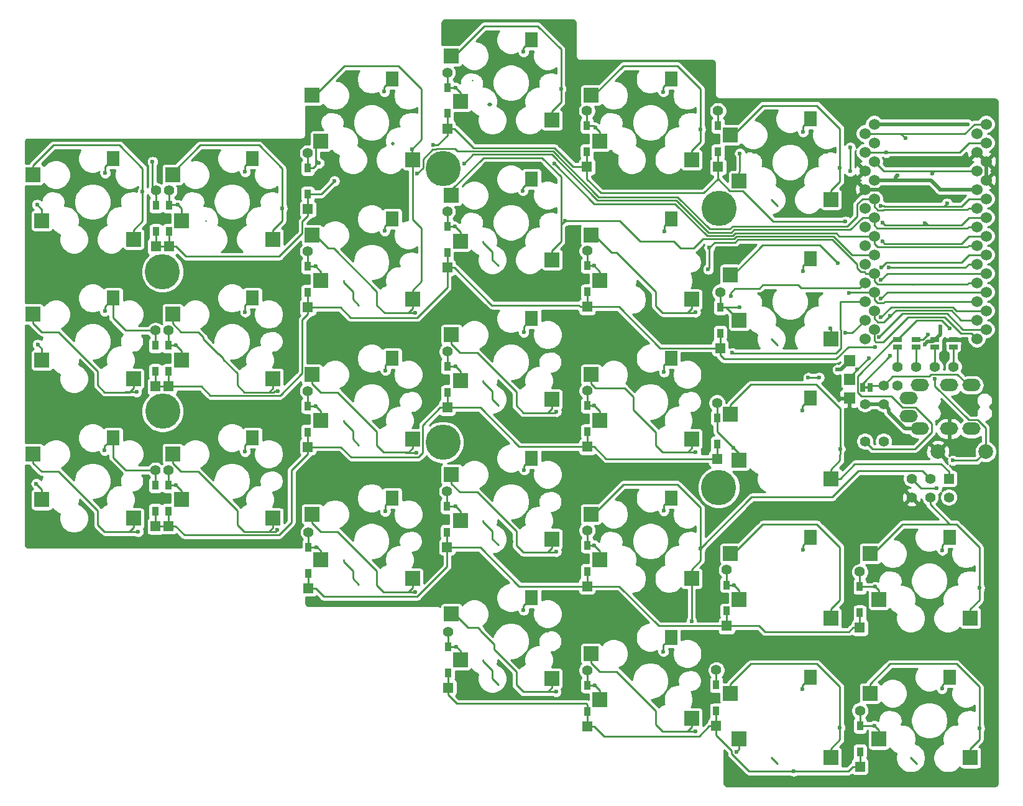
<source format=gtl>
G04 #@! TF.GenerationSoftware,KiCad,Pcbnew,5.1.2*
G04 #@! TF.CreationDate,2019-08-11T11:10:40+09:00*
G04 #@! TF.ProjectId,xenon-e,78656e6f-6e2d-4652-9e6b-696361645f70,rev?*
G04 #@! TF.SameCoordinates,Original*
G04 #@! TF.FileFunction,Copper,L1,Top*
G04 #@! TF.FilePolarity,Positive*
%FSLAX46Y46*%
G04 Gerber Fmt 4.6, Leading zero omitted, Abs format (unit mm)*
G04 Created by KiCad (PCBNEW 5.1.2) date 2019-08-11 11:10:40*
%MOMM*%
%LPD*%
G04 APERTURE LIST*
%ADD10R,2.000000X2.000000*%
%ADD11R,1.800000X2.000000*%
%ADD12C,4.800000*%
%ADD13R,0.950000X1.300000*%
%ADD14C,1.397000*%
%ADD15R,1.397000X1.397000*%
%ADD16C,1.524000*%
%ADD17R,1.143000X0.635000*%
%ADD18C,2.000000*%
%ADD19O,2.500000X1.700000*%
%ADD20R,0.635000X1.143000*%
%ADD21R,0.381000X0.381000*%
%ADD22R,1.524000X1.524000*%
%ADD23C,0.600000*%
%ADD24C,0.250000*%
%ADD25C,0.500000*%
%ADD26C,0.254000*%
G04 APERTURE END LIST*
D10*
X97600000Y-63480000D03*
X85100000Y-60940000D03*
D11*
X94800000Y-52500000D03*
D10*
X83900000Y-54700000D03*
D12*
X177300000Y-97270000D03*
X177325000Y-59270000D03*
X139725000Y-91120000D03*
X139750000Y-53870000D03*
X101550000Y-86895000D03*
X101525000Y-67895000D03*
D10*
X116600000Y-63480000D03*
X104100000Y-60940000D03*
D11*
X113800000Y-52500000D03*
D10*
X102900000Y-54700000D03*
X135600000Y-109680000D03*
X123100000Y-107140000D03*
D11*
X132800000Y-98700000D03*
D10*
X121900000Y-100900000D03*
X192600000Y-134080000D03*
X180100000Y-131540000D03*
D11*
X189800000Y-123100000D03*
D10*
X178900000Y-125300000D03*
X173600000Y-128680000D03*
X161100000Y-126140000D03*
D11*
X170800000Y-117700000D03*
D10*
X159900000Y-119900000D03*
X211600000Y-134080000D03*
X199100000Y-131540000D03*
D11*
X208800000Y-123100000D03*
D10*
X197900000Y-125300000D03*
X135600000Y-90680000D03*
X123100000Y-88140000D03*
D11*
X132800000Y-79700000D03*
D10*
X121900000Y-81900000D03*
X154599548Y-47280692D03*
X142099548Y-44740692D03*
D11*
X151799548Y-36300692D03*
D10*
X140899548Y-38500692D03*
X173600000Y-52680000D03*
X161100000Y-50140000D03*
D11*
X170800000Y-41700000D03*
D10*
X159900000Y-43900000D03*
X192600000Y-58080000D03*
X180100000Y-55540000D03*
D11*
X189800000Y-47100000D03*
D10*
X178900000Y-49300000D03*
D13*
X100625000Y-58895000D03*
D14*
X100625000Y-56860000D03*
D15*
X100625000Y-64480000D03*
D13*
X100625000Y-62445000D03*
X102425000Y-58882500D03*
D14*
X102425000Y-56847500D03*
D15*
X102425000Y-64467500D03*
D13*
X102425000Y-62432500D03*
X121325000Y-53795000D03*
D14*
X121325000Y-51760000D03*
D15*
X121325000Y-59380000D03*
D13*
X121325000Y-57345000D03*
X140325000Y-42815000D03*
D14*
X140325000Y-40780000D03*
D15*
X140325000Y-48400000D03*
D13*
X140325000Y-46365000D03*
X159350000Y-48035000D03*
D14*
X159350000Y-46000000D03*
D15*
X159350000Y-53620000D03*
D13*
X159350000Y-51585000D03*
X177200000Y-48045000D03*
D14*
X177200000Y-46010000D03*
D15*
X177200000Y-53630000D03*
D13*
X177200000Y-51595000D03*
X100580000Y-77945000D03*
D14*
X100580000Y-75910000D03*
D15*
X100580000Y-83530000D03*
D13*
X100580000Y-81495000D03*
X102350000Y-77945000D03*
D14*
X102350000Y-75910000D03*
D15*
X102350000Y-83530000D03*
D13*
X102350000Y-81495000D03*
X121325000Y-67170000D03*
D14*
X121325000Y-65135000D03*
D15*
X121325000Y-72755000D03*
D13*
X121325000Y-70720000D03*
X140324548Y-61750692D03*
D14*
X140324548Y-59715692D03*
D15*
X140324548Y-67335692D03*
D13*
X140324548Y-65300692D03*
X159399548Y-67100692D03*
D14*
X159399548Y-65065692D03*
D15*
X159399548Y-72685692D03*
D13*
X159399548Y-70650692D03*
X177500000Y-72725000D03*
D14*
X177500000Y-70690000D03*
D15*
X177500000Y-78310000D03*
D13*
X177500000Y-76275000D03*
X100580000Y-96970000D03*
D14*
X100580000Y-94935000D03*
D15*
X100580000Y-102555000D03*
D13*
X100580000Y-100520000D03*
X102350000Y-96945000D03*
D14*
X102350000Y-94910000D03*
D15*
X102350000Y-102530000D03*
D13*
X102350000Y-100495000D03*
X121325000Y-86170000D03*
D14*
X121325000Y-84135000D03*
D15*
X121325000Y-91755000D03*
D13*
X121325000Y-89720000D03*
X140325000Y-80825000D03*
D14*
X140325000Y-78790000D03*
D15*
X140325000Y-86410000D03*
D13*
X140325000Y-84375000D03*
X159400000Y-86150000D03*
D14*
X159400000Y-84115000D03*
D15*
X159400000Y-91735000D03*
D13*
X159400000Y-89700000D03*
X177076148Y-87792452D03*
D14*
X177076148Y-85757452D03*
D15*
X177076148Y-93377452D03*
D13*
X177076148Y-91342452D03*
X121425000Y-105420000D03*
D14*
X121425000Y-103385000D03*
D15*
X121425000Y-111005000D03*
D13*
X121425000Y-108970000D03*
X140300000Y-99820000D03*
D14*
X140300000Y-97785000D03*
D15*
X140300000Y-105405000D03*
D13*
X140300000Y-103370000D03*
X159375000Y-105145000D03*
D14*
X159375000Y-103110000D03*
D15*
X159375000Y-110730000D03*
D13*
X159375000Y-108695000D03*
X178375000Y-110545000D03*
D14*
X178375000Y-108510000D03*
D15*
X178375000Y-116130000D03*
D13*
X178375000Y-114095000D03*
X196525000Y-110795000D03*
D14*
X196525000Y-108760000D03*
D15*
X196525000Y-116380000D03*
D13*
X196525000Y-114345000D03*
X140450000Y-118945000D03*
D14*
X140450000Y-116910000D03*
D15*
X140450000Y-124530000D03*
D13*
X140450000Y-122495000D03*
X159375000Y-124195000D03*
D14*
X159375000Y-122160000D03*
D15*
X159375000Y-129780000D03*
D13*
X159375000Y-127745000D03*
X176975000Y-124170000D03*
D14*
X176975000Y-122135000D03*
D15*
X176975000Y-129755000D03*
D13*
X176975000Y-127720000D03*
X196550000Y-129695000D03*
D14*
X196550000Y-127660000D03*
D15*
X196550000Y-135280000D03*
D13*
X196550000Y-133245000D03*
D10*
X135600000Y-52680000D03*
X123100000Y-50140000D03*
D11*
X132800000Y-41700000D03*
D10*
X121900000Y-43900000D03*
X97600000Y-82480000D03*
X85100000Y-79940000D03*
D11*
X94800000Y-71500000D03*
D10*
X83900000Y-73700000D03*
X116600000Y-82480000D03*
X104100000Y-79940000D03*
D11*
X113800000Y-71500000D03*
D10*
X102900000Y-73700000D03*
X135600000Y-71680000D03*
X123100000Y-69140000D03*
D11*
X132800000Y-60700000D03*
D10*
X121900000Y-62900000D03*
X154600000Y-66280000D03*
X142100000Y-63740000D03*
D11*
X151800000Y-55300000D03*
D10*
X140900000Y-57500000D03*
X173600000Y-71680000D03*
X161100000Y-69140000D03*
D11*
X170800000Y-60700000D03*
D10*
X159900000Y-62900000D03*
X192600000Y-77080000D03*
X180100000Y-74540000D03*
D11*
X189800000Y-66100000D03*
D10*
X178900000Y-68300000D03*
X97600000Y-101480000D03*
X85100000Y-98940000D03*
D11*
X94800000Y-90500000D03*
D10*
X83900000Y-92700000D03*
X116600000Y-101480000D03*
X104100000Y-98940000D03*
D11*
X113800000Y-90500000D03*
D10*
X102900000Y-92700000D03*
X154600000Y-85280000D03*
X142100000Y-82740000D03*
D11*
X151800000Y-74300000D03*
D10*
X140900000Y-76500000D03*
X173600000Y-90680000D03*
X161100000Y-88140000D03*
D11*
X170800000Y-79700000D03*
D10*
X159900000Y-81900000D03*
X192600000Y-96080000D03*
X180100000Y-93540000D03*
D11*
X189800000Y-85100000D03*
D10*
X178900000Y-87300000D03*
X154600000Y-104280000D03*
X142100000Y-101740000D03*
D11*
X151800000Y-93300000D03*
D10*
X140900000Y-95500000D03*
X173600000Y-109680000D03*
X161100000Y-107140000D03*
D11*
X170800000Y-98700000D03*
D10*
X159900000Y-100900000D03*
X192600000Y-115080000D03*
X180100000Y-112540000D03*
D11*
X189800000Y-104100000D03*
D10*
X178900000Y-106300000D03*
X211600000Y-115080000D03*
X199100000Y-112540000D03*
D11*
X208800000Y-104100000D03*
D10*
X197900000Y-106300000D03*
X154600000Y-123280000D03*
X142100000Y-120740000D03*
D11*
X151800000Y-112300000D03*
D10*
X140900000Y-114500000D03*
D15*
X208650000Y-96070000D03*
D14*
X208650000Y-98610000D03*
X206110000Y-96070000D03*
X206110000Y-98610000D03*
X203570000Y-96070000D03*
X203570000Y-98610000D03*
D16*
X213730000Y-47810000D03*
X213730000Y-50350000D03*
X213730000Y-52890000D03*
X213730000Y-55430000D03*
X213730000Y-57970000D03*
X213730000Y-60510000D03*
X213730000Y-63050000D03*
X213730000Y-65590000D03*
X213730000Y-68130000D03*
X213730000Y-70670000D03*
X213730000Y-73210000D03*
X213730000Y-75750000D03*
X198490000Y-75750000D03*
X198490000Y-73210000D03*
X198490000Y-70670000D03*
X198490000Y-68130000D03*
X198490000Y-65590000D03*
X198490000Y-63050000D03*
X198490000Y-60510000D03*
X198490000Y-57970000D03*
X198490000Y-55430000D03*
X198490000Y-52890000D03*
X198490000Y-50350000D03*
X198490000Y-47810000D03*
D14*
X199760000Y-85910000D03*
X199760000Y-90990000D03*
X197220000Y-85910000D03*
X197220000Y-90990000D03*
X209285000Y-80830000D03*
X206745000Y-80830000D03*
X204205000Y-80830000D03*
X201665000Y-80830000D03*
D17*
X209285000Y-77154620D03*
X209285000Y-78155380D03*
X206745000Y-77154620D03*
X206745000Y-78155380D03*
X204205000Y-77154620D03*
X204205000Y-78155380D03*
X201665000Y-77154620D03*
X201665000Y-78155380D03*
D14*
X199760000Y-83370000D03*
X201665000Y-83370000D03*
D16*
X197220000Y-49080000D03*
X197220000Y-51620000D03*
X197220000Y-54160000D03*
X197220000Y-56700000D03*
X197220000Y-59240000D03*
X197220000Y-61780000D03*
X197220000Y-64320000D03*
X197220000Y-66860000D03*
X197220000Y-69400000D03*
X197220000Y-71940000D03*
X197220000Y-74480000D03*
X197220000Y-77020000D03*
X212460000Y-77020000D03*
X212460000Y-74480000D03*
X212460000Y-71940000D03*
X212460000Y-69400000D03*
X212460000Y-66860000D03*
X212460000Y-64320000D03*
X212460000Y-61780000D03*
X212460000Y-59240000D03*
X212460000Y-56700000D03*
X212460000Y-54160000D03*
X212460000Y-51620000D03*
X212460000Y-49080000D03*
D18*
X207150000Y-92400000D03*
X213650000Y-92400000D03*
D19*
X204700000Y-83330000D03*
X203200000Y-87530000D03*
X211700000Y-83330000D03*
X208700000Y-83330000D03*
X211700000Y-89280000D03*
X208700000Y-89280000D03*
X204700000Y-89280000D03*
X203200000Y-85080000D03*
D20*
X196899620Y-83700000D03*
X197900380Y-83700000D03*
D21*
X197400000Y-83700000D03*
D22*
X195125000Y-85125000D03*
X195125000Y-82585000D03*
X195125000Y-80045000D03*
D23*
X199600000Y-63800000D03*
X124954284Y-55544979D03*
X194578557Y-61048557D03*
X138450000Y-50650010D03*
X93725000Y-54470000D03*
X84450000Y-58770000D03*
X100175000Y-52925000D03*
X112775000Y-54320000D03*
X103625000Y-58795000D03*
X131750000Y-43370000D03*
X122850000Y-53120000D03*
X150700000Y-37970000D03*
X141423856Y-42815000D03*
X169750000Y-43420000D03*
X160492500Y-48282500D03*
X188800000Y-48870000D03*
X180174999Y-51795001D03*
X198600000Y-78120000D03*
X199461244Y-67324188D03*
X93675000Y-73270000D03*
X84525000Y-77820000D03*
X112800000Y-73395000D03*
X103355000Y-77945000D03*
X131800000Y-62345000D03*
X122380000Y-67170000D03*
X150625000Y-56870000D03*
X141360692Y-61750692D03*
X169875000Y-62420000D03*
X160310692Y-67100692D03*
X188800000Y-67795000D03*
X180174999Y-72745001D03*
X178932000Y-71178000D03*
X199399990Y-69004397D03*
X93650000Y-92245000D03*
X84325000Y-96745000D03*
X112775000Y-92395000D03*
X103350000Y-96945000D03*
X131900000Y-81345000D03*
X122380000Y-86170000D03*
X150750000Y-76145000D03*
X141435000Y-80825000D03*
X169850000Y-81545000D03*
X160360000Y-86150000D03*
X188725000Y-86770000D03*
X179281849Y-91838151D03*
X179148501Y-78945000D03*
X199400000Y-71544399D03*
X131875000Y-100545000D03*
X122500000Y-105420000D03*
X150800000Y-94895000D03*
X141430000Y-99820000D03*
X169825000Y-100445000D03*
X160355000Y-105145000D03*
X188750000Y-105795000D03*
X179355000Y-110545000D03*
X208400002Y-58599998D03*
X199374980Y-58912308D03*
X208758058Y-75641942D03*
X205353501Y-77796499D03*
X201700000Y-54785000D03*
X193475000Y-81225000D03*
X207489998Y-56700000D03*
X207475000Y-75375000D03*
X211190000Y-47810000D03*
X210700000Y-77100000D03*
X201525000Y-56970000D03*
X192200000Y-81250000D03*
X186975000Y-75350000D03*
X167900000Y-70925000D03*
X168025000Y-51850000D03*
X149025000Y-65450000D03*
X130025000Y-52625000D03*
X111000000Y-63400000D03*
X168025000Y-109975000D03*
X149050000Y-104625000D03*
X184300000Y-100375000D03*
X191550000Y-100325000D03*
X199750000Y-88700000D03*
X92075000Y-63725000D03*
X91950000Y-82700000D03*
X91875000Y-101800000D03*
X202775000Y-49750000D03*
X197750000Y-79691116D03*
X196195558Y-81245558D03*
X155150000Y-125095004D03*
X155824549Y-42995451D03*
X200450000Y-67325000D03*
X155175000Y-106000000D03*
X155175000Y-86950000D03*
X156355000Y-60970000D03*
X135950000Y-73520000D03*
X136100000Y-92520000D03*
X135925000Y-111495000D03*
X135499411Y-51210467D03*
X154934141Y-53210859D03*
X174150000Y-130495000D03*
X174175000Y-92470000D03*
X174150000Y-73395000D03*
X174825001Y-48495001D03*
X174825001Y-105550001D03*
X176025000Y-64625000D03*
X175875000Y-67575000D03*
X173600000Y-115505000D03*
X209200000Y-93600000D03*
X206999996Y-97400000D03*
X206774376Y-82478529D03*
X206400000Y-54500000D03*
X98225000Y-103295000D03*
X98000000Y-84295000D03*
X136225000Y-54570000D03*
X98825001Y-56974999D03*
X117133058Y-103078058D03*
X117275000Y-84130010D03*
X142675000Y-53145000D03*
X117825001Y-59250001D03*
X195074998Y-70750011D03*
X193825001Y-53795001D03*
X193550000Y-66745000D03*
X192525000Y-75595000D03*
X193850000Y-92020000D03*
X193825001Y-129944999D03*
X195225000Y-54225000D03*
X195225000Y-50975000D03*
X199600000Y-61200000D03*
X205813143Y-76490502D03*
X205424990Y-61311043D03*
X207775000Y-105825000D03*
X198605000Y-110795000D03*
X194550001Y-76225000D03*
X187494999Y-135905001D03*
X199352603Y-74131175D03*
X189499990Y-82325000D03*
X190991942Y-82308058D03*
X150725000Y-113970000D03*
X141555000Y-118945000D03*
X169750000Y-119620000D03*
X160405000Y-124195000D03*
X188725000Y-124695000D03*
X179700000Y-133245000D03*
X207725000Y-124650000D03*
X198505000Y-129695000D03*
X212825001Y-110950001D03*
X212825001Y-130025001D03*
X200650000Y-73950000D03*
X200128241Y-51673792D03*
X200650000Y-79370000D03*
X199153588Y-76823452D03*
D24*
X143753000Y-41841000D02*
X143753000Y-41866400D01*
X107400000Y-61000000D02*
X107400000Y-61004986D01*
D25*
X146166000Y-45143000D02*
X146039000Y-45143000D01*
D24*
X185280000Y-58900000D02*
X184460000Y-58080000D01*
X126190000Y-69140000D02*
X126190000Y-69330000D01*
X126190000Y-69330000D02*
X127460000Y-70600000D01*
X127460000Y-70600000D02*
X127460000Y-71680000D01*
X127460000Y-71680000D02*
X128280000Y-72500000D01*
X145190000Y-63740000D02*
X145190000Y-63930000D01*
X145190000Y-63930000D02*
X146460000Y-65200000D01*
X146460000Y-65200000D02*
X146460000Y-66280000D01*
X146460000Y-66280000D02*
X147280000Y-67100000D01*
X185280000Y-77900000D02*
X184460000Y-77080000D01*
X126190000Y-88140000D02*
X126190000Y-88330000D01*
X126190000Y-88330000D02*
X127460000Y-89600000D01*
X127460000Y-89600000D02*
X127460000Y-90680000D01*
X127460000Y-90680000D02*
X128280000Y-91500000D01*
X145190000Y-82740000D02*
X145190000Y-82930000D01*
X145190000Y-82930000D02*
X146460000Y-84200000D01*
X146460000Y-84200000D02*
X146460000Y-85280000D01*
X146460000Y-85280000D02*
X147280000Y-86100000D01*
X126190000Y-107140000D02*
X126190000Y-107330000D01*
X126190000Y-107330000D02*
X127460000Y-108600000D01*
X127460000Y-108600000D02*
X127460000Y-109680000D01*
X127460000Y-109680000D02*
X128280000Y-110500000D01*
X145190000Y-101740000D02*
X145190000Y-101930000D01*
X145190000Y-101930000D02*
X146460000Y-103200000D01*
X146460000Y-103200000D02*
X146460000Y-104280000D01*
X146460000Y-104280000D02*
X147280000Y-105100000D01*
D25*
X132899548Y-50500000D02*
X132900000Y-50500000D01*
D24*
X145190000Y-120740000D02*
X145190000Y-120930000D01*
X145190000Y-120930000D02*
X146460000Y-122200000D01*
X146460000Y-122200000D02*
X146460000Y-123280000D01*
X146460000Y-123280000D02*
X147280000Y-124100000D01*
X185280000Y-134900000D02*
X184460000Y-134080000D01*
X204280000Y-134900000D02*
X203460000Y-134080000D01*
X140325000Y-48400000D02*
X140709308Y-48400000D01*
X140325000Y-48400000D02*
X140325000Y-48430000D01*
X159350000Y-53620000D02*
X159350000Y-53737410D01*
X140325000Y-48400000D02*
X140325000Y-46365000D01*
X159350000Y-51585000D02*
X159350000Y-53620000D01*
X210411281Y-64073501D02*
X199873501Y-64073501D01*
X213730000Y-63050000D02*
X211434782Y-63050000D01*
X211434782Y-63050000D02*
X210411281Y-64073501D01*
X199873501Y-64073501D02*
X199600000Y-63800000D01*
X102425000Y-62432500D02*
X102425000Y-64467500D01*
X100625000Y-62445000D02*
X100625000Y-64480000D01*
X102412500Y-64480000D02*
X102425000Y-64467500D01*
X100625000Y-64480000D02*
X102412500Y-64480000D01*
X121325000Y-57345000D02*
X121325000Y-59380000D01*
X121325000Y-60328500D02*
X121325000Y-59380000D01*
X120574999Y-61078501D02*
X121325000Y-60328500D01*
X120574999Y-62670003D02*
X120574999Y-61078501D01*
X117425001Y-65820001D02*
X120574999Y-62670003D01*
X104726001Y-65820001D02*
X117425001Y-65820001D01*
X103373500Y-64467500D02*
X104726001Y-65820001D01*
X102425000Y-64467500D02*
X103373500Y-64467500D01*
X121325000Y-57345000D02*
X123154263Y-57345000D01*
X123154263Y-57345000D02*
X124954284Y-55544979D01*
X177200000Y-51595000D02*
X177200000Y-53630000D01*
X177200000Y-55225002D02*
X178839999Y-56865001D01*
X177200000Y-53630000D02*
X177200000Y-55225002D01*
X194557114Y-61070000D02*
X194578557Y-61048557D01*
X178839999Y-56865001D02*
X180543999Y-56865001D01*
X180543999Y-56865001D02*
X184748998Y-61070000D01*
X184748998Y-61070000D02*
X194557114Y-61070000D01*
X177200000Y-55275000D02*
X177200000Y-53630000D01*
X175275000Y-57200000D02*
X177200000Y-55275000D01*
X161250000Y-57200000D02*
X175275000Y-57200000D01*
X159350000Y-53620000D02*
X159350000Y-55300000D01*
X159350000Y-55300000D02*
X161250000Y-57200000D01*
X140325000Y-48400000D02*
X140325000Y-49348500D01*
X140325000Y-49348500D02*
X139023490Y-50650010D01*
X139023490Y-50650010D02*
X138450000Y-50650010D01*
X157500000Y-53620000D02*
X159350000Y-53620000D01*
X140325000Y-48400000D02*
X141273500Y-48400000D01*
X143923467Y-51049967D02*
X154929967Y-51049967D01*
X154929967Y-51049967D02*
X157500000Y-53620000D01*
X141273500Y-48400000D02*
X143923467Y-51049967D01*
X100625000Y-56860000D02*
X100625000Y-58895000D01*
X93725000Y-53575000D02*
X94800000Y-52500000D01*
X93725000Y-54470000D02*
X93725000Y-53575000D01*
X85100000Y-60940000D02*
X85100000Y-59420000D01*
X85100000Y-59420000D02*
X84450000Y-58770000D01*
X100175000Y-56410000D02*
X100625000Y-56860000D01*
X100175000Y-52925000D02*
X100175000Y-56410000D01*
X102425000Y-56847500D02*
X102425000Y-58882500D01*
X112775000Y-53525000D02*
X113800000Y-52500000D01*
X112775000Y-54320000D02*
X112775000Y-53525000D01*
X104100000Y-60940000D02*
X104100000Y-59270000D01*
X104100000Y-59270000D02*
X103625000Y-58795000D01*
X102512500Y-58795000D02*
X102425000Y-58882500D01*
X103625000Y-58795000D02*
X102512500Y-58795000D01*
X121325000Y-51760000D02*
X121325000Y-53795000D01*
X131750000Y-42750000D02*
X132800000Y-41700000D01*
X131750000Y-43370000D02*
X131750000Y-42750000D01*
X122050000Y-53795000D02*
X121325000Y-53795000D01*
X122425000Y-53420000D02*
X122050000Y-53795000D01*
X123100000Y-50140000D02*
X122425000Y-50815000D01*
X122425000Y-52695000D02*
X122850000Y-53120000D01*
X122425000Y-52295000D02*
X122425000Y-52695000D01*
X122425000Y-52295000D02*
X122425000Y-53420000D01*
X122425000Y-50815000D02*
X122425000Y-52295000D01*
X150700000Y-37400240D02*
X151799548Y-36300692D01*
X150700000Y-37970000D02*
X150700000Y-37400240D01*
X140325000Y-42815000D02*
X140325000Y-40780000D01*
X141423856Y-42815000D02*
X140325000Y-42815000D01*
X142099548Y-43490692D02*
X141423856Y-42815000D01*
X142099548Y-44740692D02*
X142099548Y-43490692D01*
X159350000Y-46000000D02*
X159350000Y-48035000D01*
X169750000Y-42750000D02*
X170800000Y-41700000D01*
X169750000Y-43420000D02*
X169750000Y-42750000D01*
X161100000Y-49710000D02*
X161100000Y-50140000D01*
X159350000Y-48035000D02*
X159350000Y-48210000D01*
X161100000Y-50140000D02*
X161100000Y-48890000D01*
X160245000Y-48035000D02*
X160492500Y-48282500D01*
X159350000Y-48035000D02*
X160245000Y-48035000D01*
X161100000Y-48890000D02*
X160492500Y-48282500D01*
X188800000Y-48100000D02*
X189800000Y-47100000D01*
X188800000Y-48870000D02*
X188800000Y-48100000D01*
X177200000Y-46010000D02*
X177200000Y-48045000D01*
X180100000Y-54290000D02*
X180175000Y-54215000D01*
X180100000Y-55540000D02*
X180100000Y-54290000D01*
X180175000Y-51795002D02*
X180174999Y-51795001D01*
X180175000Y-54215000D02*
X180175000Y-51795002D01*
X140324548Y-65300692D02*
X140324548Y-67335692D01*
X159399548Y-72685692D02*
X159399548Y-72045692D01*
X177500000Y-78310000D02*
X177500000Y-76985000D01*
X177500000Y-79258500D02*
X178016512Y-79775012D01*
X177500000Y-78310000D02*
X177500000Y-79258500D01*
X211434782Y-65590000D02*
X210411281Y-66613501D01*
X213730000Y-65590000D02*
X211434782Y-65590000D01*
X177500000Y-76275000D02*
X177500000Y-78310000D01*
X159399548Y-70650692D02*
X159399548Y-72685692D01*
X178016512Y-79775012D02*
X189844988Y-79775012D01*
X189844988Y-79775012D02*
X190461399Y-79775012D01*
X102350000Y-81495000D02*
X102350000Y-83530000D01*
X100580000Y-81495000D02*
X100580000Y-83530000D01*
X100550000Y-83530000D02*
X102350000Y-83530000D01*
X121325000Y-70720000D02*
X121325000Y-72755000D01*
X121325000Y-73703500D02*
X121325000Y-72755000D01*
X120574999Y-74453501D02*
X121325000Y-73703500D01*
X117575001Y-84755011D02*
X120574999Y-81755013D01*
X108034009Y-84755011D02*
X117575001Y-84755011D01*
X120574999Y-81755013D02*
X120574999Y-74453501D01*
X106808998Y-83530000D02*
X108034009Y-84755011D01*
X102350000Y-83530000D02*
X106808998Y-83530000D01*
X140324548Y-70070454D02*
X140324548Y-67335692D01*
X136250001Y-74145001D02*
X140324548Y-70070454D01*
X127146003Y-74145001D02*
X136250001Y-74145001D01*
X125756002Y-72755000D02*
X127146003Y-74145001D01*
X121325000Y-72755000D02*
X125756002Y-72755000D01*
X141273048Y-67335692D02*
X140324548Y-67335692D01*
X158240355Y-72474999D02*
X146412355Y-72474999D01*
X158451048Y-72685692D02*
X158240355Y-72474999D01*
X146412355Y-72474999D02*
X141273048Y-67335692D01*
X159399548Y-72685692D02*
X158451048Y-72685692D01*
X169311002Y-78310000D02*
X177500000Y-78310000D01*
X163686694Y-72685692D02*
X169311002Y-78310000D01*
X159399548Y-72685692D02*
X163686694Y-72685692D01*
X210411281Y-66613501D02*
X200171931Y-66613501D01*
X200171931Y-66613501D02*
X199461244Y-67324188D01*
X189844988Y-79775012D02*
X193285986Y-79775012D01*
X194940998Y-78120000D02*
X198600000Y-78120000D01*
X193285986Y-79775012D02*
X194940998Y-78120000D01*
X100580000Y-75910000D02*
X100580000Y-77945000D01*
X93675000Y-72625000D02*
X94800000Y-71500000D01*
X93675000Y-73270000D02*
X93675000Y-72625000D01*
X85100000Y-79940000D02*
X85100000Y-78395000D01*
X85100000Y-78395000D02*
X84525000Y-77820000D01*
X99592172Y-75910000D02*
X100580000Y-75910000D01*
X96508998Y-75910000D02*
X99562172Y-75910000D01*
X94800000Y-74201002D02*
X96508998Y-75910000D01*
X94800000Y-71500000D02*
X94800000Y-74201002D01*
X102350000Y-75910000D02*
X102350000Y-77945000D01*
X112800000Y-72500000D02*
X113800000Y-71500000D01*
X112800000Y-73395000D02*
X112800000Y-72500000D01*
X103355000Y-77945000D02*
X102350000Y-77945000D01*
X104100000Y-78690000D02*
X103355000Y-77945000D01*
X104100000Y-79940000D02*
X104100000Y-78690000D01*
X121325000Y-65135000D02*
X121325000Y-67170000D01*
X122380000Y-67170000D02*
X121325000Y-67170000D01*
X123100000Y-67890000D02*
X122380000Y-67170000D01*
X123100000Y-69140000D02*
X123100000Y-67890000D01*
X131800000Y-61700000D02*
X132800000Y-60700000D01*
X131800000Y-62345000D02*
X131800000Y-61700000D01*
X140324548Y-59715692D02*
X140324548Y-61750692D01*
X150625000Y-56475000D02*
X151800000Y-55300000D01*
X150625000Y-56870000D02*
X150625000Y-56475000D01*
X141360692Y-61750692D02*
X140324548Y-61750692D01*
X142100000Y-62490000D02*
X141360692Y-61750692D01*
X142100000Y-63740000D02*
X142100000Y-62490000D01*
X159399548Y-67100692D02*
X159399548Y-65065692D01*
X169875000Y-61625000D02*
X170800000Y-60700000D01*
X169875000Y-62420000D02*
X169875000Y-61625000D01*
X160310692Y-67100692D02*
X159399548Y-67100692D01*
X161100000Y-67890000D02*
X160310692Y-67100692D01*
X161100000Y-69140000D02*
X161100000Y-67890000D01*
X177500000Y-72725000D02*
X177500000Y-72900000D01*
X177500000Y-72725000D02*
X177500000Y-70690000D01*
X178285000Y-72725000D02*
X180100000Y-74540000D01*
X177500000Y-72725000D02*
X178285000Y-72725000D01*
X180100000Y-74540000D02*
X180420000Y-74540000D01*
X188800000Y-67100000D02*
X189800000Y-66100000D01*
X188800000Y-67795000D02*
X188800000Y-67100000D01*
X179730734Y-72725000D02*
X178285000Y-72725000D01*
X179750735Y-72745001D02*
X179730734Y-72725000D01*
X180174999Y-72745001D02*
X179750735Y-72745001D01*
X140325000Y-86410000D02*
X140835000Y-86410000D01*
X139915000Y-86410000D02*
X140325000Y-86410000D01*
X140325000Y-84375000D02*
X140325000Y-86410000D01*
X177076148Y-91342452D02*
X177076148Y-93377452D01*
X159400000Y-89700000D02*
X159400000Y-91735000D01*
X178932000Y-70753736D02*
X178932000Y-71178000D01*
X179510725Y-70175011D02*
X178932000Y-70753736D01*
X182825991Y-70175011D02*
X182119989Y-70175011D01*
X188116001Y-69674999D02*
X183326003Y-69674999D01*
X196494999Y-70125001D02*
X188566003Y-70125001D01*
X197220000Y-69400000D02*
X196494999Y-70125001D01*
X183326003Y-69674999D02*
X182825991Y-70175011D01*
X188566003Y-70125001D02*
X188116001Y-69674999D01*
X182119989Y-70175011D02*
X179510725Y-70175011D01*
X182775012Y-70175011D02*
X182119989Y-70175011D01*
X102350000Y-100495000D02*
X102350000Y-102530000D01*
X101974000Y-102830000D02*
X102922500Y-102830000D01*
X102325000Y-102555000D02*
X102350000Y-102530000D01*
X100550000Y-102555000D02*
X102325000Y-102555000D01*
X100580000Y-100520000D02*
X100580000Y-102555000D01*
X121325000Y-89720000D02*
X121325000Y-91755000D01*
X136999999Y-88786501D02*
X139376500Y-86410000D01*
X136999999Y-92545003D02*
X136999999Y-88786501D01*
X136400001Y-93145001D02*
X136999999Y-92545003D01*
X139376500Y-86410000D02*
X140325000Y-86410000D01*
X127223999Y-93145001D02*
X136400001Y-93145001D01*
X125833998Y-91755000D02*
X127223999Y-93145001D01*
X121325000Y-91755000D02*
X125833998Y-91755000D01*
X150136002Y-91735000D02*
X159400000Y-91735000D01*
X144811002Y-86410000D02*
X150136002Y-91735000D01*
X140325000Y-86410000D02*
X144811002Y-86410000D01*
X161990952Y-93377452D02*
X177076148Y-93377452D01*
X160348500Y-91735000D02*
X161990952Y-93377452D01*
X159400000Y-91735000D02*
X160348500Y-91735000D01*
X200274387Y-68130000D02*
X199399990Y-69004397D01*
X213730000Y-68130000D02*
X200274387Y-68130000D01*
X121325000Y-92703500D02*
X121325000Y-91755000D01*
X103298500Y-102530000D02*
X104523511Y-103755011D01*
X119100000Y-94928500D02*
X121325000Y-92703500D01*
X102350000Y-102530000D02*
X103298500Y-102530000D01*
X104523511Y-103755011D02*
X117381107Y-103755011D01*
X117381107Y-103755011D02*
X119100000Y-102036118D01*
X119100000Y-102036118D02*
X119100000Y-94928500D01*
X93650000Y-91650000D02*
X94800000Y-90500000D01*
X93650000Y-92245000D02*
X93650000Y-91650000D01*
X85100000Y-98940000D02*
X85100000Y-97520000D01*
X85100000Y-97520000D02*
X84325000Y-96745000D01*
X96533998Y-94935000D02*
X100550000Y-94935000D01*
X94800000Y-93201002D02*
X96533998Y-94935000D01*
X94800000Y-90500000D02*
X94800000Y-93201002D01*
X100580000Y-94935000D02*
X100580000Y-96970000D01*
X102350000Y-94910000D02*
X102350000Y-96945000D01*
X103350000Y-96945000D02*
X102350000Y-96945000D01*
X103355000Y-96945000D02*
X103350000Y-96945000D01*
X104100000Y-97690000D02*
X103355000Y-96945000D01*
X104100000Y-98940000D02*
X104100000Y-97690000D01*
X112775000Y-91525000D02*
X113800000Y-90500000D01*
X112775000Y-92395000D02*
X112775000Y-91525000D01*
X121325000Y-84135000D02*
X121325000Y-86170000D01*
X122380000Y-86170000D02*
X121325000Y-86170000D01*
X123100000Y-86890000D02*
X122380000Y-86170000D01*
X123100000Y-88140000D02*
X123100000Y-86890000D01*
X131900000Y-80600000D02*
X132800000Y-79700000D01*
X131900000Y-81345000D02*
X131900000Y-80600000D01*
X140325000Y-78790000D02*
X140325000Y-80825000D01*
X150750000Y-75350000D02*
X151800000Y-74300000D01*
X150750000Y-76145000D02*
X150750000Y-75350000D01*
X141435000Y-80825000D02*
X140325000Y-80825000D01*
X142100000Y-81490000D02*
X141435000Y-80825000D01*
X142100000Y-82740000D02*
X142100000Y-81490000D01*
X159400000Y-84115000D02*
X159400000Y-86150000D01*
X169850000Y-80650000D02*
X170800000Y-79700000D01*
X169850000Y-81545000D02*
X169850000Y-80650000D01*
X160360000Y-86150000D02*
X159400000Y-86150000D01*
X161100000Y-86890000D02*
X160360000Y-86150000D01*
X161100000Y-88140000D02*
X161100000Y-86890000D01*
X177076148Y-85757452D02*
X177076148Y-87792452D01*
X188725000Y-86175000D02*
X189800000Y-85100000D01*
X188725000Y-86770000D02*
X188725000Y-86175000D01*
X180100000Y-92656302D02*
X180100000Y-93540000D01*
X177076148Y-87792452D02*
X177076148Y-89632450D01*
X179281849Y-91838151D02*
X180100000Y-92656302D01*
X177076148Y-89632450D02*
X179281849Y-91838151D01*
X159375000Y-110730000D02*
X159460000Y-110730000D01*
X140300000Y-103370000D02*
X140300000Y-105405000D01*
X159375000Y-108695000D02*
X159375000Y-110730000D01*
X196525000Y-114345000D02*
X196525000Y-116380000D01*
X178375000Y-114095000D02*
X178375000Y-116130000D01*
X121425000Y-108970000D02*
X121425000Y-111005000D01*
X140300000Y-108045002D02*
X140300000Y-105405000D01*
X136225001Y-112120001D02*
X140300000Y-108045002D01*
X123488501Y-112120001D02*
X136225001Y-112120001D01*
X122373500Y-111005000D02*
X123488501Y-112120001D01*
X121425000Y-111005000D02*
X122373500Y-111005000D01*
X150131002Y-110730000D02*
X159375000Y-110730000D01*
X144806002Y-105405000D02*
X150131002Y-110730000D01*
X140300000Y-105405000D02*
X144806002Y-105405000D01*
X169131002Y-116130000D02*
X178375000Y-116130000D01*
X163731002Y-110730000D02*
X169131002Y-116130000D01*
X159375000Y-110730000D02*
X163731002Y-110730000D01*
X195576500Y-116380000D02*
X196525000Y-116380000D01*
X195051499Y-116905001D02*
X195576500Y-116380000D01*
X183583999Y-116905001D02*
X195051499Y-116905001D01*
X182808998Y-116130000D02*
X183583999Y-116905001D01*
X178375000Y-116130000D02*
X182808998Y-116130000D01*
X193295002Y-78970000D02*
X179173501Y-78970000D01*
X179173501Y-78970000D02*
X179148501Y-78945000D01*
X193900000Y-71940000D02*
X193900000Y-75794998D01*
X197220000Y-71940000D02*
X193900000Y-71940000D01*
X193925001Y-78340001D02*
X193295002Y-78970000D01*
X193900000Y-75794998D02*
X193925001Y-75819999D01*
X193925001Y-75819999D02*
X193925001Y-78340001D01*
X200274399Y-70670000D02*
X199400000Y-71544399D01*
X213730000Y-70670000D02*
X200274399Y-70670000D01*
X121425000Y-103385000D02*
X121425000Y-105420000D01*
X122500000Y-105420000D02*
X121425000Y-105420000D01*
X123100000Y-105890000D02*
X122630000Y-105420000D01*
X123100000Y-107140000D02*
X123100000Y-105890000D01*
X131875000Y-99625000D02*
X132800000Y-98700000D01*
X131875000Y-100545000D02*
X131875000Y-99625000D01*
X122630000Y-105420000D02*
X122500000Y-105420000D01*
X140300000Y-97785000D02*
X140300000Y-99820000D01*
X150800000Y-94300000D02*
X151800000Y-93300000D01*
X150800000Y-94895000D02*
X150800000Y-94300000D01*
X141430000Y-99820000D02*
X140300000Y-99820000D01*
X142100000Y-100490000D02*
X141430000Y-99820000D01*
X142100000Y-101740000D02*
X142100000Y-100490000D01*
X159375000Y-105145000D02*
X159375000Y-103110000D01*
X169825000Y-99675000D02*
X170800000Y-98700000D01*
X169825000Y-100445000D02*
X169825000Y-99675000D01*
X160355000Y-105145000D02*
X159375000Y-105145000D01*
X161100000Y-105890000D02*
X160355000Y-105145000D01*
X161100000Y-107140000D02*
X161100000Y-105890000D01*
X178375000Y-108510000D02*
X178375000Y-110545000D01*
X188750000Y-105150000D02*
X189800000Y-104100000D01*
X188750000Y-105795000D02*
X188750000Y-105150000D01*
X179355000Y-110545000D02*
X178375000Y-110545000D01*
X180100000Y-111290000D02*
X179355000Y-110545000D01*
X180100000Y-112540000D02*
X180100000Y-111290000D01*
X208006499Y-58993501D02*
X208400002Y-58599998D01*
X206300000Y-58993501D02*
X208006499Y-58993501D01*
X210411281Y-58993501D02*
X206300000Y-58993501D01*
X206300000Y-58993501D02*
X199880437Y-58993501D01*
X199799244Y-58912308D02*
X199374980Y-58912308D01*
X199880437Y-58993501D02*
X199799244Y-58912308D01*
X211434782Y-57970000D02*
X210411281Y-58993501D01*
X213730000Y-57970000D02*
X211434782Y-57970000D01*
X198243501Y-92013501D02*
X197220000Y-90990000D01*
X196212001Y-84369781D02*
X196728719Y-84886499D01*
X196728719Y-84886499D02*
X200844804Y-84886499D01*
X206275010Y-88543295D02*
X206275010Y-89766705D01*
X196212001Y-82112999D02*
X196212001Y-84369781D01*
X206275010Y-89766705D02*
X204028214Y-92013501D01*
X204028214Y-92013501D02*
X198243501Y-92013501D01*
X201665000Y-77154620D02*
X201170380Y-77154620D01*
X201170380Y-77154620D02*
X196212001Y-82112999D01*
X200844804Y-84886499D02*
X202313295Y-86354990D01*
X202313295Y-86354990D02*
X204086705Y-86354990D01*
X204086705Y-86354990D02*
X206275010Y-88543295D01*
X201665000Y-77110000D02*
X201665000Y-77154620D01*
X204250000Y-74525000D02*
X201665000Y-77110000D01*
X207641116Y-74525000D02*
X204250000Y-74525000D01*
X208758058Y-75641942D02*
X207641116Y-74525000D01*
D25*
X197220000Y-85910000D02*
X199760000Y-85910000D01*
X202711509Y-89280000D02*
X204700000Y-89280000D01*
X200458499Y-87026990D02*
X202711509Y-89280000D01*
X200458499Y-86608499D02*
X200458499Y-87026990D01*
X199760000Y-85910000D02*
X200458499Y-86608499D01*
X205762121Y-77387879D02*
X205353501Y-77796499D01*
X206745000Y-77154620D02*
X206511741Y-77387879D01*
X206511741Y-77387879D02*
X205762121Y-77387879D01*
X201545000Y-55430000D02*
X198490000Y-55430000D01*
X207489998Y-56700000D02*
X206219998Y-55430000D01*
X212460000Y-56700000D02*
X207489998Y-56700000D01*
X201400001Y-55285001D02*
X201545000Y-55430000D01*
X201400001Y-55084999D02*
X201400001Y-55285001D01*
X201700000Y-54785000D02*
X201400001Y-55084999D01*
X206219998Y-55430000D02*
X201545000Y-55430000D01*
X193945000Y-81225000D02*
X195125000Y-80045000D01*
X193475000Y-81225000D02*
X193945000Y-81225000D01*
X207475000Y-76424620D02*
X206745000Y-77154620D01*
X207475000Y-75375000D02*
X207475000Y-76424620D01*
X198490000Y-47810000D02*
X211190000Y-47810000D01*
X213730000Y-52890000D02*
X213730000Y-55430000D01*
X209285000Y-77154620D02*
X210645380Y-77154620D01*
X210645380Y-77154620D02*
X210700000Y-77100000D01*
X213730000Y-52890000D02*
X212460000Y-51620000D01*
X201255000Y-56700000D02*
X201525000Y-56970000D01*
X197220000Y-56700000D02*
X201255000Y-56700000D01*
D24*
X212121238Y-47810000D02*
X210831238Y-49100000D01*
X213730000Y-47810000D02*
X212121238Y-47810000D01*
X210831238Y-49100000D02*
X210811238Y-49080000D01*
X201580000Y-49080000D02*
X202105000Y-49080000D01*
X202105000Y-49080000D02*
X202775000Y-49750000D01*
X201580000Y-49080000D02*
X197220000Y-49080000D01*
X210811238Y-49080000D02*
X201580000Y-49080000D01*
X195125000Y-82316116D02*
X195125000Y-82585000D01*
X197750000Y-79691116D02*
X196195558Y-81245558D01*
X196195558Y-81245558D02*
X195125000Y-82316116D01*
X154600000Y-86530000D02*
X154600000Y-85280000D01*
X154024999Y-87105001D02*
X154600000Y-86530000D01*
X150663999Y-87105001D02*
X154024999Y-87105001D01*
X149714999Y-86156001D02*
X150663999Y-87105001D01*
X149714999Y-84255997D02*
X149714999Y-86156001D01*
X144384001Y-78924999D02*
X149714999Y-84255997D01*
X142074999Y-78924999D02*
X144384001Y-78924999D01*
X140900000Y-77750000D02*
X142074999Y-78924999D01*
X140900000Y-76500000D02*
X140900000Y-77750000D01*
X154024999Y-106105001D02*
X154600000Y-105530000D01*
X150663999Y-106105001D02*
X154024999Y-106105001D01*
X149714999Y-105156001D02*
X150663999Y-106105001D01*
X149714999Y-103255997D02*
X149714999Y-105156001D01*
X144384001Y-97924999D02*
X149714999Y-103255997D01*
X142074999Y-97924999D02*
X144384001Y-97924999D01*
X154600000Y-105530000D02*
X154600000Y-104280000D01*
X140900000Y-96750000D02*
X142074999Y-97924999D01*
X140900000Y-95500000D02*
X140900000Y-96750000D01*
X154600000Y-124530000D02*
X154600000Y-123280000D01*
X154024999Y-125105001D02*
X154600000Y-124530000D01*
X149714999Y-124156001D02*
X150663999Y-125105001D01*
X149714999Y-122356001D02*
X149714999Y-124156001D01*
X146674999Y-119316001D02*
X149714999Y-122356001D01*
X146674999Y-118619999D02*
X146674999Y-119316001D01*
X144825000Y-116770000D02*
X146674999Y-118619999D01*
X144825000Y-116645000D02*
X144825000Y-116770000D01*
X144505001Y-116325001D02*
X144825000Y-116645000D01*
X143123999Y-116325001D02*
X144505001Y-116325001D01*
X141298998Y-114500000D02*
X143123999Y-116325001D01*
X140900000Y-114500000D02*
X141298998Y-114500000D01*
X150663999Y-125105001D02*
X154024999Y-125105001D01*
X154034996Y-125095004D02*
X154024999Y-125105001D01*
X155150000Y-125095004D02*
X154034996Y-125095004D01*
X155824549Y-44805691D02*
X154599548Y-46030692D01*
X152675549Y-34475691D02*
X155824549Y-37624691D01*
X145323547Y-34475691D02*
X152675549Y-34475691D01*
X141298546Y-38500692D02*
X145323547Y-34475691D01*
X154599548Y-46030692D02*
X154599548Y-47280692D01*
X140899548Y-38500692D02*
X141298546Y-38500692D01*
X155824549Y-42995451D02*
X155824549Y-44805691D01*
X155824549Y-37624691D02*
X155824549Y-42995451D01*
X179392201Y-63445034D02*
X175155968Y-63445034D01*
X172123999Y-64725001D02*
X171174999Y-63776001D01*
X192974989Y-63094989D02*
X179742246Y-63094989D01*
X195470000Y-65590000D02*
X192974989Y-63094989D01*
X175155968Y-63445034D02*
X173876001Y-64725001D01*
X173876001Y-64725001D02*
X172123999Y-64725001D01*
X179742246Y-63094989D02*
X179392201Y-63445034D01*
X171174999Y-63776001D02*
X166577003Y-63776001D01*
X198490000Y-65590000D02*
X195470000Y-65590000D01*
X166577003Y-63776001D02*
X163771002Y-60970000D01*
X210917370Y-67325000D02*
X200450000Y-67325000D01*
X212460000Y-66860000D02*
X211382370Y-66860000D01*
X211382370Y-66860000D02*
X210917370Y-67325000D01*
X154024999Y-106105001D02*
X155069999Y-106105001D01*
X155069999Y-106105001D02*
X155175000Y-106000000D01*
X154024999Y-87105001D02*
X155019999Y-87105001D01*
X155019999Y-87105001D02*
X155175000Y-86950000D01*
X154600000Y-65030000D02*
X154600000Y-66280000D01*
X155825001Y-63804999D02*
X154600000Y-65030000D01*
X163771002Y-60970000D02*
X156355000Y-60970000D01*
X156355000Y-60970000D02*
X155825001Y-61499999D01*
X155825001Y-61499999D02*
X155825001Y-63804999D01*
X155825001Y-55000001D02*
X155825001Y-61499999D01*
X145275000Y-52400000D02*
X153225000Y-52400000D01*
X140900000Y-57500000D02*
X140900000Y-56775000D01*
X153225000Y-52400000D02*
X155825001Y-55000001D01*
X140900000Y-56775000D02*
X145275000Y-52400000D01*
X198490000Y-64127630D02*
X198490000Y-63050000D01*
X198927152Y-64564782D02*
X198490000Y-64127630D01*
X212460000Y-64320000D02*
X211382370Y-64320000D01*
X211382370Y-64320000D02*
X211137588Y-64564782D01*
X211137588Y-64564782D02*
X198927152Y-64564782D01*
X135024999Y-92505001D02*
X135600000Y-91930000D01*
X130714999Y-91556001D02*
X131663999Y-92505001D01*
X130714999Y-89655997D02*
X130714999Y-91556001D01*
X125384001Y-84324999D02*
X130714999Y-89655997D01*
X123074999Y-84324999D02*
X125384001Y-84324999D01*
X121900000Y-83150000D02*
X123074999Y-84324999D01*
X135600000Y-91930000D02*
X135600000Y-90680000D01*
X121900000Y-81900000D02*
X121900000Y-83150000D01*
X135600000Y-72930000D02*
X135600000Y-71680000D01*
X135010000Y-73520000D02*
X135600000Y-72930000D01*
X130714999Y-72459999D02*
X131775000Y-73520000D01*
X130714999Y-70609999D02*
X130714999Y-72459999D01*
X124830001Y-64725001D02*
X130714999Y-70609999D01*
X124123999Y-64725001D02*
X124830001Y-64725001D01*
X122298998Y-62900000D02*
X124123999Y-64725001D01*
X121900000Y-62900000D02*
X122298998Y-62900000D01*
X135950000Y-73520000D02*
X134925000Y-73520000D01*
X131775000Y-73520000D02*
X134925000Y-73520000D01*
X134925000Y-73520000D02*
X135010000Y-73520000D01*
X136100000Y-92520000D02*
X134625000Y-92520000D01*
X134625000Y-92520000D02*
X134610001Y-92505001D01*
X131663999Y-92505001D02*
X134610001Y-92505001D01*
X134610001Y-92505001D02*
X135024999Y-92505001D01*
X135024999Y-111505001D02*
X135600000Y-110930000D01*
X130714999Y-110556001D02*
X131663999Y-111505001D01*
X130714999Y-108655997D02*
X130714999Y-110556001D01*
X125384001Y-103324999D02*
X130714999Y-108655997D01*
X135600000Y-110930000D02*
X135600000Y-109680000D01*
X123074999Y-103324999D02*
X125384001Y-103324999D01*
X121900000Y-102150000D02*
X123074999Y-103324999D01*
X121900000Y-100900000D02*
X121900000Y-102150000D01*
X135925000Y-111495000D02*
X134750000Y-111495000D01*
X134750000Y-111495000D02*
X134739999Y-111505001D01*
X131663999Y-111505001D02*
X134739999Y-111505001D01*
X134739999Y-111505001D02*
X135024999Y-111505001D01*
X136825001Y-69204999D02*
X135600000Y-70430000D01*
X136825001Y-62023999D02*
X136825001Y-69204999D01*
X135600000Y-70430000D02*
X135600000Y-71680000D01*
X135600000Y-60798998D02*
X136825001Y-62023999D01*
X135600000Y-52680000D02*
X135600000Y-60798998D01*
X135499411Y-52579411D02*
X135600000Y-52680000D01*
X135499411Y-51210467D02*
X135499411Y-52579411D01*
X135600000Y-53930000D02*
X135600000Y-52680000D01*
X160368282Y-58645000D02*
X154934141Y-53210859D01*
X175725022Y-62995023D02*
X171375000Y-58645000D01*
X198490000Y-63050000D02*
X193730000Y-63050000D01*
X171375000Y-58645000D02*
X160368282Y-58645000D01*
X193730000Y-63050000D02*
X193324978Y-62644978D01*
X193324978Y-62644978D02*
X179555845Y-62644978D01*
X179205801Y-62995023D02*
X175725022Y-62995023D01*
X179555845Y-62644978D02*
X179205801Y-62995023D01*
X136825001Y-49884877D02*
X135499411Y-51210467D01*
X136825001Y-43023999D02*
X136825001Y-49884877D01*
X133676001Y-39874999D02*
X136825001Y-43023999D01*
X126323999Y-39874999D02*
X133676001Y-39874999D01*
X122298998Y-43900000D02*
X126323999Y-39874999D01*
X121900000Y-43900000D02*
X122298998Y-43900000D01*
X211157368Y-69625002D02*
X203600000Y-69625002D01*
X203789001Y-69669708D02*
X203744295Y-69625002D01*
X203744295Y-69625002D02*
X203600000Y-69625002D01*
X211382370Y-69400000D02*
X211157368Y-69625002D01*
X212460000Y-69400000D02*
X211382370Y-69400000D01*
X173600000Y-129930000D02*
X173600000Y-128680000D01*
X173024999Y-130505001D02*
X173600000Y-129930000D01*
X169663999Y-130505001D02*
X173024999Y-130505001D01*
X168714999Y-129556001D02*
X169663999Y-130505001D01*
X168714999Y-127655997D02*
X168714999Y-129556001D01*
X163384001Y-122324999D02*
X168714999Y-127655997D01*
X161074999Y-122324999D02*
X163384001Y-122324999D01*
X159900000Y-121150000D02*
X161074999Y-122324999D01*
X159900000Y-119900000D02*
X159900000Y-121150000D01*
X173725736Y-130495000D02*
X173715735Y-130505001D01*
X173715735Y-130505001D02*
X173024999Y-130505001D01*
X174150000Y-130495000D02*
X173725736Y-130495000D01*
X173600000Y-91930000D02*
X173600000Y-90680000D01*
X173024999Y-92505001D02*
X173600000Y-91930000D01*
X168714999Y-91556001D02*
X169663999Y-92505001D01*
X168714999Y-89756001D02*
X168714999Y-91556001D01*
X165674999Y-86716001D02*
X168714999Y-89756001D01*
X169663999Y-92505001D02*
X173024999Y-92505001D01*
X160475001Y-83725001D02*
X164455001Y-83725001D01*
X159900000Y-83150000D02*
X160475001Y-83725001D01*
X165674999Y-84944999D02*
X165674999Y-86716001D01*
X164455001Y-83725001D02*
X165674999Y-84944999D01*
X159900000Y-81900000D02*
X159900000Y-83150000D01*
X173024999Y-92505001D02*
X174139999Y-92505001D01*
X174139999Y-92505001D02*
X174175000Y-92470000D01*
X173600000Y-72930000D02*
X173600000Y-71680000D01*
X173024999Y-73505001D02*
X173600000Y-72930000D01*
X169663999Y-73505001D02*
X173024999Y-73505001D01*
X168714999Y-72556001D02*
X169663999Y-73505001D01*
X160298998Y-62900000D02*
X162723997Y-65324999D01*
X168714999Y-70655997D02*
X168714999Y-72556001D01*
X163384001Y-65324999D02*
X168714999Y-70655997D01*
X162723997Y-65324999D02*
X163384001Y-65324999D01*
X159900000Y-62900000D02*
X160298998Y-62900000D01*
X173024999Y-73505001D02*
X174039999Y-73505001D01*
X174039999Y-73505001D02*
X174150000Y-73395000D01*
X173600000Y-51430000D02*
X173600000Y-52680000D01*
X174825001Y-50204999D02*
X173600000Y-51430000D01*
X174825001Y-48495001D02*
X174825001Y-50204999D01*
X174825001Y-43023999D02*
X174825001Y-48495001D01*
X171676001Y-39874999D02*
X174825001Y-43023999D01*
X164320001Y-39874999D02*
X171676001Y-39874999D01*
X159900000Y-43900000D02*
X160295000Y-43900000D01*
X160295000Y-43900000D02*
X164320001Y-39874999D01*
X179928645Y-63545000D02*
X179578601Y-63895045D01*
X192775000Y-63545000D02*
X179928645Y-63545000D01*
X196132999Y-66902999D02*
X192775000Y-63545000D01*
X197360000Y-68130000D02*
X197177001Y-67947001D01*
X196132999Y-67381761D02*
X196132999Y-66902999D01*
X198490000Y-68130000D02*
X197360000Y-68130000D01*
X197177001Y-67947001D02*
X196698239Y-67947001D01*
X196698239Y-67947001D02*
X196132999Y-67381761D01*
X173600000Y-108430000D02*
X173600000Y-109680000D01*
X160275000Y-100900000D02*
X164300001Y-96874999D01*
X159900000Y-100900000D02*
X160275000Y-100900000D01*
X174825001Y-107204999D02*
X173600000Y-108430000D01*
X171676001Y-96874999D02*
X174825001Y-100023999D01*
X164300001Y-96874999D02*
X171676001Y-96874999D01*
X174825001Y-105099999D02*
X174825001Y-105550001D01*
X174825001Y-105099999D02*
X174825001Y-107204999D01*
X174825001Y-100023999D02*
X174825001Y-105099999D01*
X198911769Y-69629399D02*
X198490000Y-69207630D01*
X198490000Y-69207630D02*
X198490000Y-68130000D01*
X199699992Y-69629399D02*
X198911769Y-69629399D01*
X199704389Y-69625002D02*
X199699992Y-69629399D01*
X203600000Y-69625002D02*
X199704389Y-69625002D01*
X179578601Y-63895045D02*
X176754955Y-63895045D01*
X176754955Y-63895045D02*
X176025000Y-64625000D01*
X176025000Y-64625000D02*
X176025000Y-67425000D01*
X176025000Y-67425000D02*
X175875000Y-67575000D01*
X173600000Y-115505000D02*
X173600000Y-109680000D01*
X192775000Y-98575000D02*
X196303501Y-95046499D01*
X174825001Y-105550001D02*
X181800002Y-98575000D01*
X205086499Y-95046499D02*
X206110000Y-96070000D01*
X181800002Y-98575000D02*
X192775000Y-98575000D01*
X196303501Y-95046499D02*
X205086499Y-95046499D01*
X212450000Y-93600000D02*
X209200000Y-93600000D01*
X213650000Y-92400000D02*
X212450000Y-93600000D01*
X203570000Y-96070000D02*
X204900000Y-97400000D01*
X204900000Y-97400000D02*
X206999996Y-97400000D01*
X213650000Y-92400000D02*
X213650000Y-89168285D01*
X211413275Y-88104990D02*
X206774376Y-83466091D01*
X206774376Y-83466091D02*
X206774376Y-82478529D01*
X212586705Y-88104990D02*
X211413275Y-88104990D01*
X213650000Y-89168285D02*
X212586705Y-88104990D01*
X212460000Y-54160000D02*
X206600000Y-54160000D01*
X206600000Y-54160000D02*
X199760000Y-54160000D01*
X206400000Y-54500000D02*
X206600000Y-54300000D01*
X206600000Y-54300000D02*
X206600000Y-54160000D01*
X199760000Y-54160000D02*
X198490000Y-52890000D01*
X212460000Y-59240000D02*
X211382370Y-59240000D01*
X211382370Y-59240000D02*
X211178858Y-59443512D01*
X211178858Y-59443512D02*
X199778954Y-59443512D01*
X198490000Y-59047630D02*
X198490000Y-57970000D01*
X199778954Y-59443512D02*
X199685156Y-59537310D01*
X199685156Y-59537310D02*
X198979680Y-59537310D01*
X198979680Y-59537310D02*
X198490000Y-59047630D01*
X97600000Y-83730000D02*
X97600000Y-82480000D01*
X97024999Y-84305001D02*
X97600000Y-83730000D01*
X92714999Y-83356001D02*
X93663999Y-84305001D01*
X92714999Y-81455997D02*
X92714999Y-83356001D01*
X87384001Y-76124999D02*
X92714999Y-81455997D01*
X85074999Y-76124999D02*
X87384001Y-76124999D01*
X83900000Y-74950000D02*
X85074999Y-76124999D01*
X83900000Y-73700000D02*
X83900000Y-74950000D01*
X97600000Y-102730000D02*
X97600000Y-101480000D01*
X97024999Y-103305001D02*
X97600000Y-102730000D01*
X92714999Y-102356001D02*
X93663999Y-103305001D01*
X92714999Y-100455997D02*
X92714999Y-102356001D01*
X87384001Y-95124999D02*
X92714999Y-100455997D01*
X85074999Y-95124999D02*
X87384001Y-95124999D01*
X83900000Y-93950000D02*
X85074999Y-95124999D01*
X83900000Y-92700000D02*
X83900000Y-93950000D01*
X98225000Y-103295000D02*
X97800736Y-103295000D01*
X97790735Y-103305001D02*
X96514999Y-103305001D01*
X97800736Y-103295000D02*
X97790735Y-103305001D01*
X93663999Y-103305001D02*
X96514999Y-103305001D01*
X96514999Y-103305001D02*
X97024999Y-103305001D01*
X98000000Y-84295000D02*
X96395002Y-84295000D01*
X93663999Y-84305001D02*
X96385001Y-84305001D01*
X96395002Y-84295000D02*
X96385001Y-84305001D01*
X96385001Y-84305001D02*
X97024999Y-84305001D01*
X154743568Y-51499978D02*
X141724978Y-51499978D01*
X137024999Y-52561999D02*
X137024999Y-53770001D01*
X138750001Y-51275011D02*
X138311987Y-51275011D01*
X137024999Y-53770001D02*
X136225000Y-54570000D01*
X160963580Y-57719990D02*
X154743568Y-51499978D01*
X138880013Y-51144999D02*
X138750001Y-51275011D01*
X196881238Y-57970000D02*
X196132999Y-58718239D01*
X178833001Y-62095001D02*
X176097822Y-62095001D01*
X176097822Y-62095001D02*
X171722811Y-57719990D01*
X141724978Y-51499978D02*
X141369999Y-51144999D01*
X171722811Y-57719990D02*
X160963580Y-57719990D01*
X194816042Y-61694956D02*
X179233046Y-61694956D01*
X196132999Y-60377999D02*
X194816042Y-61694956D01*
X141369999Y-51144999D02*
X138880013Y-51144999D01*
X179233046Y-61694956D02*
X178833001Y-62095001D01*
X138311987Y-51275011D02*
X137024999Y-52561999D01*
X196132999Y-58718239D02*
X196132999Y-60377999D01*
X198490000Y-57970000D02*
X196881238Y-57970000D01*
X97600000Y-62230000D02*
X97600000Y-63480000D01*
X98825001Y-61004999D02*
X97600000Y-62230000D01*
X98825001Y-53823999D02*
X98825001Y-61004999D01*
X95676001Y-50674999D02*
X98825001Y-53823999D01*
X86675001Y-50674999D02*
X95676001Y-50674999D01*
X83900000Y-53450000D02*
X86675001Y-50674999D01*
X83900000Y-54700000D02*
X83900000Y-53450000D01*
X198885882Y-61983512D02*
X198490000Y-61587630D01*
X211178858Y-61983512D02*
X198885882Y-61983512D01*
X198490000Y-61587630D02*
X198490000Y-60510000D01*
X212460000Y-61780000D02*
X211382370Y-61780000D01*
X211382370Y-61780000D02*
X211178858Y-61983512D01*
X116600000Y-83730000D02*
X116600000Y-82480000D01*
X116024999Y-84305001D02*
X116600000Y-83730000D01*
X111714999Y-83356001D02*
X112663999Y-84305001D01*
X112663999Y-84305001D02*
X116024999Y-84305001D01*
X111714999Y-81734999D02*
X111714999Y-83356001D01*
X109800000Y-79820000D02*
X111714999Y-81734999D01*
X109225000Y-79120000D02*
X109800000Y-79695000D01*
X109800000Y-79695000D02*
X109800000Y-79820000D01*
X109125000Y-79120000D02*
X109225000Y-79120000D01*
X107095001Y-77090001D02*
X109125000Y-79120000D01*
X107095001Y-76835999D02*
X107095001Y-77090001D01*
X106384001Y-76124999D02*
X107095001Y-76835999D01*
X104074999Y-76124999D02*
X106384001Y-76124999D01*
X102900000Y-74950000D02*
X104074999Y-76124999D01*
X102900000Y-73700000D02*
X102900000Y-74950000D01*
X116024999Y-103305001D02*
X116600000Y-102730000D01*
X116600000Y-102730000D02*
X116600000Y-101480000D01*
X112663999Y-103305001D02*
X116024999Y-103305001D01*
X111714999Y-102356001D02*
X112663999Y-103305001D01*
X111714999Y-100455997D02*
X111714999Y-102356001D01*
X106384001Y-95124999D02*
X111714999Y-100455997D01*
X104074999Y-95124999D02*
X106384001Y-95124999D01*
X102900000Y-93950000D02*
X104074999Y-95124999D01*
X102900000Y-92700000D02*
X102900000Y-93950000D01*
X116024999Y-103305001D02*
X116906115Y-103305001D01*
X116906115Y-103305001D02*
X117133058Y-103078058D01*
X116675745Y-84305001D02*
X116024999Y-84305001D01*
X116850736Y-84130010D02*
X116675745Y-84305001D01*
X117275000Y-84130010D02*
X116850736Y-84130010D01*
X143870011Y-51949989D02*
X142675000Y-53145000D01*
X179019401Y-62545012D02*
X175911422Y-62545012D01*
X196881238Y-60510000D02*
X195246271Y-62144967D01*
X195246271Y-62144967D02*
X179419446Y-62144967D01*
X175911422Y-62545012D02*
X171536411Y-58170001D01*
X198490000Y-60510000D02*
X196881238Y-60510000D01*
X160777180Y-58170001D02*
X154557168Y-51949989D01*
X154557168Y-51949989D02*
X143870011Y-51949989D01*
X179419446Y-62144967D02*
X179019401Y-62545012D01*
X171536411Y-58170001D02*
X160777180Y-58170001D01*
X116600000Y-62230000D02*
X116600000Y-63480000D01*
X117825001Y-61004999D02*
X116600000Y-62230000D01*
X117825001Y-59250001D02*
X117825001Y-61004999D01*
X114676001Y-50674999D02*
X117825001Y-53823999D01*
X117825001Y-53823999D02*
X117825001Y-59250001D01*
X106650001Y-50674999D02*
X114676001Y-50674999D01*
X102900000Y-54700000D02*
X102900000Y-54425000D01*
X102900000Y-54425000D02*
X106650001Y-50674999D01*
X208650000Y-96070000D02*
X208650000Y-95850000D01*
X198490000Y-70670000D02*
X195155009Y-70670000D01*
X195155009Y-70670000D02*
X195074998Y-70750011D01*
X192600000Y-56830000D02*
X192600000Y-58080000D01*
X193825001Y-55604999D02*
X192600000Y-56830000D01*
X193825001Y-53795001D02*
X193825001Y-55604999D01*
X193825001Y-48423999D02*
X193825001Y-53795001D01*
X190676001Y-45274999D02*
X193825001Y-48423999D01*
X183320001Y-45274999D02*
X190676001Y-45274999D01*
X178900000Y-49300000D02*
X179295000Y-49300000D01*
X179295000Y-49300000D02*
X183320001Y-45274999D01*
X183320001Y-64274999D02*
X191079999Y-64274999D01*
X191079999Y-64274999D02*
X193550000Y-66745000D01*
X178900000Y-68300000D02*
X179295000Y-68300000D01*
X179295000Y-68300000D02*
X183320001Y-64274999D01*
X192600000Y-77080000D02*
X192600000Y-75670000D01*
X192600000Y-75670000D02*
X192525000Y-75595000D01*
X192600000Y-94830000D02*
X192600000Y-96080000D01*
X193825001Y-93604999D02*
X192600000Y-94830000D01*
X193850000Y-92020000D02*
X193825001Y-93604999D01*
X192600000Y-113830000D02*
X192600000Y-115080000D01*
X193825001Y-112604999D02*
X192600000Y-113830000D01*
X193825001Y-105423999D02*
X193825001Y-112604999D01*
X190676001Y-102274999D02*
X193825001Y-105423999D01*
X183323999Y-102274999D02*
X190676001Y-102274999D01*
X179298998Y-106300000D02*
X183323999Y-102274999D01*
X178900000Y-106300000D02*
X179298998Y-106300000D01*
X192600000Y-132830000D02*
X192600000Y-134080000D01*
X193825001Y-131604999D02*
X192600000Y-132830000D01*
X190676001Y-121274999D02*
X193825001Y-124423999D01*
X181675001Y-121274999D02*
X190676001Y-121274999D01*
X178900000Y-124050000D02*
X181675001Y-121274999D01*
X178900000Y-125300000D02*
X178900000Y-124050000D01*
X193825001Y-129944999D02*
X193825001Y-131604999D01*
X193825001Y-124423999D02*
X193825001Y-129944999D01*
X195855000Y-94075000D02*
X193850000Y-96080000D01*
X207603500Y-94075000D02*
X195855000Y-94075000D01*
X193850000Y-96080000D02*
X192600000Y-96080000D01*
X208650000Y-96070000D02*
X208650000Y-95121500D01*
X208650000Y-95121500D02*
X207603500Y-94075000D01*
X181675001Y-83274999D02*
X190574987Y-83274999D01*
X178900000Y-86050000D02*
X181675001Y-83274999D01*
X190574987Y-83274999D02*
X193850000Y-86550012D01*
X178900000Y-87300000D02*
X178900000Y-86050000D01*
X193850000Y-86550012D02*
X193850000Y-92020000D01*
X199929401Y-71940000D02*
X199700001Y-72169400D01*
X198490000Y-71747630D02*
X198490000Y-70670000D01*
X198911770Y-72169400D02*
X198490000Y-71747630D01*
X199700001Y-72169400D02*
X198911770Y-72169400D01*
X212460000Y-71940000D02*
X199929401Y-71940000D01*
X195225000Y-54225000D02*
X195225000Y-50975000D01*
X210411281Y-61533501D02*
X205800000Y-61533501D01*
X205800000Y-61533501D02*
X199933501Y-61533501D01*
X213730000Y-60510000D02*
X211434782Y-60510000D01*
X211434782Y-60510000D02*
X210411281Y-61533501D01*
X199933501Y-61533501D02*
X199600000Y-61200000D01*
X204205000Y-77154620D02*
X205149025Y-77154620D01*
X205149025Y-77154620D02*
X205813143Y-76490502D01*
X205800000Y-61533501D02*
X205577542Y-61311043D01*
X205577542Y-61311043D02*
X205424990Y-61311043D01*
X196525000Y-108760000D02*
X196525000Y-110795000D01*
X207775000Y-105125000D02*
X208800000Y-104100000D01*
X207775000Y-105825000D02*
X207775000Y-105125000D01*
X198605000Y-110795000D02*
X196525000Y-110795000D01*
X199100000Y-111290000D02*
X198605000Y-110795000D01*
X199100000Y-112540000D02*
X199100000Y-111290000D01*
X140450000Y-122495000D02*
X140450000Y-124530000D01*
X196550000Y-133245000D02*
X196550000Y-135280000D01*
X159375000Y-127745000D02*
X159375000Y-129780000D01*
X176975000Y-127720000D02*
X176975000Y-129755000D01*
X176026500Y-129755000D02*
X176975000Y-129755000D01*
X161663501Y-131120001D02*
X174661499Y-131120001D01*
X160323500Y-129780000D02*
X161663501Y-131120001D01*
X174661499Y-131120001D02*
X176026500Y-129755000D01*
X159375000Y-129780000D02*
X160323500Y-129780000D01*
X195601500Y-135280000D02*
X196550000Y-135280000D01*
X194976499Y-135905001D02*
X195601500Y-135280000D01*
X179074999Y-133545001D02*
X181434999Y-135905001D01*
X179074999Y-133100001D02*
X179074999Y-133545001D01*
X176975000Y-131000002D02*
X179074999Y-133100001D01*
X176975000Y-129755000D02*
X176975000Y-131000002D01*
X159375000Y-126845000D02*
X159375000Y-127745000D01*
X159224990Y-126694990D02*
X159375000Y-126845000D01*
X141620181Y-126694990D02*
X159224990Y-126694990D01*
X140450000Y-125524809D02*
X141620181Y-126694990D01*
X140450000Y-124530000D02*
X140450000Y-125524809D01*
X213730000Y-73210000D02*
X209682821Y-73210000D01*
X197220000Y-74480000D02*
X195475000Y-76225000D01*
X195475000Y-76225000D02*
X194550001Y-76225000D01*
X181434999Y-135905001D02*
X187494999Y-135905001D01*
X187494999Y-135905001D02*
X194976499Y-135905001D01*
X200783799Y-72699979D02*
X199352603Y-74131175D01*
X209682821Y-73210000D02*
X209172800Y-72699979D01*
X209172800Y-72699979D02*
X200783799Y-72699979D01*
X189516932Y-82308058D02*
X189499990Y-82325000D01*
X190991942Y-82308058D02*
X189516932Y-82308058D01*
X140450000Y-116910000D02*
X140450000Y-118945000D01*
X150725000Y-113375000D02*
X151800000Y-112300000D01*
X150725000Y-113970000D02*
X150725000Y-113375000D01*
X141555000Y-118945000D02*
X140450000Y-118945000D01*
X142100000Y-119490000D02*
X141555000Y-118945000D01*
X142100000Y-120740000D02*
X142100000Y-119490000D01*
X159375000Y-124195000D02*
X159375000Y-122160000D01*
X169750000Y-118750000D02*
X170800000Y-117700000D01*
X169750000Y-119620000D02*
X169750000Y-118750000D01*
X161100000Y-124890000D02*
X160405000Y-124195000D01*
X160405000Y-124195000D02*
X159375000Y-124195000D01*
X161100000Y-126140000D02*
X161100000Y-124890000D01*
X188725000Y-124175000D02*
X189800000Y-123100000D01*
X188725000Y-124695000D02*
X188725000Y-124175000D01*
X180100000Y-131540000D02*
X180100000Y-132845000D01*
X180100000Y-132845000D02*
X179700000Y-133245000D01*
X176975000Y-122135000D02*
X176975000Y-124170000D01*
X196550000Y-127660000D02*
X196550000Y-129695000D01*
X207725000Y-124175000D02*
X208800000Y-123100000D01*
X207725000Y-124650000D02*
X207725000Y-124175000D01*
X198505000Y-129695000D02*
X196550000Y-129695000D01*
X199100000Y-130290000D02*
X198505000Y-129695000D01*
X199100000Y-131540000D02*
X199100000Y-130290000D01*
X200975010Y-82154990D02*
X199760000Y-83370000D01*
X206244297Y-81853501D02*
X205942808Y-82154990D01*
X211300000Y-83330000D02*
X209823501Y-81853501D01*
X205942808Y-82154990D02*
X200975010Y-82154990D01*
X211700000Y-83330000D02*
X211300000Y-83330000D01*
X209823501Y-81853501D02*
X206244297Y-81853501D01*
X199760000Y-83370000D02*
X198230380Y-83370000D01*
X198230380Y-83370000D02*
X197900380Y-83700000D01*
X209285000Y-78155380D02*
X209285000Y-80830000D01*
X206745000Y-78155380D02*
X206745000Y-80830000D01*
X204205000Y-78155380D02*
X204205000Y-80830000D01*
X201665000Y-78155380D02*
X201665000Y-80830000D01*
X212460000Y-74480000D02*
X210316411Y-74480000D01*
X198977368Y-74774998D02*
X198490000Y-74287630D01*
X210316411Y-74480000D02*
X208986400Y-73149989D01*
X208986400Y-73149989D02*
X201450011Y-73149989D01*
X198490000Y-74287630D02*
X198490000Y-73210000D01*
X199825002Y-74774998D02*
X198977368Y-74774998D01*
X211600000Y-113830000D02*
X211600000Y-115080000D01*
X198325000Y-106300000D02*
X202350001Y-102274999D01*
X212825001Y-112604999D02*
X211600000Y-113830000D01*
X197900000Y-106300000D02*
X198325000Y-106300000D01*
X209676001Y-102274999D02*
X212825001Y-105423999D01*
X212825001Y-110725001D02*
X212825001Y-110950001D01*
X212825001Y-110725001D02*
X212825001Y-112604999D01*
X212825001Y-105423999D02*
X212825001Y-110725001D01*
X212825001Y-131604999D02*
X211600000Y-132830000D01*
X211600000Y-132830000D02*
X211600000Y-134080000D01*
X209676001Y-121274999D02*
X212825001Y-124423999D01*
X200675001Y-121274999D02*
X209676001Y-121274999D01*
X197900000Y-124050000D02*
X200675001Y-121274999D01*
X197900000Y-125300000D02*
X197900000Y-124050000D01*
X212825001Y-129674999D02*
X212825001Y-130025001D01*
X212825001Y-129674999D02*
X212825001Y-131604999D01*
X212825001Y-124423999D02*
X212825001Y-129674999D01*
X208787171Y-102274999D02*
X209500001Y-102274999D01*
X206110000Y-99597828D02*
X208787171Y-102274999D01*
X202350001Y-102274999D02*
X209500001Y-102274999D01*
X206110000Y-98610000D02*
X206110000Y-99597828D01*
X209500001Y-102274999D02*
X209676001Y-102274999D01*
X200650000Y-73950000D02*
X199825002Y-74774998D01*
X201450011Y-73149989D02*
X200650000Y-73950000D01*
X196899620Y-83700000D02*
X196800000Y-83700000D01*
X210164782Y-51620000D02*
X199800000Y-51620000D01*
X199800000Y-51620000D02*
X197220000Y-51620000D01*
X200128241Y-51673792D02*
X199853792Y-51673792D01*
X199853792Y-51673792D02*
X199800000Y-51620000D01*
X213730000Y-50350000D02*
X211434782Y-50350000D01*
X211434782Y-50350000D02*
X210164782Y-51620000D01*
X196884499Y-83135501D02*
X200650000Y-79370000D01*
X196884499Y-83684879D02*
X196884499Y-83135501D01*
X210550000Y-75750000D02*
X208400000Y-73600000D01*
X213730000Y-75750000D02*
X210550000Y-75750000D01*
X208400000Y-73600000D02*
X202377040Y-73600000D01*
X202377040Y-73600000D02*
X199153588Y-76823452D01*
X198725000Y-77450000D02*
X198490000Y-77215000D01*
X210258001Y-76258001D02*
X208074989Y-74074989D01*
X198490000Y-77215000D02*
X198490000Y-75750000D01*
X203125011Y-74074989D02*
X199750000Y-77450000D01*
X199750000Y-77450000D02*
X198725000Y-77450000D01*
X211698001Y-76258001D02*
X210258001Y-76258001D01*
X208074989Y-74074989D02*
X203125011Y-74074989D01*
X212460000Y-77020000D02*
X211698001Y-76258001D01*
D26*
G36*
X157486485Y-33663033D02*
G01*
X157548802Y-33678627D01*
X157601162Y-33701263D01*
X157646575Y-33729783D01*
X157686884Y-33764202D01*
X157721208Y-33803260D01*
X157750086Y-33847652D01*
X157773553Y-33899386D01*
X157788804Y-33955373D01*
X157798204Y-34057759D01*
X157798203Y-38498213D01*
X157795170Y-38529007D01*
X157807276Y-38651920D01*
X157843128Y-38770110D01*
X157901350Y-38879035D01*
X157971042Y-38963956D01*
X157979702Y-38974508D01*
X158075175Y-39052860D01*
X158184100Y-39111082D01*
X158302290Y-39146934D01*
X158425203Y-39159040D01*
X158455997Y-39156007D01*
X176399966Y-39156007D01*
X176486363Y-39162957D01*
X176548678Y-39178550D01*
X176601039Y-39201186D01*
X176646452Y-39229706D01*
X176686755Y-39264120D01*
X176721085Y-39303185D01*
X176749962Y-39347577D01*
X176773426Y-39399304D01*
X176788678Y-39455296D01*
X176798078Y-39557682D01*
X176798077Y-43758873D01*
X176795044Y-43789667D01*
X176807150Y-43912580D01*
X176843002Y-44030770D01*
X176901224Y-44139695D01*
X176963204Y-44215218D01*
X176979576Y-44235168D01*
X177075049Y-44313520D01*
X177183974Y-44371742D01*
X177302164Y-44407594D01*
X177425077Y-44419700D01*
X177455871Y-44416667D01*
X214886686Y-44416667D01*
X214974342Y-44423810D01*
X215034332Y-44438911D01*
X215087986Y-44462230D01*
X215131863Y-44489947D01*
X215171964Y-44524325D01*
X215206319Y-44563582D01*
X215235017Y-44607902D01*
X215258839Y-44660823D01*
X215285147Y-44759432D01*
X215286132Y-44763921D01*
X215298054Y-44879689D01*
X215298053Y-137502514D01*
X215290119Y-137595667D01*
X215274668Y-137655333D01*
X215252667Y-137705538D01*
X215223703Y-137751347D01*
X215189058Y-137791669D01*
X215150030Y-137825753D01*
X215105112Y-137854775D01*
X215054794Y-137877471D01*
X214998114Y-137892845D01*
X214896569Y-137902109D01*
X178451362Y-137902109D01*
X178359657Y-137894388D01*
X178299069Y-137878799D01*
X178249239Y-137857041D01*
X178203041Y-137827918D01*
X178163077Y-137793677D01*
X178128624Y-137754340D01*
X178099689Y-137709665D01*
X178076693Y-137658773D01*
X178061358Y-137602281D01*
X178052077Y-137500612D01*
X178052077Y-133059980D01*
X178055110Y-133029186D01*
X178052159Y-132999228D01*
X178422999Y-133370068D01*
X178422999Y-133512979D01*
X178419845Y-133545001D01*
X178422999Y-133577022D01*
X178422999Y-133577023D01*
X178432434Y-133672815D01*
X178469716Y-133795718D01*
X178530258Y-133908985D01*
X178611736Y-134008265D01*
X178636613Y-134028681D01*
X180951319Y-136343388D01*
X180971735Y-136368265D01*
X181071015Y-136449742D01*
X181180101Y-136508049D01*
X181184282Y-136510284D01*
X181307184Y-136547566D01*
X181434998Y-136560155D01*
X181467020Y-136557001D01*
X186982227Y-136557001D01*
X187103268Y-136637878D01*
X187253772Y-136700219D01*
X187413547Y-136732001D01*
X187576451Y-136732001D01*
X187736226Y-136700219D01*
X187886730Y-136637878D01*
X188007771Y-136557001D01*
X194944477Y-136557001D01*
X194976499Y-136560155D01*
X195008521Y-136557001D01*
X195104313Y-136547566D01*
X195227216Y-136510284D01*
X195340483Y-136449742D01*
X195439763Y-136368265D01*
X195460183Y-136343383D01*
X195465137Y-136338429D01*
X195477052Y-136352948D01*
X195557298Y-136418804D01*
X195648850Y-136467739D01*
X195748190Y-136497874D01*
X195851500Y-136508049D01*
X197248500Y-136508049D01*
X197351810Y-136497874D01*
X197451150Y-136467739D01*
X197542702Y-136418804D01*
X197622948Y-136352948D01*
X197688804Y-136272702D01*
X197737739Y-136181150D01*
X197767874Y-136081810D01*
X197778049Y-135978500D01*
X197778049Y-134581500D01*
X197767874Y-134478190D01*
X197737739Y-134378850D01*
X197688804Y-134287298D01*
X197622948Y-134207052D01*
X197542702Y-134141196D01*
X197502460Y-134119687D01*
X197514239Y-134097650D01*
X197544374Y-133998310D01*
X197554549Y-133895000D01*
X197554549Y-132595000D01*
X197544374Y-132491690D01*
X197514239Y-132392350D01*
X197465304Y-132300798D01*
X197399448Y-132220552D01*
X197319202Y-132154696D01*
X197227650Y-132105761D01*
X197128310Y-132075626D01*
X197025000Y-132065451D01*
X196075000Y-132065451D01*
X195971690Y-132075626D01*
X195872350Y-132105761D01*
X195780798Y-132154696D01*
X195700552Y-132220552D01*
X195634696Y-132300798D01*
X195585761Y-132392350D01*
X195555626Y-132491690D01*
X195545451Y-132595000D01*
X195545451Y-133895000D01*
X195555626Y-133998310D01*
X195585761Y-134097650D01*
X195597540Y-134119687D01*
X195557298Y-134141196D01*
X195477052Y-134207052D01*
X195411196Y-134287298D01*
X195362261Y-134378850D01*
X195332126Y-134478190D01*
X195321951Y-134581500D01*
X195321951Y-134690128D01*
X195237516Y-134735259D01*
X195138236Y-134816736D01*
X195117820Y-134841614D01*
X194706433Y-135253001D01*
X194098233Y-135253001D01*
X194119374Y-135183310D01*
X194129549Y-135080000D01*
X194129549Y-133080000D01*
X194119374Y-132976690D01*
X194089239Y-132877350D01*
X194040304Y-132785798D01*
X193974448Y-132705552D01*
X193894202Y-132639696D01*
X193802650Y-132590761D01*
X193770928Y-132581138D01*
X194263388Y-132088679D01*
X194288265Y-132068263D01*
X194369742Y-131968983D01*
X194430284Y-131855716D01*
X194450001Y-131790717D01*
X194467566Y-131732814D01*
X194480155Y-131605000D01*
X194477001Y-131572978D01*
X194477001Y-130457771D01*
X194557878Y-130336730D01*
X194620219Y-130186226D01*
X194652001Y-130026451D01*
X194652001Y-129863547D01*
X194620219Y-129703772D01*
X194557878Y-129553268D01*
X194477001Y-129432227D01*
X194477001Y-127539299D01*
X195324500Y-127539299D01*
X195324500Y-127780701D01*
X195371595Y-128017465D01*
X195463976Y-128240492D01*
X195598092Y-128441211D01*
X195768789Y-128611908D01*
X195770565Y-128613094D01*
X195700552Y-128670552D01*
X195634696Y-128750798D01*
X195585761Y-128842350D01*
X195555626Y-128941690D01*
X195545451Y-129045000D01*
X195545451Y-130345000D01*
X195555626Y-130448310D01*
X195585761Y-130547650D01*
X195634696Y-130639202D01*
X195700552Y-130719448D01*
X195780798Y-130785304D01*
X195872350Y-130834239D01*
X195971690Y-130864374D01*
X196075000Y-130874549D01*
X197025000Y-130874549D01*
X197128310Y-130864374D01*
X197227650Y-130834239D01*
X197319202Y-130785304D01*
X197399448Y-130719448D01*
X197465304Y-130639202D01*
X197514239Y-130547650D01*
X197544374Y-130448310D01*
X197554352Y-130347000D01*
X197607834Y-130347000D01*
X197580626Y-130436690D01*
X197570451Y-130540000D01*
X197570451Y-132540000D01*
X197580626Y-132643310D01*
X197610761Y-132742650D01*
X197659696Y-132834202D01*
X197725552Y-132914448D01*
X197805798Y-132980304D01*
X197897350Y-133029239D01*
X197996690Y-133059374D01*
X198100000Y-133069549D01*
X200100000Y-133069549D01*
X200203310Y-133059374D01*
X200302650Y-133029239D01*
X200394202Y-132980304D01*
X200474448Y-132914448D01*
X200540304Y-132834202D01*
X200574348Y-132770510D01*
X200615526Y-132832137D01*
X200897863Y-133114474D01*
X201229855Y-133336304D01*
X201523635Y-133457992D01*
X201510896Y-133488746D01*
X201433000Y-133880358D01*
X201433000Y-134279642D01*
X201510896Y-134671254D01*
X201663696Y-135040145D01*
X201885526Y-135372137D01*
X202167863Y-135654474D01*
X202499855Y-135876304D01*
X202868746Y-136029104D01*
X203260358Y-136107000D01*
X203659642Y-136107000D01*
X204051254Y-136029104D01*
X204420145Y-135876304D01*
X204752137Y-135654474D01*
X205034474Y-135372137D01*
X205256304Y-135040145D01*
X205409104Y-134671254D01*
X205487000Y-134279642D01*
X205487000Y-133880358D01*
X205409104Y-133488746D01*
X205256304Y-133119855D01*
X205034474Y-132787863D01*
X204752137Y-132505526D01*
X204420145Y-132283696D01*
X204126365Y-132162008D01*
X204139104Y-132131254D01*
X204217000Y-131739642D01*
X204217000Y-131340358D01*
X204139104Y-130948746D01*
X203986304Y-130579855D01*
X203764474Y-130247863D01*
X203482137Y-129965526D01*
X203150145Y-129743696D01*
X202781254Y-129590896D01*
X202389642Y-129513000D01*
X202197963Y-129513000D01*
X202244083Y-129401656D01*
X202297000Y-129135623D01*
X202297000Y-128864377D01*
X202274471Y-128751112D01*
X203473000Y-128751112D01*
X203473000Y-129248888D01*
X203570111Y-129737099D01*
X203760602Y-130196983D01*
X204037151Y-130610869D01*
X204389131Y-130962849D01*
X204803017Y-131239398D01*
X205262901Y-131429889D01*
X205751112Y-131527000D01*
X206248888Y-131527000D01*
X206737099Y-131429889D01*
X207196983Y-131239398D01*
X207610869Y-130962849D01*
X207962849Y-130610869D01*
X208239398Y-130196983D01*
X208429889Y-129737099D01*
X208527000Y-129248888D01*
X208527000Y-128751112D01*
X208429889Y-128262901D01*
X208239398Y-127803017D01*
X207962849Y-127389131D01*
X207610869Y-127037151D01*
X207196983Y-126760602D01*
X206737099Y-126570111D01*
X206248888Y-126473000D01*
X205751112Y-126473000D01*
X205262901Y-126570111D01*
X204803017Y-126760602D01*
X204389131Y-127037151D01*
X204037151Y-127389131D01*
X203760602Y-127803017D01*
X203570111Y-128262901D01*
X203473000Y-128751112D01*
X202274471Y-128751112D01*
X202244083Y-128598344D01*
X202140282Y-128347746D01*
X201989586Y-128122213D01*
X201797787Y-127930414D01*
X201572254Y-127779718D01*
X201321656Y-127675917D01*
X201055623Y-127623000D01*
X201035216Y-127623000D01*
X200930825Y-127579760D01*
X200645472Y-127523000D01*
X200354528Y-127523000D01*
X200069175Y-127579760D01*
X199800378Y-127691099D01*
X199558467Y-127852739D01*
X199352739Y-128058467D01*
X199191099Y-128300378D01*
X199079760Y-128569175D01*
X199023000Y-128854528D01*
X199023000Y-129046493D01*
X198896731Y-128962123D01*
X198746227Y-128899782D01*
X198586452Y-128868000D01*
X198423548Y-128868000D01*
X198263773Y-128899782D01*
X198113269Y-128962123D01*
X197992228Y-129043000D01*
X197554352Y-129043000D01*
X197544374Y-128941690D01*
X197514239Y-128842350D01*
X197465304Y-128750798D01*
X197399448Y-128670552D01*
X197329435Y-128613094D01*
X197331211Y-128611908D01*
X197501908Y-128441211D01*
X197636024Y-128240492D01*
X197728405Y-128017465D01*
X197775500Y-127780701D01*
X197775500Y-127539299D01*
X197728405Y-127302535D01*
X197636024Y-127079508D01*
X197501908Y-126878789D01*
X197452668Y-126829549D01*
X198900000Y-126829549D01*
X199003310Y-126819374D01*
X199102650Y-126789239D01*
X199194202Y-126740304D01*
X199274448Y-126674448D01*
X199340304Y-126594202D01*
X199378792Y-126522195D01*
X199425526Y-126592137D01*
X199707863Y-126874474D01*
X200039855Y-127096304D01*
X200408746Y-127249104D01*
X200800358Y-127327000D01*
X201199642Y-127327000D01*
X201591254Y-127249104D01*
X201960145Y-127096304D01*
X202292137Y-126874474D01*
X202574474Y-126592137D01*
X202796304Y-126260145D01*
X202949104Y-125891254D01*
X203027000Y-125499642D01*
X203027000Y-125100358D01*
X202949104Y-124708746D01*
X202796304Y-124339855D01*
X202574474Y-124007863D01*
X202292137Y-123725526D01*
X201960145Y-123503696D01*
X201591254Y-123350896D01*
X201199642Y-123273000D01*
X200800358Y-123273000D01*
X200408746Y-123350896D01*
X200039855Y-123503696D01*
X199707863Y-123725526D01*
X199425526Y-124007863D01*
X199378792Y-124077805D01*
X199340304Y-124005798D01*
X199274448Y-123925552D01*
X199194202Y-123859696D01*
X199102650Y-123810761D01*
X199070928Y-123801138D01*
X200945068Y-121926999D01*
X204345922Y-121926999D01*
X204203696Y-122139855D01*
X204050896Y-122508746D01*
X203973000Y-122900358D01*
X203973000Y-123299642D01*
X204050896Y-123691254D01*
X204203696Y-124060145D01*
X204425526Y-124392137D01*
X204707863Y-124674474D01*
X205039855Y-124896304D01*
X205408746Y-125049104D01*
X205800358Y-125127000D01*
X206199642Y-125127000D01*
X206591254Y-125049104D01*
X206936024Y-124906295D01*
X206992123Y-125041731D01*
X207082628Y-125177181D01*
X207197819Y-125292372D01*
X207333269Y-125382877D01*
X207483773Y-125445218D01*
X207643548Y-125477000D01*
X207806452Y-125477000D01*
X207966227Y-125445218D01*
X208116731Y-125382877D01*
X208252181Y-125292372D01*
X208367372Y-125177181D01*
X208457877Y-125041731D01*
X208520218Y-124891227D01*
X208552000Y-124731452D01*
X208552000Y-124629549D01*
X209083701Y-124629549D01*
X209050896Y-124708746D01*
X208973000Y-125100358D01*
X208973000Y-125499642D01*
X209050896Y-125891254D01*
X209203696Y-126260145D01*
X209425526Y-126592137D01*
X209707863Y-126874474D01*
X210039855Y-127096304D01*
X210408746Y-127249104D01*
X210800358Y-127327000D01*
X211199642Y-127327000D01*
X211591254Y-127249104D01*
X211960145Y-127096304D01*
X212173001Y-126954078D01*
X212173002Y-127680073D01*
X211930825Y-127579760D01*
X211645472Y-127523000D01*
X211354528Y-127523000D01*
X211069175Y-127579760D01*
X210964784Y-127623000D01*
X210944377Y-127623000D01*
X210678344Y-127675917D01*
X210427746Y-127779718D01*
X210202213Y-127930414D01*
X210010414Y-128122213D01*
X209859718Y-128347746D01*
X209755917Y-128598344D01*
X209703000Y-128864377D01*
X209703000Y-129135623D01*
X209755917Y-129401656D01*
X209802037Y-129513000D01*
X209610358Y-129513000D01*
X209218746Y-129590896D01*
X208849855Y-129743696D01*
X208517863Y-129965526D01*
X208235526Y-130247863D01*
X208013696Y-130579855D01*
X207860896Y-130948746D01*
X207783000Y-131340358D01*
X207783000Y-131739642D01*
X207860896Y-132131254D01*
X207873635Y-132162008D01*
X207579855Y-132283696D01*
X207247863Y-132505526D01*
X206965526Y-132787863D01*
X206743696Y-133119855D01*
X206590896Y-133488746D01*
X206513000Y-133880358D01*
X206513000Y-134279642D01*
X206590896Y-134671254D01*
X206743696Y-135040145D01*
X206965526Y-135372137D01*
X207247863Y-135654474D01*
X207579855Y-135876304D01*
X207948746Y-136029104D01*
X208340358Y-136107000D01*
X208739642Y-136107000D01*
X209131254Y-136029104D01*
X209500145Y-135876304D01*
X209832137Y-135654474D01*
X210114474Y-135372137D01*
X210138985Y-135335454D01*
X210159696Y-135374202D01*
X210225552Y-135454448D01*
X210305798Y-135520304D01*
X210397350Y-135569239D01*
X210496690Y-135599374D01*
X210600000Y-135609549D01*
X212600000Y-135609549D01*
X212703310Y-135599374D01*
X212802650Y-135569239D01*
X212894202Y-135520304D01*
X212974448Y-135454448D01*
X213040304Y-135374202D01*
X213089239Y-135282650D01*
X213119374Y-135183310D01*
X213129549Y-135080000D01*
X213129549Y-133080000D01*
X213119374Y-132976690D01*
X213089239Y-132877350D01*
X213040304Y-132785798D01*
X212974448Y-132705552D01*
X212894202Y-132639696D01*
X212802650Y-132590761D01*
X212770928Y-132581138D01*
X213263388Y-132088679D01*
X213288265Y-132068263D01*
X213369742Y-131968983D01*
X213430284Y-131855716D01*
X213450001Y-131790717D01*
X213467566Y-131732814D01*
X213480155Y-131605000D01*
X213477001Y-131572978D01*
X213477001Y-130537773D01*
X213557878Y-130416732D01*
X213620219Y-130266228D01*
X213652001Y-130106453D01*
X213652001Y-129943549D01*
X213620219Y-129783774D01*
X213557878Y-129633270D01*
X213477001Y-129512229D01*
X213477001Y-124456021D01*
X213480155Y-124423999D01*
X213467566Y-124296184D01*
X213435627Y-124190896D01*
X213430284Y-124173282D01*
X213369742Y-124060015D01*
X213288265Y-123960735D01*
X213263389Y-123940320D01*
X210159686Y-120836618D01*
X210139265Y-120811735D01*
X210039985Y-120730258D01*
X209926718Y-120669716D01*
X209803815Y-120632434D01*
X209708023Y-120622999D01*
X209676001Y-120619845D01*
X209643979Y-120622999D01*
X200707022Y-120622999D01*
X200675000Y-120619845D01*
X200547186Y-120632434D01*
X200435466Y-120666324D01*
X200424284Y-120669716D01*
X200311017Y-120730258D01*
X200211737Y-120811735D01*
X200191321Y-120836612D01*
X197461614Y-123566320D01*
X197436737Y-123586736D01*
X197355260Y-123686016D01*
X197337956Y-123718390D01*
X197310129Y-123770451D01*
X196900000Y-123770451D01*
X196796690Y-123780626D01*
X196697350Y-123810761D01*
X196605798Y-123859696D01*
X196525552Y-123925552D01*
X196459696Y-124005798D01*
X196410761Y-124097350D01*
X196380626Y-124196690D01*
X196370451Y-124300000D01*
X196370451Y-126300000D01*
X196380626Y-126403310D01*
X196392319Y-126441856D01*
X196192535Y-126481595D01*
X195969508Y-126573976D01*
X195768789Y-126708092D01*
X195598092Y-126878789D01*
X195463976Y-127079508D01*
X195371595Y-127302535D01*
X195324500Y-127539299D01*
X194477001Y-127539299D01*
X194477001Y-124456021D01*
X194480155Y-124423999D01*
X194467566Y-124296184D01*
X194435627Y-124190896D01*
X194430284Y-124173282D01*
X194369742Y-124060015D01*
X194288265Y-123960735D01*
X194263389Y-123940320D01*
X191159686Y-120836618D01*
X191139265Y-120811735D01*
X191039985Y-120730258D01*
X190926718Y-120669716D01*
X190803815Y-120632434D01*
X190708023Y-120622999D01*
X190676001Y-120619845D01*
X190643979Y-120622999D01*
X181707022Y-120622999D01*
X181675000Y-120619845D01*
X181547186Y-120632434D01*
X181435466Y-120666324D01*
X181424284Y-120669716D01*
X181311017Y-120730258D01*
X181211737Y-120811735D01*
X181191321Y-120836612D01*
X178461614Y-123566320D01*
X178436737Y-123586736D01*
X178355260Y-123686016D01*
X178337956Y-123718390D01*
X178310129Y-123770451D01*
X177979549Y-123770451D01*
X177979549Y-123520000D01*
X177969374Y-123416690D01*
X177939239Y-123317350D01*
X177890304Y-123225798D01*
X177824448Y-123145552D01*
X177754435Y-123088094D01*
X177756211Y-123086908D01*
X177926908Y-122916211D01*
X178061024Y-122715492D01*
X178153405Y-122492465D01*
X178200500Y-122255701D01*
X178200500Y-122014299D01*
X178153405Y-121777535D01*
X178061024Y-121554508D01*
X177926908Y-121353789D01*
X177756211Y-121183092D01*
X177555492Y-121048976D01*
X177332465Y-120956595D01*
X177095701Y-120909500D01*
X176854299Y-120909500D01*
X176617535Y-120956595D01*
X176394508Y-121048976D01*
X176193789Y-121183092D01*
X176023092Y-121353789D01*
X175888976Y-121554508D01*
X175796595Y-121777535D01*
X175749500Y-122014299D01*
X175749500Y-122255701D01*
X175796595Y-122492465D01*
X175888976Y-122715492D01*
X176023092Y-122916211D01*
X176193789Y-123086908D01*
X176195565Y-123088094D01*
X176125552Y-123145552D01*
X176059696Y-123225798D01*
X176010761Y-123317350D01*
X175980626Y-123416690D01*
X175970451Y-123520000D01*
X175970451Y-124820000D01*
X175980626Y-124923310D01*
X176010761Y-125022650D01*
X176059696Y-125114202D01*
X176125552Y-125194448D01*
X176205798Y-125260304D01*
X176297350Y-125309239D01*
X176396690Y-125339374D01*
X176500000Y-125349549D01*
X177370451Y-125349549D01*
X177370451Y-126300000D01*
X177380626Y-126403310D01*
X177410761Y-126502650D01*
X177430966Y-126540451D01*
X176500000Y-126540451D01*
X176396690Y-126550626D01*
X176297350Y-126580761D01*
X176205798Y-126629696D01*
X176125552Y-126695552D01*
X176059696Y-126775798D01*
X176010761Y-126867350D01*
X175980626Y-126966690D01*
X175970451Y-127070000D01*
X175970451Y-128370000D01*
X175980626Y-128473310D01*
X176010761Y-128572650D01*
X176022540Y-128594687D01*
X175982298Y-128616196D01*
X175902052Y-128682052D01*
X175836196Y-128762298D01*
X175787261Y-128853850D01*
X175757126Y-128953190D01*
X175746951Y-129056500D01*
X175746951Y-129165128D01*
X175662516Y-129210259D01*
X175563236Y-129291736D01*
X175542820Y-129316613D01*
X175124099Y-129735334D01*
X175129549Y-129680000D01*
X175129549Y-127680000D01*
X175119374Y-127576690D01*
X175089239Y-127477350D01*
X175040304Y-127385798D01*
X174974448Y-127305552D01*
X174894202Y-127239696D01*
X174802650Y-127190761D01*
X174703310Y-127160626D01*
X174600000Y-127150451D01*
X173572691Y-127150451D01*
X173606304Y-127100145D01*
X173759104Y-126731254D01*
X173837000Y-126339642D01*
X173837000Y-125940358D01*
X173759104Y-125548746D01*
X173606304Y-125179855D01*
X173537578Y-125077000D01*
X173645472Y-125077000D01*
X173930825Y-125020240D01*
X174199622Y-124908901D01*
X174441533Y-124747261D01*
X174647261Y-124541533D01*
X174808901Y-124299622D01*
X174920240Y-124030825D01*
X174977000Y-123745472D01*
X174977000Y-123454528D01*
X174920240Y-123169175D01*
X174808901Y-122900378D01*
X174647261Y-122658467D01*
X174441533Y-122452739D01*
X174199622Y-122291099D01*
X173930825Y-122179760D01*
X173645472Y-122123000D01*
X173354528Y-122123000D01*
X173069175Y-122179760D01*
X172964784Y-122223000D01*
X172944377Y-122223000D01*
X172678344Y-122275917D01*
X172427746Y-122379718D01*
X172202213Y-122530414D01*
X172010414Y-122722213D01*
X171859718Y-122947746D01*
X171755917Y-123198344D01*
X171703000Y-123464377D01*
X171703000Y-123735623D01*
X171755917Y-124001656D01*
X171802037Y-124113000D01*
X171610358Y-124113000D01*
X171218746Y-124190896D01*
X170849855Y-124343696D01*
X170517863Y-124565526D01*
X170235526Y-124847863D01*
X170013696Y-125179855D01*
X169860896Y-125548746D01*
X169783000Y-125940358D01*
X169783000Y-126339642D01*
X169860896Y-126731254D01*
X169873635Y-126762008D01*
X169579855Y-126883696D01*
X169247863Y-127105526D01*
X169168592Y-127184797D01*
X169153387Y-127172318D01*
X168108069Y-126127000D01*
X168248888Y-126127000D01*
X168737099Y-126029889D01*
X169196983Y-125839398D01*
X169610869Y-125562849D01*
X169962849Y-125210869D01*
X170239398Y-124796983D01*
X170429889Y-124337099D01*
X170527000Y-123848888D01*
X170527000Y-123351112D01*
X170429889Y-122862901D01*
X170239398Y-122403017D01*
X169962849Y-121989131D01*
X169610869Y-121637151D01*
X169196983Y-121360602D01*
X168737099Y-121170111D01*
X168248888Y-121073000D01*
X167751112Y-121073000D01*
X167262901Y-121170111D01*
X166803017Y-121360602D01*
X166389131Y-121637151D01*
X166037151Y-121989131D01*
X165760602Y-122403017D01*
X165570111Y-122862901D01*
X165473000Y-123351112D01*
X165473000Y-123491932D01*
X163867686Y-121886618D01*
X163847265Y-121861735D01*
X163751164Y-121782867D01*
X163960145Y-121696304D01*
X164292137Y-121474474D01*
X164574474Y-121192137D01*
X164796304Y-120860145D01*
X164949104Y-120491254D01*
X165027000Y-120099642D01*
X165027000Y-119700358D01*
X164949104Y-119308746D01*
X164796304Y-118939855D01*
X164574474Y-118607863D01*
X164292137Y-118325526D01*
X163960145Y-118103696D01*
X163591254Y-117950896D01*
X163199642Y-117873000D01*
X162800358Y-117873000D01*
X162408746Y-117950896D01*
X162039855Y-118103696D01*
X161707863Y-118325526D01*
X161425526Y-118607863D01*
X161378792Y-118677805D01*
X161340304Y-118605798D01*
X161274448Y-118525552D01*
X161194202Y-118459696D01*
X161102650Y-118410761D01*
X161003310Y-118380626D01*
X160900000Y-118370451D01*
X158900000Y-118370451D01*
X158796690Y-118380626D01*
X158697350Y-118410761D01*
X158605798Y-118459696D01*
X158525552Y-118525552D01*
X158459696Y-118605798D01*
X158410761Y-118697350D01*
X158380626Y-118796690D01*
X158370451Y-118900000D01*
X158370451Y-120900000D01*
X158380626Y-121003310D01*
X158410761Y-121102650D01*
X158459696Y-121194202D01*
X158525552Y-121274448D01*
X158526585Y-121275296D01*
X158423092Y-121378789D01*
X158288976Y-121579508D01*
X158196595Y-121802535D01*
X158149500Y-122039299D01*
X158149500Y-122280701D01*
X158196595Y-122517465D01*
X158288976Y-122740492D01*
X158423092Y-122941211D01*
X158593789Y-123111908D01*
X158595565Y-123113094D01*
X158525552Y-123170552D01*
X158459696Y-123250798D01*
X158410761Y-123342350D01*
X158380626Y-123441690D01*
X158370451Y-123545000D01*
X158370451Y-124845000D01*
X158380626Y-124948310D01*
X158410761Y-125047650D01*
X158459696Y-125139202D01*
X158525552Y-125219448D01*
X158605798Y-125285304D01*
X158697350Y-125334239D01*
X158796690Y-125364374D01*
X158900000Y-125374549D01*
X159570451Y-125374549D01*
X159570451Y-126140348D01*
X159475707Y-126089707D01*
X159352804Y-126052425D01*
X159257012Y-126042990D01*
X159224990Y-126039836D01*
X159192968Y-126042990D01*
X141890248Y-126042990D01*
X141482994Y-125635737D01*
X141522948Y-125602948D01*
X141588804Y-125522702D01*
X141637739Y-125431150D01*
X141667874Y-125331810D01*
X141678049Y-125228500D01*
X141678049Y-123831500D01*
X141667874Y-123728190D01*
X141637739Y-123628850D01*
X141588804Y-123537298D01*
X141522948Y-123457052D01*
X141442702Y-123391196D01*
X141402460Y-123369687D01*
X141414239Y-123347650D01*
X141444374Y-123248310D01*
X141454549Y-123145000D01*
X141454549Y-122269549D01*
X143100000Y-122269549D01*
X143203310Y-122259374D01*
X143302650Y-122229239D01*
X143394202Y-122180304D01*
X143474448Y-122114448D01*
X143540304Y-122034202D01*
X143574348Y-121970510D01*
X143615526Y-122032137D01*
X143897863Y-122314474D01*
X144229855Y-122536304D01*
X144523635Y-122657992D01*
X144510896Y-122688746D01*
X144433000Y-123080358D01*
X144433000Y-123479642D01*
X144510896Y-123871254D01*
X144663696Y-124240145D01*
X144885526Y-124572137D01*
X145167863Y-124854474D01*
X145499855Y-125076304D01*
X145868746Y-125229104D01*
X146260358Y-125307000D01*
X146659642Y-125307000D01*
X147051254Y-125229104D01*
X147420145Y-125076304D01*
X147752137Y-124854474D01*
X148034474Y-124572137D01*
X148256304Y-124240145D01*
X148409104Y-123871254D01*
X148487000Y-123479642D01*
X148487000Y-123080358D01*
X148409104Y-122688746D01*
X148256304Y-122319855D01*
X148034474Y-121987863D01*
X147752137Y-121705526D01*
X147420145Y-121483696D01*
X147126365Y-121362008D01*
X147139104Y-121331254D01*
X147217000Y-120939642D01*
X147217000Y-120780068D01*
X149062999Y-122626068D01*
X149063000Y-124123969D01*
X149059845Y-124156001D01*
X149072434Y-124283815D01*
X149109716Y-124406717D01*
X149134155Y-124452439D01*
X149170259Y-124519985D01*
X149251736Y-124619265D01*
X149276613Y-124639681D01*
X150180319Y-125543388D01*
X150200735Y-125568265D01*
X150300015Y-125649742D01*
X150413282Y-125710284D01*
X150536184Y-125747566D01*
X150663999Y-125760155D01*
X150696021Y-125757001D01*
X153992977Y-125757001D01*
X154024999Y-125760155D01*
X154057021Y-125757001D01*
X154152813Y-125747566D01*
X154154666Y-125747004D01*
X154637228Y-125747004D01*
X154758269Y-125827881D01*
X154908773Y-125890222D01*
X155068548Y-125922004D01*
X155231452Y-125922004D01*
X155391227Y-125890222D01*
X155541731Y-125827881D01*
X155677181Y-125737376D01*
X155792372Y-125622185D01*
X155882877Y-125486735D01*
X155945218Y-125336231D01*
X155977000Y-125176456D01*
X155977000Y-125013552D01*
X155945218Y-124853777D01*
X155890706Y-124722173D01*
X155894202Y-124720304D01*
X155974448Y-124654448D01*
X156040304Y-124574202D01*
X156089239Y-124482650D01*
X156119374Y-124383310D01*
X156129549Y-124280000D01*
X156129549Y-122280000D01*
X156119374Y-122176690D01*
X156089239Y-122077350D01*
X156040304Y-121985798D01*
X155974448Y-121905552D01*
X155894202Y-121839696D01*
X155802650Y-121790761D01*
X155703310Y-121760626D01*
X155600000Y-121750451D01*
X154572691Y-121750451D01*
X154606304Y-121700145D01*
X154759104Y-121331254D01*
X154837000Y-120939642D01*
X154837000Y-120540358D01*
X154759104Y-120148746D01*
X154606304Y-119779855D01*
X154537578Y-119677000D01*
X154645472Y-119677000D01*
X154930825Y-119620240D01*
X155199622Y-119508901D01*
X155441533Y-119347261D01*
X155647261Y-119141533D01*
X155808901Y-118899622D01*
X155920240Y-118630825D01*
X155977000Y-118345472D01*
X155977000Y-118054528D01*
X155920240Y-117769175D01*
X155808901Y-117500378D01*
X155647261Y-117258467D01*
X155441533Y-117052739D01*
X155199622Y-116891099D01*
X154930825Y-116779760D01*
X154645472Y-116723000D01*
X154354528Y-116723000D01*
X154069175Y-116779760D01*
X153964784Y-116823000D01*
X153944377Y-116823000D01*
X153678344Y-116875917D01*
X153427746Y-116979718D01*
X153202213Y-117130414D01*
X153010414Y-117322213D01*
X152859718Y-117547746D01*
X152755917Y-117798344D01*
X152703000Y-118064377D01*
X152703000Y-118335623D01*
X152755917Y-118601656D01*
X152802037Y-118713000D01*
X152610358Y-118713000D01*
X152218746Y-118790896D01*
X151849855Y-118943696D01*
X151517863Y-119165526D01*
X151235526Y-119447863D01*
X151013696Y-119779855D01*
X150860896Y-120148746D01*
X150783000Y-120540358D01*
X150783000Y-120939642D01*
X150860896Y-121331254D01*
X150873635Y-121362008D01*
X150579855Y-121483696D01*
X150247863Y-121705526D01*
X150117227Y-121836162D01*
X149008065Y-120727000D01*
X149248888Y-120727000D01*
X149737099Y-120629889D01*
X150196983Y-120439398D01*
X150610869Y-120162849D01*
X150962849Y-119810869D01*
X151239398Y-119396983D01*
X151429889Y-118937099D01*
X151527000Y-118448888D01*
X151527000Y-117951112D01*
X151429889Y-117462901D01*
X151239398Y-117003017D01*
X150962849Y-116589131D01*
X150610869Y-116237151D01*
X150196983Y-115960602D01*
X149737099Y-115770111D01*
X149248888Y-115673000D01*
X148751112Y-115673000D01*
X148262901Y-115770111D01*
X147803017Y-115960602D01*
X147389131Y-116237151D01*
X147037151Y-116589131D01*
X146760602Y-117003017D01*
X146570111Y-117462901D01*
X146548519Y-117571452D01*
X145455945Y-116478879D01*
X145430283Y-116394284D01*
X145430283Y-116394283D01*
X145369741Y-116281016D01*
X145288264Y-116181736D01*
X145263382Y-116161316D01*
X145222842Y-116120776D01*
X145292137Y-116074474D01*
X145574474Y-115792137D01*
X145796304Y-115460145D01*
X145949104Y-115091254D01*
X146027000Y-114699642D01*
X146027000Y-114300358D01*
X145949104Y-113908746D01*
X145796304Y-113539855D01*
X145574474Y-113207863D01*
X145292137Y-112925526D01*
X144960145Y-112703696D01*
X144591254Y-112550896D01*
X144199642Y-112473000D01*
X143800358Y-112473000D01*
X143408746Y-112550896D01*
X143039855Y-112703696D01*
X142707863Y-112925526D01*
X142425526Y-113207863D01*
X142378792Y-113277805D01*
X142340304Y-113205798D01*
X142274448Y-113125552D01*
X142194202Y-113059696D01*
X142102650Y-113010761D01*
X142003310Y-112980626D01*
X141900000Y-112970451D01*
X139900000Y-112970451D01*
X139796690Y-112980626D01*
X139697350Y-113010761D01*
X139605798Y-113059696D01*
X139525552Y-113125552D01*
X139459696Y-113205798D01*
X139410761Y-113297350D01*
X139380626Y-113396690D01*
X139370451Y-113500000D01*
X139370451Y-113519979D01*
X139352128Y-113504942D01*
X139243203Y-113446720D01*
X139125013Y-113410868D01*
X139032894Y-113401795D01*
X139002100Y-113398762D01*
X138971306Y-113401795D01*
X121451222Y-113401795D01*
X121359517Y-113394074D01*
X121298929Y-113378485D01*
X121249100Y-113356728D01*
X121202899Y-113327602D01*
X121162937Y-113293364D01*
X121128484Y-113254027D01*
X121099549Y-113209352D01*
X121076553Y-113158460D01*
X121061218Y-113101968D01*
X121051937Y-113000299D01*
X121051937Y-112233049D01*
X122123500Y-112233049D01*
X122226810Y-112222874D01*
X122326150Y-112192739D01*
X122417702Y-112143804D01*
X122497948Y-112077948D01*
X122509863Y-112063430D01*
X123004821Y-112558388D01*
X123025237Y-112583265D01*
X123124517Y-112664742D01*
X123237784Y-112725284D01*
X123285116Y-112739642D01*
X123360686Y-112762566D01*
X123488501Y-112775155D01*
X123520523Y-112772001D01*
X136192979Y-112772001D01*
X136225001Y-112775155D01*
X136257023Y-112772001D01*
X136352815Y-112762566D01*
X136475718Y-112725284D01*
X136588985Y-112664742D01*
X136688265Y-112583265D01*
X136708686Y-112558382D01*
X140738388Y-108528681D01*
X140763264Y-108508266D01*
X140844741Y-108408986D01*
X140905283Y-108295719D01*
X140936523Y-108192733D01*
X140942565Y-108172817D01*
X140955154Y-108045002D01*
X140952000Y-108012980D01*
X140952000Y-106633049D01*
X140998500Y-106633049D01*
X141101810Y-106622874D01*
X141201150Y-106592739D01*
X141292702Y-106543804D01*
X141372948Y-106477948D01*
X141438804Y-106397702D01*
X141487739Y-106306150D01*
X141517874Y-106206810D01*
X141528049Y-106103500D01*
X141528049Y-106057000D01*
X144535936Y-106057000D01*
X148759969Y-110281034D01*
X148408746Y-110350896D01*
X148039855Y-110503696D01*
X147707863Y-110725526D01*
X147425526Y-111007863D01*
X147203696Y-111339855D01*
X147050896Y-111708746D01*
X146973000Y-112100358D01*
X146973000Y-112499642D01*
X147050896Y-112891254D01*
X147203696Y-113260145D01*
X147425526Y-113592137D01*
X147707863Y-113874474D01*
X148039855Y-114096304D01*
X148408746Y-114249104D01*
X148800358Y-114327000D01*
X149199642Y-114327000D01*
X149591254Y-114249104D01*
X149910973Y-114116672D01*
X149929782Y-114211227D01*
X149992123Y-114361731D01*
X150082628Y-114497181D01*
X150197819Y-114612372D01*
X150333269Y-114702877D01*
X150483773Y-114765218D01*
X150643548Y-114797000D01*
X150806452Y-114797000D01*
X150966227Y-114765218D01*
X151116731Y-114702877D01*
X151252181Y-114612372D01*
X151367372Y-114497181D01*
X151457877Y-114361731D01*
X151520218Y-114211227D01*
X151552000Y-114051452D01*
X151552000Y-113888548D01*
X151540264Y-113829549D01*
X152083701Y-113829549D01*
X152050896Y-113908746D01*
X151973000Y-114300358D01*
X151973000Y-114699642D01*
X152050896Y-115091254D01*
X152203696Y-115460145D01*
X152425526Y-115792137D01*
X152707863Y-116074474D01*
X153039855Y-116296304D01*
X153408746Y-116449104D01*
X153800358Y-116527000D01*
X154199642Y-116527000D01*
X154591254Y-116449104D01*
X154960145Y-116296304D01*
X155292137Y-116074474D01*
X155574474Y-115792137D01*
X155796304Y-115460145D01*
X155949104Y-115091254D01*
X156027000Y-114699642D01*
X156027000Y-114300358D01*
X155949104Y-113908746D01*
X155796304Y-113539855D01*
X155574474Y-113207863D01*
X155292137Y-112925526D01*
X154960145Y-112703696D01*
X154591254Y-112550896D01*
X154199642Y-112473000D01*
X153800358Y-112473000D01*
X153408746Y-112550896D01*
X153229549Y-112625122D01*
X153229549Y-111382000D01*
X158146951Y-111382000D01*
X158146951Y-111428500D01*
X158157126Y-111531810D01*
X158187261Y-111631150D01*
X158236196Y-111722702D01*
X158302052Y-111802948D01*
X158382298Y-111868804D01*
X158473850Y-111917739D01*
X158573190Y-111947874D01*
X158676500Y-111958049D01*
X160073500Y-111958049D01*
X160176810Y-111947874D01*
X160276150Y-111917739D01*
X160367702Y-111868804D01*
X160447948Y-111802948D01*
X160513804Y-111722702D01*
X160562739Y-111631150D01*
X160592874Y-111531810D01*
X160603049Y-111428500D01*
X160603049Y-111382000D01*
X163460936Y-111382000D01*
X167759969Y-115681034D01*
X167408746Y-115750896D01*
X167039855Y-115903696D01*
X166707863Y-116125526D01*
X166425526Y-116407863D01*
X166203696Y-116739855D01*
X166050896Y-117108746D01*
X165973000Y-117500358D01*
X165973000Y-117899642D01*
X166050896Y-118291254D01*
X166203696Y-118660145D01*
X166425526Y-118992137D01*
X166707863Y-119274474D01*
X167039855Y-119496304D01*
X167408746Y-119649104D01*
X167800358Y-119727000D01*
X168199642Y-119727000D01*
X168591254Y-119649104D01*
X168928822Y-119509278D01*
X168923000Y-119538548D01*
X168923000Y-119701452D01*
X168954782Y-119861227D01*
X169017123Y-120011731D01*
X169107628Y-120147181D01*
X169222819Y-120262372D01*
X169358269Y-120352877D01*
X169508773Y-120415218D01*
X169668548Y-120447000D01*
X169831452Y-120447000D01*
X169991227Y-120415218D01*
X170141731Y-120352877D01*
X170277181Y-120262372D01*
X170392372Y-120147181D01*
X170482877Y-120011731D01*
X170545218Y-119861227D01*
X170577000Y-119701452D01*
X170577000Y-119538548D01*
X170545218Y-119378773D01*
X170483407Y-119229549D01*
X171083701Y-119229549D01*
X171050896Y-119308746D01*
X170973000Y-119700358D01*
X170973000Y-120099642D01*
X171050896Y-120491254D01*
X171203696Y-120860145D01*
X171425526Y-121192137D01*
X171707863Y-121474474D01*
X172039855Y-121696304D01*
X172408746Y-121849104D01*
X172800358Y-121927000D01*
X173199642Y-121927000D01*
X173591254Y-121849104D01*
X173960145Y-121696304D01*
X174292137Y-121474474D01*
X174574474Y-121192137D01*
X174796304Y-120860145D01*
X174949104Y-120491254D01*
X175027000Y-120099642D01*
X175027000Y-119700358D01*
X174949104Y-119308746D01*
X174796304Y-118939855D01*
X174574474Y-118607863D01*
X174292137Y-118325526D01*
X173960145Y-118103696D01*
X173591254Y-117950896D01*
X173199642Y-117873000D01*
X172800358Y-117873000D01*
X172408746Y-117950896D01*
X172229549Y-118025122D01*
X172229549Y-116782000D01*
X177146951Y-116782000D01*
X177146951Y-116828500D01*
X177157126Y-116931810D01*
X177187261Y-117031150D01*
X177236196Y-117122702D01*
X177302052Y-117202948D01*
X177382298Y-117268804D01*
X177473850Y-117317739D01*
X177573190Y-117347874D01*
X177676500Y-117358049D01*
X179073500Y-117358049D01*
X179176810Y-117347874D01*
X179276150Y-117317739D01*
X179367702Y-117268804D01*
X179447948Y-117202948D01*
X179513804Y-117122702D01*
X179562739Y-117031150D01*
X179592874Y-116931810D01*
X179603049Y-116828500D01*
X179603049Y-116782000D01*
X182538932Y-116782000D01*
X183100319Y-117343388D01*
X183120735Y-117368265D01*
X183220015Y-117449742D01*
X183333282Y-117510284D01*
X183361369Y-117518804D01*
X183456184Y-117547566D01*
X183583999Y-117560155D01*
X183616021Y-117557001D01*
X195019477Y-117557001D01*
X195051499Y-117560155D01*
X195083521Y-117557001D01*
X195179313Y-117547566D01*
X195302216Y-117510284D01*
X195415483Y-117449742D01*
X195435762Y-117433099D01*
X195452052Y-117452948D01*
X195532298Y-117518804D01*
X195623850Y-117567739D01*
X195723190Y-117597874D01*
X195826500Y-117608049D01*
X197223500Y-117608049D01*
X197326810Y-117597874D01*
X197426150Y-117567739D01*
X197517702Y-117518804D01*
X197597948Y-117452948D01*
X197663804Y-117372702D01*
X197712739Y-117281150D01*
X197742874Y-117181810D01*
X197753049Y-117078500D01*
X197753049Y-115681500D01*
X197742874Y-115578190D01*
X197712739Y-115478850D01*
X197663804Y-115387298D01*
X197597948Y-115307052D01*
X197517702Y-115241196D01*
X197477460Y-115219687D01*
X197489239Y-115197650D01*
X197519374Y-115098310D01*
X197529549Y-114995000D01*
X197529549Y-113695000D01*
X197519374Y-113591690D01*
X197489239Y-113492350D01*
X197440304Y-113400798D01*
X197374448Y-113320552D01*
X197294202Y-113254696D01*
X197202650Y-113205761D01*
X197103310Y-113175626D01*
X197000000Y-113165451D01*
X196050000Y-113165451D01*
X195946690Y-113175626D01*
X195847350Y-113205761D01*
X195755798Y-113254696D01*
X195675552Y-113320552D01*
X195609696Y-113400798D01*
X195560761Y-113492350D01*
X195530626Y-113591690D01*
X195520451Y-113695000D01*
X195520451Y-114995000D01*
X195530626Y-115098310D01*
X195560761Y-115197650D01*
X195572540Y-115219687D01*
X195532298Y-115241196D01*
X195452052Y-115307052D01*
X195386196Y-115387298D01*
X195337261Y-115478850D01*
X195307126Y-115578190D01*
X195296951Y-115681500D01*
X195296951Y-115790128D01*
X195212516Y-115835259D01*
X195113236Y-115916736D01*
X195092819Y-115941614D01*
X194781433Y-116253001D01*
X194098233Y-116253001D01*
X194119374Y-116183310D01*
X194129549Y-116080000D01*
X194129549Y-114080000D01*
X194119374Y-113976690D01*
X194089239Y-113877350D01*
X194040304Y-113785798D01*
X193974448Y-113705552D01*
X193894202Y-113639696D01*
X193802650Y-113590761D01*
X193770928Y-113581138D01*
X194263388Y-113088679D01*
X194288265Y-113068263D01*
X194369742Y-112968983D01*
X194430284Y-112855716D01*
X194450001Y-112790717D01*
X194467566Y-112732814D01*
X194480155Y-112605000D01*
X194477001Y-112572978D01*
X194477001Y-105456021D01*
X194480155Y-105423999D01*
X194467566Y-105296184D01*
X194446413Y-105226452D01*
X194430284Y-105173282D01*
X194369742Y-105060015D01*
X194288265Y-104960735D01*
X194263389Y-104940320D01*
X191159686Y-101836618D01*
X191139265Y-101811735D01*
X191039985Y-101730258D01*
X190926718Y-101669716D01*
X190803815Y-101632434D01*
X190708023Y-101622999D01*
X190676001Y-101619845D01*
X190643979Y-101622999D01*
X183356020Y-101622999D01*
X183323998Y-101619845D01*
X183196184Y-101632434D01*
X183125585Y-101653850D01*
X183073282Y-101669716D01*
X182960015Y-101730258D01*
X182860735Y-101811735D01*
X182840319Y-101836612D01*
X179905900Y-104771032D01*
X179900000Y-104770451D01*
X177900000Y-104770451D01*
X177796690Y-104780626D01*
X177697350Y-104810761D01*
X177605798Y-104859696D01*
X177525552Y-104925552D01*
X177459696Y-105005798D01*
X177410761Y-105097350D01*
X177380626Y-105196690D01*
X177370451Y-105300000D01*
X177370451Y-107300000D01*
X177380626Y-107403310D01*
X177410761Y-107502650D01*
X177459696Y-107594202D01*
X177503862Y-107648019D01*
X177423092Y-107728789D01*
X177288976Y-107929508D01*
X177196595Y-108152535D01*
X177149500Y-108389299D01*
X177149500Y-108630701D01*
X177196595Y-108867465D01*
X177288976Y-109090492D01*
X177423092Y-109291211D01*
X177593789Y-109461908D01*
X177595565Y-109463094D01*
X177525552Y-109520552D01*
X177459696Y-109600798D01*
X177410761Y-109692350D01*
X177380626Y-109791690D01*
X177370451Y-109895000D01*
X177370451Y-111195000D01*
X177380626Y-111298310D01*
X177410761Y-111397650D01*
X177459696Y-111489202D01*
X177525552Y-111569448D01*
X177605798Y-111635304D01*
X177697350Y-111684239D01*
X177796690Y-111714374D01*
X177900000Y-111724549D01*
X178570451Y-111724549D01*
X178570451Y-112915451D01*
X177900000Y-112915451D01*
X177796690Y-112925626D01*
X177697350Y-112955761D01*
X177605798Y-113004696D01*
X177525552Y-113070552D01*
X177459696Y-113150798D01*
X177410761Y-113242350D01*
X177380626Y-113341690D01*
X177370451Y-113445000D01*
X177370451Y-114745000D01*
X177380626Y-114848310D01*
X177410761Y-114947650D01*
X177422540Y-114969687D01*
X177382298Y-114991196D01*
X177302052Y-115057052D01*
X177236196Y-115137298D01*
X177187261Y-115228850D01*
X177157126Y-115328190D01*
X177146951Y-115431500D01*
X177146951Y-115478000D01*
X174427000Y-115478000D01*
X174427000Y-115423548D01*
X174395218Y-115263773D01*
X174332877Y-115113269D01*
X174252000Y-114992228D01*
X174252000Y-111209549D01*
X174600000Y-111209549D01*
X174703310Y-111199374D01*
X174802650Y-111169239D01*
X174894202Y-111120304D01*
X174974448Y-111054448D01*
X175040304Y-110974202D01*
X175089239Y-110882650D01*
X175119374Y-110783310D01*
X175129549Y-110680000D01*
X175129549Y-108680000D01*
X175119374Y-108576690D01*
X175089239Y-108477350D01*
X175040304Y-108385798D01*
X174974448Y-108305552D01*
X174894202Y-108239696D01*
X174802650Y-108190761D01*
X174770928Y-108181138D01*
X175263388Y-107688679D01*
X175288265Y-107668263D01*
X175369742Y-107568983D01*
X175430284Y-107455716D01*
X175450001Y-107390717D01*
X175467566Y-107332814D01*
X175480155Y-107205000D01*
X175477001Y-107172978D01*
X175477001Y-106062773D01*
X175557878Y-105941732D01*
X175620219Y-105791228D01*
X175648620Y-105648448D01*
X181766871Y-99530197D01*
X202829408Y-99530197D01*
X202888686Y-99763812D01*
X203126875Y-99874559D01*
X203382093Y-99936711D01*
X203644533Y-99947876D01*
X203904107Y-99907629D01*
X204150842Y-99817514D01*
X204251314Y-99763812D01*
X204310592Y-99530197D01*
X203570000Y-98789605D01*
X202829408Y-99530197D01*
X181766871Y-99530197D01*
X182070069Y-99227000D01*
X192742978Y-99227000D01*
X192775000Y-99230154D01*
X192807022Y-99227000D01*
X192902814Y-99217565D01*
X193025717Y-99180283D01*
X193138984Y-99119741D01*
X193238264Y-99038264D01*
X193258685Y-99013381D01*
X193587533Y-98684533D01*
X202232124Y-98684533D01*
X202272371Y-98944107D01*
X202362486Y-99190842D01*
X202416188Y-99291314D01*
X202649803Y-99350592D01*
X203390395Y-98610000D01*
X202649803Y-97869408D01*
X202416188Y-97928686D01*
X202305441Y-98166875D01*
X202243289Y-98422093D01*
X202232124Y-98684533D01*
X193587533Y-98684533D01*
X196573568Y-95698499D01*
X202397409Y-95698499D01*
X202391595Y-95712535D01*
X202344500Y-95949299D01*
X202344500Y-96190701D01*
X202391595Y-96427465D01*
X202483976Y-96650492D01*
X202618092Y-96851211D01*
X202788789Y-97021908D01*
X202989508Y-97156024D01*
X203212535Y-97248405D01*
X203403481Y-97286386D01*
X203235893Y-97312371D01*
X202989158Y-97402486D01*
X202888686Y-97456188D01*
X202829408Y-97689803D01*
X203570000Y-98430395D01*
X203584143Y-98416253D01*
X203763748Y-98595858D01*
X203749605Y-98610000D01*
X204490197Y-99350592D01*
X204723812Y-99291314D01*
X204834559Y-99053125D01*
X204896711Y-98797907D01*
X204896915Y-98793115D01*
X204931595Y-98967465D01*
X205023976Y-99190492D01*
X205158092Y-99391211D01*
X205328789Y-99561908D01*
X205459939Y-99649540D01*
X205467435Y-99725642D01*
X205504717Y-99848544D01*
X205519241Y-99875716D01*
X205565260Y-99961812D01*
X205646737Y-100061092D01*
X205671614Y-100081508D01*
X207213104Y-101622999D01*
X202382022Y-101622999D01*
X202350000Y-101619845D01*
X202222186Y-101632434D01*
X202151587Y-101653850D01*
X202099284Y-101669716D01*
X201986017Y-101730258D01*
X201886737Y-101811735D01*
X201866321Y-101836612D01*
X198929570Y-104773363D01*
X198900000Y-104770451D01*
X196900000Y-104770451D01*
X196796690Y-104780626D01*
X196697350Y-104810761D01*
X196605798Y-104859696D01*
X196525552Y-104925552D01*
X196459696Y-105005798D01*
X196410761Y-105097350D01*
X196380626Y-105196690D01*
X196370451Y-105300000D01*
X196370451Y-107300000D01*
X196380626Y-107403310D01*
X196410761Y-107502650D01*
X196427785Y-107534500D01*
X196404299Y-107534500D01*
X196167535Y-107581595D01*
X195944508Y-107673976D01*
X195743789Y-107808092D01*
X195573092Y-107978789D01*
X195438976Y-108179508D01*
X195346595Y-108402535D01*
X195299500Y-108639299D01*
X195299500Y-108880701D01*
X195346595Y-109117465D01*
X195438976Y-109340492D01*
X195573092Y-109541211D01*
X195743789Y-109711908D01*
X195745565Y-109713094D01*
X195675552Y-109770552D01*
X195609696Y-109850798D01*
X195560761Y-109942350D01*
X195530626Y-110041690D01*
X195520451Y-110145000D01*
X195520451Y-111445000D01*
X195530626Y-111548310D01*
X195560761Y-111647650D01*
X195609696Y-111739202D01*
X195675552Y-111819448D01*
X195755798Y-111885304D01*
X195847350Y-111934239D01*
X195946690Y-111964374D01*
X196050000Y-111974549D01*
X197000000Y-111974549D01*
X197103310Y-111964374D01*
X197202650Y-111934239D01*
X197294202Y-111885304D01*
X197374448Y-111819448D01*
X197440304Y-111739202D01*
X197489239Y-111647650D01*
X197519374Y-111548310D01*
X197529352Y-111447000D01*
X197579611Y-111447000D01*
X197570451Y-111540000D01*
X197570451Y-113540000D01*
X197580626Y-113643310D01*
X197610761Y-113742650D01*
X197659696Y-113834202D01*
X197725552Y-113914448D01*
X197805798Y-113980304D01*
X197897350Y-114029239D01*
X197996690Y-114059374D01*
X198100000Y-114069549D01*
X200100000Y-114069549D01*
X200203310Y-114059374D01*
X200302650Y-114029239D01*
X200394202Y-113980304D01*
X200474448Y-113914448D01*
X200540304Y-113834202D01*
X200574348Y-113770510D01*
X200615526Y-113832137D01*
X200897863Y-114114474D01*
X201229855Y-114336304D01*
X201523635Y-114457992D01*
X201510896Y-114488746D01*
X201433000Y-114880358D01*
X201433000Y-115279642D01*
X201510896Y-115671254D01*
X201663696Y-116040145D01*
X201885526Y-116372137D01*
X202167863Y-116654474D01*
X202499855Y-116876304D01*
X202868746Y-117029104D01*
X203260358Y-117107000D01*
X203659642Y-117107000D01*
X204051254Y-117029104D01*
X204420145Y-116876304D01*
X204752137Y-116654474D01*
X205034474Y-116372137D01*
X205256304Y-116040145D01*
X205409104Y-115671254D01*
X205487000Y-115279642D01*
X205487000Y-114880358D01*
X205409104Y-114488746D01*
X205256304Y-114119855D01*
X205034474Y-113787863D01*
X204752137Y-113505526D01*
X204420145Y-113283696D01*
X204126365Y-113162008D01*
X204139104Y-113131254D01*
X204217000Y-112739642D01*
X204217000Y-112340358D01*
X204139104Y-111948746D01*
X203986304Y-111579855D01*
X203764474Y-111247863D01*
X203482137Y-110965526D01*
X203150145Y-110743696D01*
X202781254Y-110590896D01*
X202389642Y-110513000D01*
X202197963Y-110513000D01*
X202244083Y-110401656D01*
X202297000Y-110135623D01*
X202297000Y-109864377D01*
X202274471Y-109751112D01*
X203473000Y-109751112D01*
X203473000Y-110248888D01*
X203570111Y-110737099D01*
X203760602Y-111196983D01*
X204037151Y-111610869D01*
X204389131Y-111962849D01*
X204803017Y-112239398D01*
X205262901Y-112429889D01*
X205751112Y-112527000D01*
X206248888Y-112527000D01*
X206737099Y-112429889D01*
X207196983Y-112239398D01*
X207610869Y-111962849D01*
X207962849Y-111610869D01*
X208239398Y-111196983D01*
X208429889Y-110737099D01*
X208527000Y-110248888D01*
X208527000Y-109751112D01*
X208429889Y-109262901D01*
X208239398Y-108803017D01*
X207962849Y-108389131D01*
X207610869Y-108037151D01*
X207196983Y-107760602D01*
X206737099Y-107570111D01*
X206248888Y-107473000D01*
X205751112Y-107473000D01*
X205262901Y-107570111D01*
X204803017Y-107760602D01*
X204389131Y-108037151D01*
X204037151Y-108389131D01*
X203760602Y-108803017D01*
X203570111Y-109262901D01*
X203473000Y-109751112D01*
X202274471Y-109751112D01*
X202244083Y-109598344D01*
X202140282Y-109347746D01*
X201989586Y-109122213D01*
X201797787Y-108930414D01*
X201572254Y-108779718D01*
X201321656Y-108675917D01*
X201055623Y-108623000D01*
X201035216Y-108623000D01*
X200930825Y-108579760D01*
X200645472Y-108523000D01*
X200354528Y-108523000D01*
X200069175Y-108579760D01*
X199800378Y-108691099D01*
X199558467Y-108852739D01*
X199352739Y-109058467D01*
X199191099Y-109300378D01*
X199079760Y-109569175D01*
X199023000Y-109854528D01*
X199023000Y-110079675D01*
X198996731Y-110062123D01*
X198846227Y-109999782D01*
X198686452Y-109968000D01*
X198523548Y-109968000D01*
X198363773Y-109999782D01*
X198213269Y-110062123D01*
X198092228Y-110143000D01*
X197529352Y-110143000D01*
X197519374Y-110041690D01*
X197489239Y-109942350D01*
X197440304Y-109850798D01*
X197374448Y-109770552D01*
X197304435Y-109713094D01*
X197306211Y-109711908D01*
X197476908Y-109541211D01*
X197611024Y-109340492D01*
X197703405Y-109117465D01*
X197750500Y-108880701D01*
X197750500Y-108639299D01*
X197703405Y-108402535D01*
X197611024Y-108179508D01*
X197476908Y-107978789D01*
X197327668Y-107829549D01*
X198900000Y-107829549D01*
X199003310Y-107819374D01*
X199102650Y-107789239D01*
X199194202Y-107740304D01*
X199274448Y-107674448D01*
X199340304Y-107594202D01*
X199378792Y-107522195D01*
X199425526Y-107592137D01*
X199707863Y-107874474D01*
X200039855Y-108096304D01*
X200408746Y-108249104D01*
X200800358Y-108327000D01*
X201199642Y-108327000D01*
X201591254Y-108249104D01*
X201960145Y-108096304D01*
X202292137Y-107874474D01*
X202574474Y-107592137D01*
X202796304Y-107260145D01*
X202949104Y-106891254D01*
X203027000Y-106499642D01*
X203027000Y-106100358D01*
X202949104Y-105708746D01*
X202796304Y-105339855D01*
X202574474Y-105007863D01*
X202292137Y-104725526D01*
X201960145Y-104503696D01*
X201591254Y-104350896D01*
X201261719Y-104285348D01*
X202620068Y-102926999D01*
X204345922Y-102926999D01*
X204203696Y-103139855D01*
X204050896Y-103508746D01*
X203973000Y-103900358D01*
X203973000Y-104299642D01*
X204050896Y-104691254D01*
X204203696Y-105060145D01*
X204425526Y-105392137D01*
X204707863Y-105674474D01*
X205039855Y-105896304D01*
X205408746Y-106049104D01*
X205800358Y-106127000D01*
X206199642Y-106127000D01*
X206591254Y-106049104D01*
X206948000Y-105901335D01*
X206948000Y-105906452D01*
X206979782Y-106066227D01*
X207042123Y-106216731D01*
X207132628Y-106352181D01*
X207247819Y-106467372D01*
X207383269Y-106557877D01*
X207533773Y-106620218D01*
X207693548Y-106652000D01*
X207856452Y-106652000D01*
X208016227Y-106620218D01*
X208166731Y-106557877D01*
X208302181Y-106467372D01*
X208417372Y-106352181D01*
X208507877Y-106216731D01*
X208570218Y-106066227D01*
X208602000Y-105906452D01*
X208602000Y-105743548D01*
X208579324Y-105629549D01*
X209083701Y-105629549D01*
X209050896Y-105708746D01*
X208973000Y-106100358D01*
X208973000Y-106499642D01*
X209050896Y-106891254D01*
X209203696Y-107260145D01*
X209425526Y-107592137D01*
X209707863Y-107874474D01*
X210039855Y-108096304D01*
X210408746Y-108249104D01*
X210800358Y-108327000D01*
X211199642Y-108327000D01*
X211591254Y-108249104D01*
X211960145Y-108096304D01*
X212173001Y-107954078D01*
X212173002Y-108680073D01*
X211930825Y-108579760D01*
X211645472Y-108523000D01*
X211354528Y-108523000D01*
X211069175Y-108579760D01*
X210964784Y-108623000D01*
X210944377Y-108623000D01*
X210678344Y-108675917D01*
X210427746Y-108779718D01*
X210202213Y-108930414D01*
X210010414Y-109122213D01*
X209859718Y-109347746D01*
X209755917Y-109598344D01*
X209703000Y-109864377D01*
X209703000Y-110135623D01*
X209755917Y-110401656D01*
X209802037Y-110513000D01*
X209610358Y-110513000D01*
X209218746Y-110590896D01*
X208849855Y-110743696D01*
X208517863Y-110965526D01*
X208235526Y-111247863D01*
X208013696Y-111579855D01*
X207860896Y-111948746D01*
X207783000Y-112340358D01*
X207783000Y-112739642D01*
X207860896Y-113131254D01*
X207873635Y-113162008D01*
X207579855Y-113283696D01*
X207247863Y-113505526D01*
X206965526Y-113787863D01*
X206743696Y-114119855D01*
X206590896Y-114488746D01*
X206513000Y-114880358D01*
X206513000Y-115279642D01*
X206590896Y-115671254D01*
X206743696Y-116040145D01*
X206965526Y-116372137D01*
X207247863Y-116654474D01*
X207579855Y-116876304D01*
X207948746Y-117029104D01*
X208340358Y-117107000D01*
X208739642Y-117107000D01*
X209131254Y-117029104D01*
X209500145Y-116876304D01*
X209832137Y-116654474D01*
X210114474Y-116372137D01*
X210138985Y-116335454D01*
X210159696Y-116374202D01*
X210225552Y-116454448D01*
X210305798Y-116520304D01*
X210397350Y-116569239D01*
X210496690Y-116599374D01*
X210600000Y-116609549D01*
X212600000Y-116609549D01*
X212703310Y-116599374D01*
X212802650Y-116569239D01*
X212894202Y-116520304D01*
X212974448Y-116454448D01*
X213040304Y-116374202D01*
X213089239Y-116282650D01*
X213119374Y-116183310D01*
X213129549Y-116080000D01*
X213129549Y-114080000D01*
X213119374Y-113976690D01*
X213089239Y-113877350D01*
X213040304Y-113785798D01*
X212974448Y-113705552D01*
X212894202Y-113639696D01*
X212802650Y-113590761D01*
X212770928Y-113581138D01*
X213263388Y-113088679D01*
X213288265Y-113068263D01*
X213369742Y-112968983D01*
X213430284Y-112855716D01*
X213450001Y-112790717D01*
X213467566Y-112732814D01*
X213480155Y-112605000D01*
X213477001Y-112572978D01*
X213477001Y-111462773D01*
X213557878Y-111341732D01*
X213620219Y-111191228D01*
X213652001Y-111031453D01*
X213652001Y-110868549D01*
X213620219Y-110708774D01*
X213557878Y-110558270D01*
X213477001Y-110437229D01*
X213477001Y-105456021D01*
X213480155Y-105423999D01*
X213467566Y-105296184D01*
X213446413Y-105226452D01*
X213430284Y-105173282D01*
X213369742Y-105060015D01*
X213288265Y-104960735D01*
X213263389Y-104940320D01*
X210159686Y-101836618D01*
X210139265Y-101811735D01*
X210039985Y-101730258D01*
X209926718Y-101669716D01*
X209803815Y-101632434D01*
X209708023Y-101622999D01*
X209676001Y-101619845D01*
X209643979Y-101622999D01*
X209057238Y-101622999D01*
X206943679Y-99509440D01*
X207061908Y-99391211D01*
X207196024Y-99190492D01*
X207288405Y-98967465D01*
X207335500Y-98730701D01*
X207335500Y-98489299D01*
X207288405Y-98252535D01*
X207261231Y-98186931D01*
X207391727Y-98132877D01*
X207527177Y-98042372D01*
X207612173Y-97957376D01*
X207563976Y-98029508D01*
X207471595Y-98252535D01*
X207424500Y-98489299D01*
X207424500Y-98730701D01*
X207471595Y-98967465D01*
X207563976Y-99190492D01*
X207698092Y-99391211D01*
X207868789Y-99561908D01*
X208069508Y-99696024D01*
X208292535Y-99788405D01*
X208529299Y-99835500D01*
X208770701Y-99835500D01*
X209007465Y-99788405D01*
X209230492Y-99696024D01*
X209431211Y-99561908D01*
X209601908Y-99391211D01*
X209736024Y-99190492D01*
X209828405Y-98967465D01*
X209875500Y-98730701D01*
X209875500Y-98489299D01*
X209828405Y-98252535D01*
X209736024Y-98029508D01*
X209601908Y-97828789D01*
X209431211Y-97658092D01*
X209230492Y-97523976D01*
X209007465Y-97431595D01*
X208770701Y-97384500D01*
X208529299Y-97384500D01*
X208292535Y-97431595D01*
X208069508Y-97523976D01*
X207868789Y-97658092D01*
X207728288Y-97798593D01*
X207732873Y-97791731D01*
X207795214Y-97641227D01*
X207826996Y-97481452D01*
X207826996Y-97318548D01*
X207819142Y-97279062D01*
X207848190Y-97287874D01*
X207951500Y-97298049D01*
X209348500Y-97298049D01*
X209451810Y-97287874D01*
X209551150Y-97257739D01*
X209642702Y-97208804D01*
X209722948Y-97142948D01*
X209788804Y-97062702D01*
X209837739Y-96971150D01*
X209867874Y-96871810D01*
X209878049Y-96768500D01*
X209878049Y-95371500D01*
X209867874Y-95268190D01*
X209837739Y-95168850D01*
X209788804Y-95077298D01*
X209722948Y-94997052D01*
X209642702Y-94931196D01*
X209551150Y-94882261D01*
X209451810Y-94852126D01*
X209348500Y-94841951D01*
X209239872Y-94841951D01*
X209194741Y-94757516D01*
X209113264Y-94658236D01*
X209088387Y-94637820D01*
X208733453Y-94282887D01*
X208808269Y-94332877D01*
X208958773Y-94395218D01*
X209118548Y-94427000D01*
X209281452Y-94427000D01*
X209441227Y-94395218D01*
X209591731Y-94332877D01*
X209712772Y-94252000D01*
X212417978Y-94252000D01*
X212450000Y-94255154D01*
X212482022Y-94252000D01*
X212577814Y-94242565D01*
X212700717Y-94205283D01*
X212813984Y-94144741D01*
X212913264Y-94063264D01*
X212933685Y-94038381D01*
X213133283Y-93838783D01*
X213204590Y-93868319D01*
X213499604Y-93927000D01*
X213800396Y-93927000D01*
X214095410Y-93868319D01*
X214373306Y-93753210D01*
X214623406Y-93586099D01*
X214836099Y-93373406D01*
X215003210Y-93123306D01*
X215118319Y-92845410D01*
X215177000Y-92550396D01*
X215177000Y-92249604D01*
X215118319Y-91954590D01*
X215003210Y-91676694D01*
X214836099Y-91426594D01*
X214623406Y-91213901D01*
X214373306Y-91046790D01*
X214302000Y-91017254D01*
X214302000Y-89200306D01*
X214305154Y-89168284D01*
X214292565Y-89040470D01*
X214255283Y-88917568D01*
X214236676Y-88882756D01*
X214194741Y-88804301D01*
X214113264Y-88705021D01*
X214088387Y-88684605D01*
X213694227Y-88290445D01*
X213828734Y-88263690D01*
X214033835Y-88178734D01*
X214218421Y-88055398D01*
X214375398Y-87898421D01*
X214498734Y-87713835D01*
X214583690Y-87508734D01*
X214627000Y-87291000D01*
X214627000Y-87069000D01*
X214583690Y-86851266D01*
X214498734Y-86646165D01*
X214375398Y-86461579D01*
X214218819Y-86305000D01*
X214375398Y-86148421D01*
X214498734Y-85963835D01*
X214583690Y-85758734D01*
X214627000Y-85541000D01*
X214627000Y-85319000D01*
X214583690Y-85101266D01*
X214498734Y-84896165D01*
X214375398Y-84711579D01*
X214218421Y-84554602D01*
X214033835Y-84431266D01*
X213828734Y-84346310D01*
X213611000Y-84303000D01*
X213389000Y-84303000D01*
X213171266Y-84346310D01*
X212966165Y-84431266D01*
X212781579Y-84554602D01*
X212624602Y-84711579D01*
X212501266Y-84896165D01*
X212416310Y-85101266D01*
X212373000Y-85319000D01*
X212373000Y-85541000D01*
X212416310Y-85758734D01*
X212501266Y-85963835D01*
X212624602Y-86148421D01*
X212781181Y-86305000D01*
X212624602Y-86461579D01*
X212501266Y-86646165D01*
X212416310Y-86851266D01*
X212373000Y-87069000D01*
X212373000Y-87291000D01*
X212405222Y-87452990D01*
X211683342Y-87452990D01*
X209045351Y-84815000D01*
X209227000Y-84815000D01*
X209514269Y-84761690D01*
X209785618Y-84653361D01*
X210030619Y-84494176D01*
X210239857Y-84290252D01*
X210270319Y-84245907D01*
X210321603Y-84308397D01*
X210531279Y-84480473D01*
X210770495Y-84608337D01*
X211030061Y-84687075D01*
X211232360Y-84707000D01*
X212167640Y-84707000D01*
X212369939Y-84687075D01*
X212629505Y-84608337D01*
X212868721Y-84480473D01*
X213078397Y-84308397D01*
X213250473Y-84098721D01*
X213378337Y-83859505D01*
X213457075Y-83599939D01*
X213483662Y-83330000D01*
X213457075Y-83060061D01*
X213378337Y-82800495D01*
X213250473Y-82561279D01*
X213078397Y-82351603D01*
X212868721Y-82179527D01*
X212629505Y-82051663D01*
X212369939Y-81972925D01*
X212167640Y-81953000D01*
X211232360Y-81953000D01*
X211030061Y-81972925D01*
X210903410Y-82011344D01*
X210343600Y-81451534D01*
X210371024Y-81410492D01*
X210463405Y-81187465D01*
X210510500Y-80950701D01*
X210510500Y-80709299D01*
X210463405Y-80472535D01*
X210371024Y-80249508D01*
X210236908Y-80048789D01*
X210066211Y-79878092D01*
X209937000Y-79791756D01*
X209937000Y-78994501D01*
X209959810Y-78992254D01*
X210059150Y-78962119D01*
X210150702Y-78913184D01*
X210230948Y-78847328D01*
X210296804Y-78767082D01*
X210345739Y-78675530D01*
X210375874Y-78576190D01*
X210386049Y-78472880D01*
X210386049Y-77837880D01*
X210385164Y-77828896D01*
X210387037Y-77826614D01*
X210446002Y-77716300D01*
X210482312Y-77596602D01*
X210494572Y-77472120D01*
X210491500Y-77440370D01*
X210332750Y-77281620D01*
X209412000Y-77281620D01*
X209412000Y-77301620D01*
X209158000Y-77301620D01*
X209158000Y-77281620D01*
X208237250Y-77281620D01*
X208078500Y-77440370D01*
X208075428Y-77472120D01*
X208087688Y-77596602D01*
X208123998Y-77716300D01*
X208182963Y-77826614D01*
X208184836Y-77828896D01*
X208183951Y-77837880D01*
X208183951Y-78472880D01*
X208194126Y-78576190D01*
X208224261Y-78675530D01*
X208273196Y-78767082D01*
X208339052Y-78847328D01*
X208419298Y-78913184D01*
X208510850Y-78962119D01*
X208610190Y-78992254D01*
X208633000Y-78994501D01*
X208633001Y-79791756D01*
X208503789Y-79878092D01*
X208333092Y-80048789D01*
X208198976Y-80249508D01*
X208106595Y-80472535D01*
X208059500Y-80709299D01*
X208059500Y-80950701D01*
X208106595Y-81187465D01*
X208112409Y-81201501D01*
X207917591Y-81201501D01*
X207923405Y-81187465D01*
X207970500Y-80950701D01*
X207970500Y-80709299D01*
X207923405Y-80472535D01*
X207831024Y-80249508D01*
X207696908Y-80048789D01*
X207526211Y-79878092D01*
X207397000Y-79791756D01*
X207397000Y-78994501D01*
X207419810Y-78992254D01*
X207519150Y-78962119D01*
X207610702Y-78913184D01*
X207690948Y-78847328D01*
X207756804Y-78767082D01*
X207805739Y-78675530D01*
X207835874Y-78576190D01*
X207846049Y-78472880D01*
X207846049Y-77837880D01*
X207835874Y-77734570D01*
X207811736Y-77655000D01*
X207835874Y-77575430D01*
X207846049Y-77472120D01*
X207846049Y-77152415D01*
X207997436Y-77001028D01*
X208027080Y-76976700D01*
X208086822Y-76903904D01*
X208098863Y-76889233D01*
X208237250Y-77027620D01*
X209158000Y-77027620D01*
X209158000Y-77007620D01*
X209412000Y-77007620D01*
X209412000Y-77027620D01*
X210332750Y-77027620D01*
X210450369Y-76910001D01*
X211171000Y-76910001D01*
X211171000Y-77146955D01*
X211220535Y-77395987D01*
X211317703Y-77630570D01*
X211458768Y-77841690D01*
X211638310Y-78021232D01*
X211849430Y-78162297D01*
X212084013Y-78259465D01*
X212333045Y-78309000D01*
X212586955Y-78309000D01*
X212835987Y-78259465D01*
X213070570Y-78162297D01*
X213281690Y-78021232D01*
X213461232Y-77841690D01*
X213602297Y-77630570D01*
X213699465Y-77395987D01*
X213749000Y-77146955D01*
X213749000Y-77039000D01*
X213856955Y-77039000D01*
X214105987Y-76989465D01*
X214340570Y-76892297D01*
X214551690Y-76751232D01*
X214731232Y-76571690D01*
X214872297Y-76360570D01*
X214969465Y-76125987D01*
X215019000Y-75876955D01*
X215019000Y-75623045D01*
X214969465Y-75374013D01*
X214872297Y-75139430D01*
X214731232Y-74928310D01*
X214551690Y-74748768D01*
X214340570Y-74607703D01*
X214105987Y-74510535D01*
X213952476Y-74480000D01*
X214105987Y-74449465D01*
X214340570Y-74352297D01*
X214551690Y-74211232D01*
X214731232Y-74031690D01*
X214872297Y-73820570D01*
X214969465Y-73585987D01*
X215019000Y-73336955D01*
X215019000Y-73083045D01*
X214969465Y-72834013D01*
X214872297Y-72599430D01*
X214731232Y-72388310D01*
X214551690Y-72208768D01*
X214340570Y-72067703D01*
X214105987Y-71970535D01*
X213952476Y-71940000D01*
X214105987Y-71909465D01*
X214340570Y-71812297D01*
X214551690Y-71671232D01*
X214731232Y-71491690D01*
X214872297Y-71280570D01*
X214969465Y-71045987D01*
X215019000Y-70796955D01*
X215019000Y-70543045D01*
X214969465Y-70294013D01*
X214872297Y-70059430D01*
X214731232Y-69848310D01*
X214551690Y-69668768D01*
X214340570Y-69527703D01*
X214105987Y-69430535D01*
X213952476Y-69400000D01*
X214105987Y-69369465D01*
X214340570Y-69272297D01*
X214551690Y-69131232D01*
X214731232Y-68951690D01*
X214872297Y-68740570D01*
X214969465Y-68505987D01*
X215019000Y-68256955D01*
X215019000Y-68003045D01*
X214969465Y-67754013D01*
X214872297Y-67519430D01*
X214731232Y-67308310D01*
X214551690Y-67128768D01*
X214340570Y-66987703D01*
X214105987Y-66890535D01*
X213952476Y-66860000D01*
X214105987Y-66829465D01*
X214340570Y-66732297D01*
X214551690Y-66591232D01*
X214731232Y-66411690D01*
X214872297Y-66200570D01*
X214969465Y-65965987D01*
X215019000Y-65716955D01*
X215019000Y-65463045D01*
X214969465Y-65214013D01*
X214872297Y-64979430D01*
X214731232Y-64768310D01*
X214551690Y-64588768D01*
X214340570Y-64447703D01*
X214105987Y-64350535D01*
X213952476Y-64320000D01*
X214105987Y-64289465D01*
X214340570Y-64192297D01*
X214551690Y-64051232D01*
X214731232Y-63871690D01*
X214872297Y-63660570D01*
X214969465Y-63425987D01*
X215019000Y-63176955D01*
X215019000Y-62923045D01*
X214969465Y-62674013D01*
X214872297Y-62439430D01*
X214731232Y-62228310D01*
X214551690Y-62048768D01*
X214340570Y-61907703D01*
X214105987Y-61810535D01*
X213952476Y-61780000D01*
X214105987Y-61749465D01*
X214340570Y-61652297D01*
X214551690Y-61511232D01*
X214731232Y-61331690D01*
X214872297Y-61120570D01*
X214969465Y-60885987D01*
X215019000Y-60636955D01*
X215019000Y-60383045D01*
X214969465Y-60134013D01*
X214872297Y-59899430D01*
X214731232Y-59688310D01*
X214551690Y-59508768D01*
X214340570Y-59367703D01*
X214105987Y-59270535D01*
X213952476Y-59240000D01*
X214105987Y-59209465D01*
X214340570Y-59112297D01*
X214551690Y-58971232D01*
X214731232Y-58791690D01*
X214872297Y-58580570D01*
X214969465Y-58345987D01*
X215019000Y-58096955D01*
X215019000Y-57843045D01*
X214969465Y-57594013D01*
X214872297Y-57359430D01*
X214731232Y-57148310D01*
X214551690Y-56968768D01*
X214340570Y-56827703D01*
X214169132Y-56756691D01*
X214333023Y-56697636D01*
X214448980Y-56635656D01*
X214515960Y-56395565D01*
X213730000Y-55609605D01*
X213715858Y-55623748D01*
X213536253Y-55444143D01*
X213550395Y-55430000D01*
X213909605Y-55430000D01*
X214695565Y-56215960D01*
X214935656Y-56148980D01*
X215052756Y-55899952D01*
X215119023Y-55632865D01*
X215131910Y-55357983D01*
X215090922Y-55085867D01*
X214997636Y-54826977D01*
X214935656Y-54711020D01*
X214695565Y-54644040D01*
X213909605Y-55430000D01*
X213550395Y-55430000D01*
X213536253Y-55415858D01*
X213715858Y-55236253D01*
X213730000Y-55250395D01*
X214515960Y-54464435D01*
X214448980Y-54224344D01*
X214318356Y-54162921D01*
X214333023Y-54157636D01*
X214448980Y-54095656D01*
X214515960Y-53855565D01*
X213730000Y-53069605D01*
X213715858Y-53083748D01*
X213536253Y-52904143D01*
X213550395Y-52890000D01*
X213909605Y-52890000D01*
X214695565Y-53675960D01*
X214935656Y-53608980D01*
X215052756Y-53359952D01*
X215119023Y-53092865D01*
X215131910Y-52817983D01*
X215090922Y-52545867D01*
X214997636Y-52286977D01*
X214935656Y-52171020D01*
X214695565Y-52104040D01*
X213909605Y-52890000D01*
X213550395Y-52890000D01*
X212460000Y-51799605D01*
X211674040Y-52585565D01*
X211741020Y-52825656D01*
X211990048Y-52942756D01*
X212015263Y-52949012D01*
X211849430Y-53017703D01*
X211638310Y-53158768D01*
X211458768Y-53338310D01*
X211345385Y-53508000D01*
X206632022Y-53508000D01*
X206600000Y-53504846D01*
X206567978Y-53508000D01*
X200030067Y-53508000D01*
X199739185Y-53217119D01*
X199779000Y-53016955D01*
X199779000Y-52763045D01*
X199729465Y-52514013D01*
X199665290Y-52359081D01*
X199736510Y-52406669D01*
X199887014Y-52469010D01*
X200046789Y-52500792D01*
X200209693Y-52500792D01*
X200369468Y-52469010D01*
X200519972Y-52406669D01*
X200655422Y-52316164D01*
X200699586Y-52272000D01*
X210132760Y-52272000D01*
X210164782Y-52275154D01*
X210196804Y-52272000D01*
X210292596Y-52262565D01*
X210415499Y-52225283D01*
X210528766Y-52164741D01*
X210628046Y-52083264D01*
X210648467Y-52058381D01*
X211060218Y-51646631D01*
X211058090Y-51692017D01*
X211099078Y-51964133D01*
X211192364Y-52223023D01*
X211254344Y-52338980D01*
X211494435Y-52405960D01*
X212280395Y-51620000D01*
X212266253Y-51605858D01*
X212445858Y-51426253D01*
X212460000Y-51440395D01*
X212474143Y-51426253D01*
X212653748Y-51605858D01*
X212639605Y-51620000D01*
X213730000Y-52710395D01*
X214515960Y-51924435D01*
X214448980Y-51684344D01*
X214199952Y-51567244D01*
X214174737Y-51560988D01*
X214340570Y-51492297D01*
X214551690Y-51351232D01*
X214731232Y-51171690D01*
X214872297Y-50960570D01*
X214969465Y-50725987D01*
X215019000Y-50476955D01*
X215019000Y-50223045D01*
X214969465Y-49974013D01*
X214872297Y-49739430D01*
X214731232Y-49528310D01*
X214551690Y-49348768D01*
X214340570Y-49207703D01*
X214105987Y-49110535D01*
X213952476Y-49080000D01*
X214105987Y-49049465D01*
X214340570Y-48952297D01*
X214551690Y-48811232D01*
X214731232Y-48631690D01*
X214872297Y-48420570D01*
X214969465Y-48185987D01*
X215019000Y-47936955D01*
X215019000Y-47683045D01*
X214969465Y-47434013D01*
X214872297Y-47199430D01*
X214731232Y-46988310D01*
X214551690Y-46808768D01*
X214340570Y-46667703D01*
X214105987Y-46570535D01*
X213856955Y-46521000D01*
X213603045Y-46521000D01*
X213354013Y-46570535D01*
X213119430Y-46667703D01*
X212908310Y-46808768D01*
X212728768Y-46988310D01*
X212615385Y-47158000D01*
X212153252Y-47158000D01*
X212121237Y-47154847D01*
X212089223Y-47158000D01*
X212089216Y-47158000D01*
X212006065Y-47166190D01*
X211993423Y-47167435D01*
X211891530Y-47198344D01*
X211870521Y-47204717D01*
X211794763Y-47245210D01*
X211717181Y-47167628D01*
X211581731Y-47077123D01*
X211431227Y-47014782D01*
X211271452Y-46983000D01*
X211108548Y-46983000D01*
X210948773Y-47014782D01*
X210904791Y-47033000D01*
X199521093Y-47033000D01*
X199491232Y-46988310D01*
X199311690Y-46808768D01*
X199100570Y-46667703D01*
X198865987Y-46570535D01*
X198616955Y-46521000D01*
X198363045Y-46521000D01*
X198114013Y-46570535D01*
X197879430Y-46667703D01*
X197668310Y-46808768D01*
X197488768Y-46988310D01*
X197347703Y-47199430D01*
X197250535Y-47434013D01*
X197201000Y-47683045D01*
X197201000Y-47791000D01*
X197093045Y-47791000D01*
X196844013Y-47840535D01*
X196609430Y-47937703D01*
X196398310Y-48078768D01*
X196218768Y-48258310D01*
X196077703Y-48469430D01*
X195980535Y-48704013D01*
X195931000Y-48953045D01*
X195931000Y-49206955D01*
X195980535Y-49455987D01*
X196077703Y-49690570D01*
X196218768Y-49901690D01*
X196398310Y-50081232D01*
X196609430Y-50222297D01*
X196844013Y-50319465D01*
X196997524Y-50350000D01*
X196844013Y-50380535D01*
X196609430Y-50477703D01*
X196398310Y-50618768D01*
X196218768Y-50798310D01*
X196077703Y-51009430D01*
X196046248Y-51085369D01*
X196052000Y-51056452D01*
X196052000Y-50893548D01*
X196020218Y-50733773D01*
X195957877Y-50583269D01*
X195867372Y-50447819D01*
X195752181Y-50332628D01*
X195616731Y-50242123D01*
X195466227Y-50179782D01*
X195306452Y-50148000D01*
X195143548Y-50148000D01*
X194983773Y-50179782D01*
X194833269Y-50242123D01*
X194697819Y-50332628D01*
X194582628Y-50447819D01*
X194492123Y-50583269D01*
X194477001Y-50619777D01*
X194477001Y-48456021D01*
X194480155Y-48423999D01*
X194467566Y-48296184D01*
X194430284Y-48173283D01*
X194430284Y-48173282D01*
X194369742Y-48060015D01*
X194288265Y-47960735D01*
X194263389Y-47940320D01*
X191159686Y-44836618D01*
X191139265Y-44811735D01*
X191039985Y-44730258D01*
X190926718Y-44669716D01*
X190803815Y-44632434D01*
X190708023Y-44622999D01*
X190676001Y-44619845D01*
X190643979Y-44622999D01*
X183352022Y-44622999D01*
X183320000Y-44619845D01*
X183192186Y-44632434D01*
X183141238Y-44647889D01*
X183069284Y-44669716D01*
X182956017Y-44730258D01*
X182856737Y-44811735D01*
X182836321Y-44836612D01*
X179902260Y-47770674D01*
X179900000Y-47770451D01*
X178204549Y-47770451D01*
X178204549Y-47395000D01*
X178194374Y-47291690D01*
X178164239Y-47192350D01*
X178115304Y-47100798D01*
X178049448Y-47020552D01*
X177979435Y-46963094D01*
X177981211Y-46961908D01*
X178151908Y-46791211D01*
X178286024Y-46590492D01*
X178378405Y-46367465D01*
X178425500Y-46130701D01*
X178425500Y-45889299D01*
X178378405Y-45652535D01*
X178286024Y-45429508D01*
X178151908Y-45228789D01*
X177981211Y-45058092D01*
X177780492Y-44923976D01*
X177557465Y-44831595D01*
X177320701Y-44784500D01*
X177079299Y-44784500D01*
X176842535Y-44831595D01*
X176619508Y-44923976D01*
X176418789Y-45058092D01*
X176248092Y-45228789D01*
X176113976Y-45429508D01*
X176021595Y-45652535D01*
X175974500Y-45889299D01*
X175974500Y-46130701D01*
X176021595Y-46367465D01*
X176113976Y-46590492D01*
X176248092Y-46791211D01*
X176418789Y-46961908D01*
X176420565Y-46963094D01*
X176350552Y-47020552D01*
X176284696Y-47100798D01*
X176235761Y-47192350D01*
X176205626Y-47291690D01*
X176195451Y-47395000D01*
X176195451Y-48695000D01*
X176205626Y-48798310D01*
X176235761Y-48897650D01*
X176284696Y-48989202D01*
X176350552Y-49069448D01*
X176430798Y-49135304D01*
X176522350Y-49184239D01*
X176621690Y-49214374D01*
X176725000Y-49224549D01*
X177370451Y-49224549D01*
X177370451Y-50300000D01*
X177380626Y-50403310D01*
X177384309Y-50415451D01*
X176725000Y-50415451D01*
X176621690Y-50425626D01*
X176522350Y-50455761D01*
X176430798Y-50504696D01*
X176350552Y-50570552D01*
X176284696Y-50650798D01*
X176235761Y-50742350D01*
X176205626Y-50841690D01*
X176195451Y-50945000D01*
X176195451Y-52245000D01*
X176205626Y-52348310D01*
X176235761Y-52447650D01*
X176247540Y-52469687D01*
X176207298Y-52491196D01*
X176127052Y-52557052D01*
X176061196Y-52637298D01*
X176012261Y-52728850D01*
X175982126Y-52828190D01*
X175971951Y-52931500D01*
X175971951Y-54328500D01*
X175982126Y-54431810D01*
X176012261Y-54531150D01*
X176061196Y-54622702D01*
X176127052Y-54702948D01*
X176207298Y-54768804D01*
X176298850Y-54817739D01*
X176398190Y-54847874D01*
X176501500Y-54858049D01*
X176548000Y-54858049D01*
X176548000Y-55004933D01*
X175004934Y-56548000D01*
X161520067Y-56548000D01*
X160002000Y-55029934D01*
X160002000Y-54848049D01*
X160048500Y-54848049D01*
X160151810Y-54837874D01*
X160251150Y-54807739D01*
X160342702Y-54758804D01*
X160422948Y-54692948D01*
X160488804Y-54612702D01*
X160537739Y-54521150D01*
X160567874Y-54421810D01*
X160578049Y-54318500D01*
X160578049Y-52921500D01*
X160567874Y-52818190D01*
X160537739Y-52718850D01*
X160488804Y-52627298D01*
X160422948Y-52547052D01*
X160342702Y-52481196D01*
X160302460Y-52459687D01*
X160314239Y-52437650D01*
X160344374Y-52338310D01*
X160354549Y-52235000D01*
X160354549Y-51669549D01*
X162100000Y-51669549D01*
X162203310Y-51659374D01*
X162302650Y-51629239D01*
X162394202Y-51580304D01*
X162474448Y-51514448D01*
X162540304Y-51434202D01*
X162574348Y-51370510D01*
X162615526Y-51432137D01*
X162897863Y-51714474D01*
X163229855Y-51936304D01*
X163523635Y-52057992D01*
X163510896Y-52088746D01*
X163433000Y-52480358D01*
X163433000Y-52879642D01*
X163510896Y-53271254D01*
X163663696Y-53640145D01*
X163885526Y-53972137D01*
X164167863Y-54254474D01*
X164499855Y-54476304D01*
X164868746Y-54629104D01*
X165260358Y-54707000D01*
X165659642Y-54707000D01*
X166051254Y-54629104D01*
X166420145Y-54476304D01*
X166752137Y-54254474D01*
X167034474Y-53972137D01*
X167256304Y-53640145D01*
X167409104Y-53271254D01*
X167487000Y-52879642D01*
X167487000Y-52480358D01*
X167409104Y-52088746D01*
X167256304Y-51719855D01*
X167034474Y-51387863D01*
X166752137Y-51105526D01*
X166420145Y-50883696D01*
X166126365Y-50762008D01*
X166139104Y-50731254D01*
X166217000Y-50339642D01*
X166217000Y-49940358D01*
X166139104Y-49548746D01*
X165986304Y-49179855D01*
X165764474Y-48847863D01*
X165482137Y-48565526D01*
X165150145Y-48343696D01*
X164781254Y-48190896D01*
X164389642Y-48113000D01*
X164197963Y-48113000D01*
X164244083Y-48001656D01*
X164297000Y-47735623D01*
X164297000Y-47464377D01*
X164274471Y-47351112D01*
X165473000Y-47351112D01*
X165473000Y-47848888D01*
X165570111Y-48337099D01*
X165760602Y-48796983D01*
X166037151Y-49210869D01*
X166389131Y-49562849D01*
X166803017Y-49839398D01*
X167262901Y-50029889D01*
X167751112Y-50127000D01*
X168248888Y-50127000D01*
X168737099Y-50029889D01*
X169196983Y-49839398D01*
X169610869Y-49562849D01*
X169962849Y-49210869D01*
X170239398Y-48796983D01*
X170429889Y-48337099D01*
X170527000Y-47848888D01*
X170527000Y-47351112D01*
X170429889Y-46862901D01*
X170239398Y-46403017D01*
X169962849Y-45989131D01*
X169610869Y-45637151D01*
X169196983Y-45360602D01*
X168737099Y-45170111D01*
X168248888Y-45073000D01*
X167751112Y-45073000D01*
X167262901Y-45170111D01*
X166803017Y-45360602D01*
X166389131Y-45637151D01*
X166037151Y-45989131D01*
X165760602Y-46403017D01*
X165570111Y-46862901D01*
X165473000Y-47351112D01*
X164274471Y-47351112D01*
X164244083Y-47198344D01*
X164140282Y-46947746D01*
X163989586Y-46722213D01*
X163797787Y-46530414D01*
X163572254Y-46379718D01*
X163321656Y-46275917D01*
X163055623Y-46223000D01*
X163035216Y-46223000D01*
X162930825Y-46179760D01*
X162645472Y-46123000D01*
X162354528Y-46123000D01*
X162069175Y-46179760D01*
X161800378Y-46291099D01*
X161558467Y-46452739D01*
X161352739Y-46658467D01*
X161191099Y-46900378D01*
X161079760Y-47169175D01*
X161023000Y-47454528D01*
X161023000Y-47643447D01*
X161019681Y-47640128D01*
X160884231Y-47549623D01*
X160733727Y-47487282D01*
X160573952Y-47455500D01*
X160543954Y-47455500D01*
X160495717Y-47429717D01*
X160372814Y-47392435D01*
X160354549Y-47390636D01*
X160354549Y-47385000D01*
X160344374Y-47281690D01*
X160314239Y-47182350D01*
X160265304Y-47090798D01*
X160199448Y-47010552D01*
X160129435Y-46953094D01*
X160131211Y-46951908D01*
X160301908Y-46781211D01*
X160436024Y-46580492D01*
X160528405Y-46357465D01*
X160575500Y-46120701D01*
X160575500Y-45879299D01*
X160528405Y-45642535D01*
X160440183Y-45429549D01*
X160900000Y-45429549D01*
X161003310Y-45419374D01*
X161102650Y-45389239D01*
X161194202Y-45340304D01*
X161274448Y-45274448D01*
X161340304Y-45194202D01*
X161378792Y-45122195D01*
X161425526Y-45192137D01*
X161707863Y-45474474D01*
X162039855Y-45696304D01*
X162408746Y-45849104D01*
X162800358Y-45927000D01*
X163199642Y-45927000D01*
X163591254Y-45849104D01*
X163960145Y-45696304D01*
X164292137Y-45474474D01*
X164574474Y-45192137D01*
X164796304Y-44860145D01*
X164949104Y-44491254D01*
X165027000Y-44099642D01*
X165027000Y-43700358D01*
X164949104Y-43308746D01*
X164796304Y-42939855D01*
X164574474Y-42607863D01*
X164292137Y-42325526D01*
X163960145Y-42103696D01*
X163591254Y-41950896D01*
X163236696Y-41880370D01*
X164590068Y-40526999D01*
X166345922Y-40526999D01*
X166203696Y-40739855D01*
X166050896Y-41108746D01*
X165973000Y-41500358D01*
X165973000Y-41899642D01*
X166050896Y-42291254D01*
X166203696Y-42660145D01*
X166425526Y-42992137D01*
X166707863Y-43274474D01*
X167039855Y-43496304D01*
X167408746Y-43649104D01*
X167800358Y-43727000D01*
X168199642Y-43727000D01*
X168591254Y-43649104D01*
X168924881Y-43510911D01*
X168954782Y-43661227D01*
X169017123Y-43811731D01*
X169107628Y-43947181D01*
X169222819Y-44062372D01*
X169358269Y-44152877D01*
X169508773Y-44215218D01*
X169668548Y-44247000D01*
X169831452Y-44247000D01*
X169991227Y-44215218D01*
X170141731Y-44152877D01*
X170277181Y-44062372D01*
X170392372Y-43947181D01*
X170482877Y-43811731D01*
X170545218Y-43661227D01*
X170577000Y-43501452D01*
X170577000Y-43338548D01*
X170555318Y-43229549D01*
X171083701Y-43229549D01*
X171050896Y-43308746D01*
X170973000Y-43700358D01*
X170973000Y-44099642D01*
X171050896Y-44491254D01*
X171203696Y-44860145D01*
X171425526Y-45192137D01*
X171707863Y-45474474D01*
X172039855Y-45696304D01*
X172408746Y-45849104D01*
X172800358Y-45927000D01*
X173199642Y-45927000D01*
X173591254Y-45849104D01*
X173960145Y-45696304D01*
X174173001Y-45554078D01*
X174173002Y-46280073D01*
X173930825Y-46179760D01*
X173645472Y-46123000D01*
X173354528Y-46123000D01*
X173069175Y-46179760D01*
X172964784Y-46223000D01*
X172944377Y-46223000D01*
X172678344Y-46275917D01*
X172427746Y-46379718D01*
X172202213Y-46530414D01*
X172010414Y-46722213D01*
X171859718Y-46947746D01*
X171755917Y-47198344D01*
X171703000Y-47464377D01*
X171703000Y-47735623D01*
X171755917Y-48001656D01*
X171802037Y-48113000D01*
X171610358Y-48113000D01*
X171218746Y-48190896D01*
X170849855Y-48343696D01*
X170517863Y-48565526D01*
X170235526Y-48847863D01*
X170013696Y-49179855D01*
X169860896Y-49548746D01*
X169783000Y-49940358D01*
X169783000Y-50339642D01*
X169860896Y-50731254D01*
X169873635Y-50762008D01*
X169579855Y-50883696D01*
X169247863Y-51105526D01*
X168965526Y-51387863D01*
X168743696Y-51719855D01*
X168590896Y-52088746D01*
X168513000Y-52480358D01*
X168513000Y-52879642D01*
X168590896Y-53271254D01*
X168743696Y-53640145D01*
X168965526Y-53972137D01*
X169247863Y-54254474D01*
X169579855Y-54476304D01*
X169948746Y-54629104D01*
X170340358Y-54707000D01*
X170739642Y-54707000D01*
X171131254Y-54629104D01*
X171500145Y-54476304D01*
X171832137Y-54254474D01*
X172114474Y-53972137D01*
X172138985Y-53935454D01*
X172159696Y-53974202D01*
X172225552Y-54054448D01*
X172305798Y-54120304D01*
X172397350Y-54169239D01*
X172496690Y-54199374D01*
X172600000Y-54209549D01*
X174600000Y-54209549D01*
X174703310Y-54199374D01*
X174802650Y-54169239D01*
X174894202Y-54120304D01*
X174974448Y-54054448D01*
X175040304Y-53974202D01*
X175089239Y-53882650D01*
X175119374Y-53783310D01*
X175129549Y-53680000D01*
X175129549Y-51680000D01*
X175119374Y-51576690D01*
X175089239Y-51477350D01*
X175040304Y-51385798D01*
X174974448Y-51305552D01*
X174894202Y-51239696D01*
X174802650Y-51190761D01*
X174770928Y-51181138D01*
X175263388Y-50688679D01*
X175288265Y-50668263D01*
X175369742Y-50568983D01*
X175430284Y-50455716D01*
X175439819Y-50424282D01*
X175467566Y-50332814D01*
X175480155Y-50205000D01*
X175477001Y-50172978D01*
X175477001Y-49007773D01*
X175557878Y-48886732D01*
X175620219Y-48736228D01*
X175652001Y-48576453D01*
X175652001Y-48413549D01*
X175620219Y-48253774D01*
X175557878Y-48103270D01*
X175477001Y-47982229D01*
X175477001Y-43056021D01*
X175480155Y-43023999D01*
X175467566Y-42896184D01*
X175430284Y-42773283D01*
X175430284Y-42773282D01*
X175369742Y-42660015D01*
X175288265Y-42560735D01*
X175263389Y-42540320D01*
X172159686Y-39436618D01*
X172139265Y-39411735D01*
X172039985Y-39330258D01*
X171926718Y-39269716D01*
X171803815Y-39232434D01*
X171708023Y-39222999D01*
X171676001Y-39219845D01*
X171643979Y-39222999D01*
X164352022Y-39222999D01*
X164320000Y-39219845D01*
X164192186Y-39232434D01*
X164088783Y-39263801D01*
X164069284Y-39269716D01*
X163956017Y-39330258D01*
X163856737Y-39411735D01*
X163836321Y-39436612D01*
X160902260Y-42370674D01*
X160900000Y-42370451D01*
X158900000Y-42370451D01*
X158796690Y-42380626D01*
X158697350Y-42410761D01*
X158605798Y-42459696D01*
X158525552Y-42525552D01*
X158459696Y-42605798D01*
X158410761Y-42697350D01*
X158380626Y-42796690D01*
X158370451Y-42900000D01*
X158370451Y-44900000D01*
X158380626Y-45003310D01*
X158410761Y-45102650D01*
X158446802Y-45170079D01*
X158398092Y-45218789D01*
X158263976Y-45419508D01*
X158171595Y-45642535D01*
X158124500Y-45879299D01*
X158124500Y-46120701D01*
X158171595Y-46357465D01*
X158263976Y-46580492D01*
X158398092Y-46781211D01*
X158568789Y-46951908D01*
X158570565Y-46953094D01*
X158500552Y-47010552D01*
X158434696Y-47090798D01*
X158385761Y-47182350D01*
X158355626Y-47281690D01*
X158345451Y-47385000D01*
X158345451Y-48685000D01*
X158355626Y-48788310D01*
X158385761Y-48887650D01*
X158434696Y-48979202D01*
X158500552Y-49059448D01*
X158580798Y-49125304D01*
X158672350Y-49174239D01*
X158771690Y-49204374D01*
X158875000Y-49214549D01*
X159570451Y-49214549D01*
X159570451Y-50405451D01*
X158875000Y-50405451D01*
X158771690Y-50415626D01*
X158672350Y-50445761D01*
X158580798Y-50494696D01*
X158500552Y-50560552D01*
X158434696Y-50640798D01*
X158385761Y-50732350D01*
X158355626Y-50831690D01*
X158345451Y-50935000D01*
X158345451Y-52235000D01*
X158355626Y-52338310D01*
X158385761Y-52437650D01*
X158397540Y-52459687D01*
X158357298Y-52481196D01*
X158277052Y-52547052D01*
X158211196Y-52627298D01*
X158162261Y-52718850D01*
X158132126Y-52818190D01*
X158121951Y-52921500D01*
X158121951Y-52968000D01*
X157770067Y-52968000D01*
X155413652Y-50611586D01*
X155393231Y-50586703D01*
X155293951Y-50505226D01*
X155180684Y-50444684D01*
X155057781Y-50407402D01*
X154961989Y-50397967D01*
X154929967Y-50394813D01*
X154897945Y-50397967D01*
X144193534Y-50397967D01*
X141757185Y-47961619D01*
X141736764Y-47936736D01*
X141637484Y-47855259D01*
X141553049Y-47810128D01*
X141553049Y-47701500D01*
X141542874Y-47598190D01*
X141512739Y-47498850D01*
X141463804Y-47407298D01*
X141397948Y-47327052D01*
X141317702Y-47261196D01*
X141277460Y-47239687D01*
X141289239Y-47217650D01*
X141319374Y-47118310D01*
X141329549Y-47015000D01*
X141329549Y-46270241D01*
X143099548Y-46270241D01*
X143202858Y-46260066D01*
X143302198Y-46229931D01*
X143393750Y-46180996D01*
X143473996Y-46115140D01*
X143539852Y-46034894D01*
X143573896Y-45971202D01*
X143615074Y-46032829D01*
X143897411Y-46315166D01*
X144229403Y-46536996D01*
X144523183Y-46658684D01*
X144510444Y-46689438D01*
X144432548Y-47081050D01*
X144432548Y-47480334D01*
X144510444Y-47871946D01*
X144663244Y-48240837D01*
X144885074Y-48572829D01*
X145167411Y-48855166D01*
X145499403Y-49076996D01*
X145868294Y-49229796D01*
X146259906Y-49307692D01*
X146659190Y-49307692D01*
X147050802Y-49229796D01*
X147419693Y-49076996D01*
X147751685Y-48855166D01*
X148034022Y-48572829D01*
X148255852Y-48240837D01*
X148408652Y-47871946D01*
X148486548Y-47480334D01*
X148486548Y-47081050D01*
X148408652Y-46689438D01*
X148255852Y-46320547D01*
X148034022Y-45988555D01*
X147751685Y-45706218D01*
X147419693Y-45484388D01*
X147125913Y-45362700D01*
X147138652Y-45331946D01*
X147216548Y-44940334D01*
X147216548Y-44541050D01*
X147138652Y-44149438D01*
X146985852Y-43780547D01*
X146764022Y-43448555D01*
X146481685Y-43166218D01*
X146149693Y-42944388D01*
X145780802Y-42791588D01*
X145389190Y-42713692D01*
X145197511Y-42713692D01*
X145243631Y-42602348D01*
X145296548Y-42336315D01*
X145296548Y-42065069D01*
X145274019Y-41951804D01*
X146472548Y-41951804D01*
X146472548Y-42449580D01*
X146569659Y-42937791D01*
X146760150Y-43397675D01*
X147036699Y-43811561D01*
X147388679Y-44163541D01*
X147802565Y-44440090D01*
X148262449Y-44630581D01*
X148750660Y-44727692D01*
X149248436Y-44727692D01*
X149736647Y-44630581D01*
X150196531Y-44440090D01*
X150610417Y-44163541D01*
X150962397Y-43811561D01*
X151238946Y-43397675D01*
X151429437Y-42937791D01*
X151526548Y-42449580D01*
X151526548Y-41951804D01*
X151429437Y-41463593D01*
X151238946Y-41003709D01*
X150962397Y-40589823D01*
X150610417Y-40237843D01*
X150196531Y-39961294D01*
X149736647Y-39770803D01*
X149248436Y-39673692D01*
X148750660Y-39673692D01*
X148262449Y-39770803D01*
X147802565Y-39961294D01*
X147388679Y-40237843D01*
X147036699Y-40589823D01*
X146760150Y-41003709D01*
X146569659Y-41463593D01*
X146472548Y-41951804D01*
X145274019Y-41951804D01*
X145243631Y-41799036D01*
X145139830Y-41548438D01*
X144989134Y-41322905D01*
X144797335Y-41131106D01*
X144571802Y-40980410D01*
X144321204Y-40876609D01*
X144055171Y-40823692D01*
X144034764Y-40823692D01*
X143930373Y-40780452D01*
X143645020Y-40723692D01*
X143354076Y-40723692D01*
X143068723Y-40780452D01*
X142799926Y-40891791D01*
X142558015Y-41053431D01*
X142352287Y-41259159D01*
X142190647Y-41501070D01*
X142079308Y-41769867D01*
X142022548Y-42055220D01*
X142022548Y-42244139D01*
X141951037Y-42172628D01*
X141815587Y-42082123D01*
X141665083Y-42019782D01*
X141505308Y-41988000D01*
X141342404Y-41988000D01*
X141299603Y-41996514D01*
X141289239Y-41962350D01*
X141240304Y-41870798D01*
X141174448Y-41790552D01*
X141104435Y-41733094D01*
X141106211Y-41731908D01*
X141276908Y-41561211D01*
X141411024Y-41360492D01*
X141503405Y-41137465D01*
X141550500Y-40900701D01*
X141550500Y-40659299D01*
X141503405Y-40422535D01*
X141411024Y-40199508D01*
X141297924Y-40030241D01*
X141899548Y-40030241D01*
X142002858Y-40020066D01*
X142102198Y-39989931D01*
X142193750Y-39940996D01*
X142273996Y-39875140D01*
X142339852Y-39794894D01*
X142378340Y-39722887D01*
X142425074Y-39792829D01*
X142707411Y-40075166D01*
X143039403Y-40296996D01*
X143408294Y-40449796D01*
X143799906Y-40527692D01*
X144199190Y-40527692D01*
X144590802Y-40449796D01*
X144959693Y-40296996D01*
X145291685Y-40075166D01*
X145574022Y-39792829D01*
X145795852Y-39460837D01*
X145948652Y-39091946D01*
X146026548Y-38700334D01*
X146026548Y-38301050D01*
X145948652Y-37909438D01*
X145795852Y-37540547D01*
X145574022Y-37208555D01*
X145291685Y-36926218D01*
X144959693Y-36704388D01*
X144590802Y-36551588D01*
X144239579Y-36481726D01*
X145593614Y-35127691D01*
X147345470Y-35127691D01*
X147203244Y-35340547D01*
X147050444Y-35709438D01*
X146972548Y-36101050D01*
X146972548Y-36500334D01*
X147050444Y-36891946D01*
X147203244Y-37260837D01*
X147425074Y-37592829D01*
X147707411Y-37875166D01*
X148039403Y-38096996D01*
X148408294Y-38249796D01*
X148799906Y-38327692D01*
X149199190Y-38327692D01*
X149590802Y-38249796D01*
X149887969Y-38126705D01*
X149904782Y-38211227D01*
X149967123Y-38361731D01*
X150057628Y-38497181D01*
X150172819Y-38612372D01*
X150308269Y-38702877D01*
X150458773Y-38765218D01*
X150618548Y-38797000D01*
X150781452Y-38797000D01*
X150941227Y-38765218D01*
X151091731Y-38702877D01*
X151227181Y-38612372D01*
X151342372Y-38497181D01*
X151432877Y-38361731D01*
X151495218Y-38211227D01*
X151527000Y-38051452D01*
X151527000Y-37888548D01*
X151515402Y-37830241D01*
X152083249Y-37830241D01*
X152050444Y-37909438D01*
X151972548Y-38301050D01*
X151972548Y-38700334D01*
X152050444Y-39091946D01*
X152203244Y-39460837D01*
X152425074Y-39792829D01*
X152707411Y-40075166D01*
X153039403Y-40296996D01*
X153408294Y-40449796D01*
X153799906Y-40527692D01*
X154199190Y-40527692D01*
X154590802Y-40449796D01*
X154959693Y-40296996D01*
X155172549Y-40154770D01*
X155172550Y-40880765D01*
X154930373Y-40780452D01*
X154645020Y-40723692D01*
X154354076Y-40723692D01*
X154068723Y-40780452D01*
X153964332Y-40823692D01*
X153943925Y-40823692D01*
X153677892Y-40876609D01*
X153427294Y-40980410D01*
X153201761Y-41131106D01*
X153009962Y-41322905D01*
X152859266Y-41548438D01*
X152755465Y-41799036D01*
X152702548Y-42065069D01*
X152702548Y-42336315D01*
X152755465Y-42602348D01*
X152801585Y-42713692D01*
X152609906Y-42713692D01*
X152218294Y-42791588D01*
X151849403Y-42944388D01*
X151517411Y-43166218D01*
X151235074Y-43448555D01*
X151013244Y-43780547D01*
X150860444Y-44149438D01*
X150782548Y-44541050D01*
X150782548Y-44940334D01*
X150860444Y-45331946D01*
X150873183Y-45362700D01*
X150579403Y-45484388D01*
X150247411Y-45706218D01*
X149965074Y-45988555D01*
X149743244Y-46320547D01*
X149590444Y-46689438D01*
X149512548Y-47081050D01*
X149512548Y-47480334D01*
X149590444Y-47871946D01*
X149743244Y-48240837D01*
X149965074Y-48572829D01*
X150247411Y-48855166D01*
X150579403Y-49076996D01*
X150948294Y-49229796D01*
X151339906Y-49307692D01*
X151739190Y-49307692D01*
X152130802Y-49229796D01*
X152499693Y-49076996D01*
X152831685Y-48855166D01*
X153114022Y-48572829D01*
X153138533Y-48536146D01*
X153159244Y-48574894D01*
X153225100Y-48655140D01*
X153305346Y-48720996D01*
X153396898Y-48769931D01*
X153496238Y-48800066D01*
X153599548Y-48810241D01*
X155599548Y-48810241D01*
X155702858Y-48800066D01*
X155802198Y-48769931D01*
X155893750Y-48720996D01*
X155973996Y-48655140D01*
X156039852Y-48574894D01*
X156088787Y-48483342D01*
X156118922Y-48384002D01*
X156129097Y-48280692D01*
X156129097Y-46280692D01*
X156118922Y-46177382D01*
X156088787Y-46078042D01*
X156039852Y-45986490D01*
X155973996Y-45906244D01*
X155893750Y-45840388D01*
X155802198Y-45791453D01*
X155770476Y-45781830D01*
X156262936Y-45289371D01*
X156287813Y-45268955D01*
X156369290Y-45169675D01*
X156429832Y-45056408D01*
X156437347Y-45031635D01*
X156467114Y-44933506D01*
X156479703Y-44805692D01*
X156476549Y-44773670D01*
X156476549Y-43508223D01*
X156557426Y-43387182D01*
X156619767Y-43236678D01*
X156651549Y-43076903D01*
X156651549Y-42913999D01*
X156619767Y-42754224D01*
X156557426Y-42603720D01*
X156476549Y-42482679D01*
X156476549Y-37656713D01*
X156479703Y-37624691D01*
X156467114Y-37496876D01*
X156438941Y-37404002D01*
X156429832Y-37373974D01*
X156369290Y-37260707D01*
X156287813Y-37161427D01*
X156262937Y-37141012D01*
X153159234Y-34037310D01*
X153138813Y-34012427D01*
X153039533Y-33930950D01*
X152926266Y-33870408D01*
X152803363Y-33833126D01*
X152707571Y-33823691D01*
X152675549Y-33820537D01*
X152643527Y-33823691D01*
X145355568Y-33823691D01*
X145323546Y-33820537D01*
X145195732Y-33833126D01*
X145142302Y-33849334D01*
X145072830Y-33870408D01*
X144959563Y-33930950D01*
X144860283Y-34012427D01*
X144839867Y-34037304D01*
X141905448Y-36971724D01*
X141899548Y-36971143D01*
X139899548Y-36971143D01*
X139796238Y-36981318D01*
X139696898Y-37011453D01*
X139629100Y-37047691D01*
X139629100Y-34055205D01*
X139636726Y-33964036D01*
X139652133Y-33903814D01*
X139674034Y-33853435D01*
X139702441Y-33808127D01*
X139735645Y-33769064D01*
X139777935Y-33731899D01*
X139822030Y-33703410D01*
X139872342Y-33680716D01*
X139929014Y-33665344D01*
X140030570Y-33656084D01*
X157400092Y-33656084D01*
X157486485Y-33663033D01*
X157486485Y-33663033D01*
G37*
X157486485Y-33663033D02*
X157548802Y-33678627D01*
X157601162Y-33701263D01*
X157646575Y-33729783D01*
X157686884Y-33764202D01*
X157721208Y-33803260D01*
X157750086Y-33847652D01*
X157773553Y-33899386D01*
X157788804Y-33955373D01*
X157798204Y-34057759D01*
X157798203Y-38498213D01*
X157795170Y-38529007D01*
X157807276Y-38651920D01*
X157843128Y-38770110D01*
X157901350Y-38879035D01*
X157971042Y-38963956D01*
X157979702Y-38974508D01*
X158075175Y-39052860D01*
X158184100Y-39111082D01*
X158302290Y-39146934D01*
X158425203Y-39159040D01*
X158455997Y-39156007D01*
X176399966Y-39156007D01*
X176486363Y-39162957D01*
X176548678Y-39178550D01*
X176601039Y-39201186D01*
X176646452Y-39229706D01*
X176686755Y-39264120D01*
X176721085Y-39303185D01*
X176749962Y-39347577D01*
X176773426Y-39399304D01*
X176788678Y-39455296D01*
X176798078Y-39557682D01*
X176798077Y-43758873D01*
X176795044Y-43789667D01*
X176807150Y-43912580D01*
X176843002Y-44030770D01*
X176901224Y-44139695D01*
X176963204Y-44215218D01*
X176979576Y-44235168D01*
X177075049Y-44313520D01*
X177183974Y-44371742D01*
X177302164Y-44407594D01*
X177425077Y-44419700D01*
X177455871Y-44416667D01*
X214886686Y-44416667D01*
X214974342Y-44423810D01*
X215034332Y-44438911D01*
X215087986Y-44462230D01*
X215131863Y-44489947D01*
X215171964Y-44524325D01*
X215206319Y-44563582D01*
X215235017Y-44607902D01*
X215258839Y-44660823D01*
X215285147Y-44759432D01*
X215286132Y-44763921D01*
X215298054Y-44879689D01*
X215298053Y-137502514D01*
X215290119Y-137595667D01*
X215274668Y-137655333D01*
X215252667Y-137705538D01*
X215223703Y-137751347D01*
X215189058Y-137791669D01*
X215150030Y-137825753D01*
X215105112Y-137854775D01*
X215054794Y-137877471D01*
X214998114Y-137892845D01*
X214896569Y-137902109D01*
X178451362Y-137902109D01*
X178359657Y-137894388D01*
X178299069Y-137878799D01*
X178249239Y-137857041D01*
X178203041Y-137827918D01*
X178163077Y-137793677D01*
X178128624Y-137754340D01*
X178099689Y-137709665D01*
X178076693Y-137658773D01*
X178061358Y-137602281D01*
X178052077Y-137500612D01*
X178052077Y-133059980D01*
X178055110Y-133029186D01*
X178052159Y-132999228D01*
X178422999Y-133370068D01*
X178422999Y-133512979D01*
X178419845Y-133545001D01*
X178422999Y-133577022D01*
X178422999Y-133577023D01*
X178432434Y-133672815D01*
X178469716Y-133795718D01*
X178530258Y-133908985D01*
X178611736Y-134008265D01*
X178636613Y-134028681D01*
X180951319Y-136343388D01*
X180971735Y-136368265D01*
X181071015Y-136449742D01*
X181180101Y-136508049D01*
X181184282Y-136510284D01*
X181307184Y-136547566D01*
X181434998Y-136560155D01*
X181467020Y-136557001D01*
X186982227Y-136557001D01*
X187103268Y-136637878D01*
X187253772Y-136700219D01*
X187413547Y-136732001D01*
X187576451Y-136732001D01*
X187736226Y-136700219D01*
X187886730Y-136637878D01*
X188007771Y-136557001D01*
X194944477Y-136557001D01*
X194976499Y-136560155D01*
X195008521Y-136557001D01*
X195104313Y-136547566D01*
X195227216Y-136510284D01*
X195340483Y-136449742D01*
X195439763Y-136368265D01*
X195460183Y-136343383D01*
X195465137Y-136338429D01*
X195477052Y-136352948D01*
X195557298Y-136418804D01*
X195648850Y-136467739D01*
X195748190Y-136497874D01*
X195851500Y-136508049D01*
X197248500Y-136508049D01*
X197351810Y-136497874D01*
X197451150Y-136467739D01*
X197542702Y-136418804D01*
X197622948Y-136352948D01*
X197688804Y-136272702D01*
X197737739Y-136181150D01*
X197767874Y-136081810D01*
X197778049Y-135978500D01*
X197778049Y-134581500D01*
X197767874Y-134478190D01*
X197737739Y-134378850D01*
X197688804Y-134287298D01*
X197622948Y-134207052D01*
X197542702Y-134141196D01*
X197502460Y-134119687D01*
X197514239Y-134097650D01*
X197544374Y-133998310D01*
X197554549Y-133895000D01*
X197554549Y-132595000D01*
X197544374Y-132491690D01*
X197514239Y-132392350D01*
X197465304Y-132300798D01*
X197399448Y-132220552D01*
X197319202Y-132154696D01*
X197227650Y-132105761D01*
X197128310Y-132075626D01*
X197025000Y-132065451D01*
X196075000Y-132065451D01*
X195971690Y-132075626D01*
X195872350Y-132105761D01*
X195780798Y-132154696D01*
X195700552Y-132220552D01*
X195634696Y-132300798D01*
X195585761Y-132392350D01*
X195555626Y-132491690D01*
X195545451Y-132595000D01*
X195545451Y-133895000D01*
X195555626Y-133998310D01*
X195585761Y-134097650D01*
X195597540Y-134119687D01*
X195557298Y-134141196D01*
X195477052Y-134207052D01*
X195411196Y-134287298D01*
X195362261Y-134378850D01*
X195332126Y-134478190D01*
X195321951Y-134581500D01*
X195321951Y-134690128D01*
X195237516Y-134735259D01*
X195138236Y-134816736D01*
X195117820Y-134841614D01*
X194706433Y-135253001D01*
X194098233Y-135253001D01*
X194119374Y-135183310D01*
X194129549Y-135080000D01*
X194129549Y-133080000D01*
X194119374Y-132976690D01*
X194089239Y-132877350D01*
X194040304Y-132785798D01*
X193974448Y-132705552D01*
X193894202Y-132639696D01*
X193802650Y-132590761D01*
X193770928Y-132581138D01*
X194263388Y-132088679D01*
X194288265Y-132068263D01*
X194369742Y-131968983D01*
X194430284Y-131855716D01*
X194450001Y-131790717D01*
X194467566Y-131732814D01*
X194480155Y-131605000D01*
X194477001Y-131572978D01*
X194477001Y-130457771D01*
X194557878Y-130336730D01*
X194620219Y-130186226D01*
X194652001Y-130026451D01*
X194652001Y-129863547D01*
X194620219Y-129703772D01*
X194557878Y-129553268D01*
X194477001Y-129432227D01*
X194477001Y-127539299D01*
X195324500Y-127539299D01*
X195324500Y-127780701D01*
X195371595Y-128017465D01*
X195463976Y-128240492D01*
X195598092Y-128441211D01*
X195768789Y-128611908D01*
X195770565Y-128613094D01*
X195700552Y-128670552D01*
X195634696Y-128750798D01*
X195585761Y-128842350D01*
X195555626Y-128941690D01*
X195545451Y-129045000D01*
X195545451Y-130345000D01*
X195555626Y-130448310D01*
X195585761Y-130547650D01*
X195634696Y-130639202D01*
X195700552Y-130719448D01*
X195780798Y-130785304D01*
X195872350Y-130834239D01*
X195971690Y-130864374D01*
X196075000Y-130874549D01*
X197025000Y-130874549D01*
X197128310Y-130864374D01*
X197227650Y-130834239D01*
X197319202Y-130785304D01*
X197399448Y-130719448D01*
X197465304Y-130639202D01*
X197514239Y-130547650D01*
X197544374Y-130448310D01*
X197554352Y-130347000D01*
X197607834Y-130347000D01*
X197580626Y-130436690D01*
X197570451Y-130540000D01*
X197570451Y-132540000D01*
X197580626Y-132643310D01*
X197610761Y-132742650D01*
X197659696Y-132834202D01*
X197725552Y-132914448D01*
X197805798Y-132980304D01*
X197897350Y-133029239D01*
X197996690Y-133059374D01*
X198100000Y-133069549D01*
X200100000Y-133069549D01*
X200203310Y-133059374D01*
X200302650Y-133029239D01*
X200394202Y-132980304D01*
X200474448Y-132914448D01*
X200540304Y-132834202D01*
X200574348Y-132770510D01*
X200615526Y-132832137D01*
X200897863Y-133114474D01*
X201229855Y-133336304D01*
X201523635Y-133457992D01*
X201510896Y-133488746D01*
X201433000Y-133880358D01*
X201433000Y-134279642D01*
X201510896Y-134671254D01*
X201663696Y-135040145D01*
X201885526Y-135372137D01*
X202167863Y-135654474D01*
X202499855Y-135876304D01*
X202868746Y-136029104D01*
X203260358Y-136107000D01*
X203659642Y-136107000D01*
X204051254Y-136029104D01*
X204420145Y-135876304D01*
X204752137Y-135654474D01*
X205034474Y-135372137D01*
X205256304Y-135040145D01*
X205409104Y-134671254D01*
X205487000Y-134279642D01*
X205487000Y-133880358D01*
X205409104Y-133488746D01*
X205256304Y-133119855D01*
X205034474Y-132787863D01*
X204752137Y-132505526D01*
X204420145Y-132283696D01*
X204126365Y-132162008D01*
X204139104Y-132131254D01*
X204217000Y-131739642D01*
X204217000Y-131340358D01*
X204139104Y-130948746D01*
X203986304Y-130579855D01*
X203764474Y-130247863D01*
X203482137Y-129965526D01*
X203150145Y-129743696D01*
X202781254Y-129590896D01*
X202389642Y-129513000D01*
X202197963Y-129513000D01*
X202244083Y-129401656D01*
X202297000Y-129135623D01*
X202297000Y-128864377D01*
X202274471Y-128751112D01*
X203473000Y-128751112D01*
X203473000Y-129248888D01*
X203570111Y-129737099D01*
X203760602Y-130196983D01*
X204037151Y-130610869D01*
X204389131Y-130962849D01*
X204803017Y-131239398D01*
X205262901Y-131429889D01*
X205751112Y-131527000D01*
X206248888Y-131527000D01*
X206737099Y-131429889D01*
X207196983Y-131239398D01*
X207610869Y-130962849D01*
X207962849Y-130610869D01*
X208239398Y-130196983D01*
X208429889Y-129737099D01*
X208527000Y-129248888D01*
X208527000Y-128751112D01*
X208429889Y-128262901D01*
X208239398Y-127803017D01*
X207962849Y-127389131D01*
X207610869Y-127037151D01*
X207196983Y-126760602D01*
X206737099Y-126570111D01*
X206248888Y-126473000D01*
X205751112Y-126473000D01*
X205262901Y-126570111D01*
X204803017Y-126760602D01*
X204389131Y-127037151D01*
X204037151Y-127389131D01*
X203760602Y-127803017D01*
X203570111Y-128262901D01*
X203473000Y-128751112D01*
X202274471Y-128751112D01*
X202244083Y-128598344D01*
X202140282Y-128347746D01*
X201989586Y-128122213D01*
X201797787Y-127930414D01*
X201572254Y-127779718D01*
X201321656Y-127675917D01*
X201055623Y-127623000D01*
X201035216Y-127623000D01*
X200930825Y-127579760D01*
X200645472Y-127523000D01*
X200354528Y-127523000D01*
X200069175Y-127579760D01*
X199800378Y-127691099D01*
X199558467Y-127852739D01*
X199352739Y-128058467D01*
X199191099Y-128300378D01*
X199079760Y-128569175D01*
X199023000Y-128854528D01*
X199023000Y-129046493D01*
X198896731Y-128962123D01*
X198746227Y-128899782D01*
X198586452Y-128868000D01*
X198423548Y-128868000D01*
X198263773Y-128899782D01*
X198113269Y-128962123D01*
X197992228Y-129043000D01*
X197554352Y-129043000D01*
X197544374Y-128941690D01*
X197514239Y-128842350D01*
X197465304Y-128750798D01*
X197399448Y-128670552D01*
X197329435Y-128613094D01*
X197331211Y-128611908D01*
X197501908Y-128441211D01*
X197636024Y-128240492D01*
X197728405Y-128017465D01*
X197775500Y-127780701D01*
X197775500Y-127539299D01*
X197728405Y-127302535D01*
X197636024Y-127079508D01*
X197501908Y-126878789D01*
X197452668Y-126829549D01*
X198900000Y-126829549D01*
X199003310Y-126819374D01*
X199102650Y-126789239D01*
X199194202Y-126740304D01*
X199274448Y-126674448D01*
X199340304Y-126594202D01*
X199378792Y-126522195D01*
X199425526Y-126592137D01*
X199707863Y-126874474D01*
X200039855Y-127096304D01*
X200408746Y-127249104D01*
X200800358Y-127327000D01*
X201199642Y-127327000D01*
X201591254Y-127249104D01*
X201960145Y-127096304D01*
X202292137Y-126874474D01*
X202574474Y-126592137D01*
X202796304Y-126260145D01*
X202949104Y-125891254D01*
X203027000Y-125499642D01*
X203027000Y-125100358D01*
X202949104Y-124708746D01*
X202796304Y-124339855D01*
X202574474Y-124007863D01*
X202292137Y-123725526D01*
X201960145Y-123503696D01*
X201591254Y-123350896D01*
X201199642Y-123273000D01*
X200800358Y-123273000D01*
X200408746Y-123350896D01*
X200039855Y-123503696D01*
X199707863Y-123725526D01*
X199425526Y-124007863D01*
X199378792Y-124077805D01*
X199340304Y-124005798D01*
X199274448Y-123925552D01*
X199194202Y-123859696D01*
X199102650Y-123810761D01*
X199070928Y-123801138D01*
X200945068Y-121926999D01*
X204345922Y-121926999D01*
X204203696Y-122139855D01*
X204050896Y-122508746D01*
X203973000Y-122900358D01*
X203973000Y-123299642D01*
X204050896Y-123691254D01*
X204203696Y-124060145D01*
X204425526Y-124392137D01*
X204707863Y-124674474D01*
X205039855Y-124896304D01*
X205408746Y-125049104D01*
X205800358Y-125127000D01*
X206199642Y-125127000D01*
X206591254Y-125049104D01*
X206936024Y-124906295D01*
X206992123Y-125041731D01*
X207082628Y-125177181D01*
X207197819Y-125292372D01*
X207333269Y-125382877D01*
X207483773Y-125445218D01*
X207643548Y-125477000D01*
X207806452Y-125477000D01*
X207966227Y-125445218D01*
X208116731Y-125382877D01*
X208252181Y-125292372D01*
X208367372Y-125177181D01*
X208457877Y-125041731D01*
X208520218Y-124891227D01*
X208552000Y-124731452D01*
X208552000Y-124629549D01*
X209083701Y-124629549D01*
X209050896Y-124708746D01*
X208973000Y-125100358D01*
X208973000Y-125499642D01*
X209050896Y-125891254D01*
X209203696Y-126260145D01*
X209425526Y-126592137D01*
X209707863Y-126874474D01*
X210039855Y-127096304D01*
X210408746Y-127249104D01*
X210800358Y-127327000D01*
X211199642Y-127327000D01*
X211591254Y-127249104D01*
X211960145Y-127096304D01*
X212173001Y-126954078D01*
X212173002Y-127680073D01*
X211930825Y-127579760D01*
X211645472Y-127523000D01*
X211354528Y-127523000D01*
X211069175Y-127579760D01*
X210964784Y-127623000D01*
X210944377Y-127623000D01*
X210678344Y-127675917D01*
X210427746Y-127779718D01*
X210202213Y-127930414D01*
X210010414Y-128122213D01*
X209859718Y-128347746D01*
X209755917Y-128598344D01*
X209703000Y-128864377D01*
X209703000Y-129135623D01*
X209755917Y-129401656D01*
X209802037Y-129513000D01*
X209610358Y-129513000D01*
X209218746Y-129590896D01*
X208849855Y-129743696D01*
X208517863Y-129965526D01*
X208235526Y-130247863D01*
X208013696Y-130579855D01*
X207860896Y-130948746D01*
X207783000Y-131340358D01*
X207783000Y-131739642D01*
X207860896Y-132131254D01*
X207873635Y-132162008D01*
X207579855Y-132283696D01*
X207247863Y-132505526D01*
X206965526Y-132787863D01*
X206743696Y-133119855D01*
X206590896Y-133488746D01*
X206513000Y-133880358D01*
X206513000Y-134279642D01*
X206590896Y-134671254D01*
X206743696Y-135040145D01*
X206965526Y-135372137D01*
X207247863Y-135654474D01*
X207579855Y-135876304D01*
X207948746Y-136029104D01*
X208340358Y-136107000D01*
X208739642Y-136107000D01*
X209131254Y-136029104D01*
X209500145Y-135876304D01*
X209832137Y-135654474D01*
X210114474Y-135372137D01*
X210138985Y-135335454D01*
X210159696Y-135374202D01*
X210225552Y-135454448D01*
X210305798Y-135520304D01*
X210397350Y-135569239D01*
X210496690Y-135599374D01*
X210600000Y-135609549D01*
X212600000Y-135609549D01*
X212703310Y-135599374D01*
X212802650Y-135569239D01*
X212894202Y-135520304D01*
X212974448Y-135454448D01*
X213040304Y-135374202D01*
X213089239Y-135282650D01*
X213119374Y-135183310D01*
X213129549Y-135080000D01*
X213129549Y-133080000D01*
X213119374Y-132976690D01*
X213089239Y-132877350D01*
X213040304Y-132785798D01*
X212974448Y-132705552D01*
X212894202Y-132639696D01*
X212802650Y-132590761D01*
X212770928Y-132581138D01*
X213263388Y-132088679D01*
X213288265Y-132068263D01*
X213369742Y-131968983D01*
X213430284Y-131855716D01*
X213450001Y-131790717D01*
X213467566Y-131732814D01*
X213480155Y-131605000D01*
X213477001Y-131572978D01*
X213477001Y-130537773D01*
X213557878Y-130416732D01*
X213620219Y-130266228D01*
X213652001Y-130106453D01*
X213652001Y-129943549D01*
X213620219Y-129783774D01*
X213557878Y-129633270D01*
X213477001Y-129512229D01*
X213477001Y-124456021D01*
X213480155Y-124423999D01*
X213467566Y-124296184D01*
X213435627Y-124190896D01*
X213430284Y-124173282D01*
X213369742Y-124060015D01*
X213288265Y-123960735D01*
X213263389Y-123940320D01*
X210159686Y-120836618D01*
X210139265Y-120811735D01*
X210039985Y-120730258D01*
X209926718Y-120669716D01*
X209803815Y-120632434D01*
X209708023Y-120622999D01*
X209676001Y-120619845D01*
X209643979Y-120622999D01*
X200707022Y-120622999D01*
X200675000Y-120619845D01*
X200547186Y-120632434D01*
X200435466Y-120666324D01*
X200424284Y-120669716D01*
X200311017Y-120730258D01*
X200211737Y-120811735D01*
X200191321Y-120836612D01*
X197461614Y-123566320D01*
X197436737Y-123586736D01*
X197355260Y-123686016D01*
X197337956Y-123718390D01*
X197310129Y-123770451D01*
X196900000Y-123770451D01*
X196796690Y-123780626D01*
X196697350Y-123810761D01*
X196605798Y-123859696D01*
X196525552Y-123925552D01*
X196459696Y-124005798D01*
X196410761Y-124097350D01*
X196380626Y-124196690D01*
X196370451Y-124300000D01*
X196370451Y-126300000D01*
X196380626Y-126403310D01*
X196392319Y-126441856D01*
X196192535Y-126481595D01*
X195969508Y-126573976D01*
X195768789Y-126708092D01*
X195598092Y-126878789D01*
X195463976Y-127079508D01*
X195371595Y-127302535D01*
X195324500Y-127539299D01*
X194477001Y-127539299D01*
X194477001Y-124456021D01*
X194480155Y-124423999D01*
X194467566Y-124296184D01*
X194435627Y-124190896D01*
X194430284Y-124173282D01*
X194369742Y-124060015D01*
X194288265Y-123960735D01*
X194263389Y-123940320D01*
X191159686Y-120836618D01*
X191139265Y-120811735D01*
X191039985Y-120730258D01*
X190926718Y-120669716D01*
X190803815Y-120632434D01*
X190708023Y-120622999D01*
X190676001Y-120619845D01*
X190643979Y-120622999D01*
X181707022Y-120622999D01*
X181675000Y-120619845D01*
X181547186Y-120632434D01*
X181435466Y-120666324D01*
X181424284Y-120669716D01*
X181311017Y-120730258D01*
X181211737Y-120811735D01*
X181191321Y-120836612D01*
X178461614Y-123566320D01*
X178436737Y-123586736D01*
X178355260Y-123686016D01*
X178337956Y-123718390D01*
X178310129Y-123770451D01*
X177979549Y-123770451D01*
X177979549Y-123520000D01*
X177969374Y-123416690D01*
X177939239Y-123317350D01*
X177890304Y-123225798D01*
X177824448Y-123145552D01*
X177754435Y-123088094D01*
X177756211Y-123086908D01*
X177926908Y-122916211D01*
X178061024Y-122715492D01*
X178153405Y-122492465D01*
X178200500Y-122255701D01*
X178200500Y-122014299D01*
X178153405Y-121777535D01*
X178061024Y-121554508D01*
X177926908Y-121353789D01*
X177756211Y-121183092D01*
X177555492Y-121048976D01*
X177332465Y-120956595D01*
X177095701Y-120909500D01*
X176854299Y-120909500D01*
X176617535Y-120956595D01*
X176394508Y-121048976D01*
X176193789Y-121183092D01*
X176023092Y-121353789D01*
X175888976Y-121554508D01*
X175796595Y-121777535D01*
X175749500Y-122014299D01*
X175749500Y-122255701D01*
X175796595Y-122492465D01*
X175888976Y-122715492D01*
X176023092Y-122916211D01*
X176193789Y-123086908D01*
X176195565Y-123088094D01*
X176125552Y-123145552D01*
X176059696Y-123225798D01*
X176010761Y-123317350D01*
X175980626Y-123416690D01*
X175970451Y-123520000D01*
X175970451Y-124820000D01*
X175980626Y-124923310D01*
X176010761Y-125022650D01*
X176059696Y-125114202D01*
X176125552Y-125194448D01*
X176205798Y-125260304D01*
X176297350Y-125309239D01*
X176396690Y-125339374D01*
X176500000Y-125349549D01*
X177370451Y-125349549D01*
X177370451Y-126300000D01*
X177380626Y-126403310D01*
X177410761Y-126502650D01*
X177430966Y-126540451D01*
X176500000Y-126540451D01*
X176396690Y-126550626D01*
X176297350Y-126580761D01*
X176205798Y-126629696D01*
X176125552Y-126695552D01*
X176059696Y-126775798D01*
X176010761Y-126867350D01*
X175980626Y-126966690D01*
X175970451Y-127070000D01*
X175970451Y-128370000D01*
X175980626Y-128473310D01*
X176010761Y-128572650D01*
X176022540Y-128594687D01*
X175982298Y-128616196D01*
X175902052Y-128682052D01*
X175836196Y-128762298D01*
X175787261Y-128853850D01*
X175757126Y-128953190D01*
X175746951Y-129056500D01*
X175746951Y-129165128D01*
X175662516Y-129210259D01*
X175563236Y-129291736D01*
X175542820Y-129316613D01*
X175124099Y-129735334D01*
X175129549Y-129680000D01*
X175129549Y-127680000D01*
X175119374Y-127576690D01*
X175089239Y-127477350D01*
X175040304Y-127385798D01*
X174974448Y-127305552D01*
X174894202Y-127239696D01*
X174802650Y-127190761D01*
X174703310Y-127160626D01*
X174600000Y-127150451D01*
X173572691Y-127150451D01*
X173606304Y-127100145D01*
X173759104Y-126731254D01*
X173837000Y-126339642D01*
X173837000Y-125940358D01*
X173759104Y-125548746D01*
X173606304Y-125179855D01*
X173537578Y-125077000D01*
X173645472Y-125077000D01*
X173930825Y-125020240D01*
X174199622Y-124908901D01*
X174441533Y-124747261D01*
X174647261Y-124541533D01*
X174808901Y-124299622D01*
X174920240Y-124030825D01*
X174977000Y-123745472D01*
X174977000Y-123454528D01*
X174920240Y-123169175D01*
X174808901Y-122900378D01*
X174647261Y-122658467D01*
X174441533Y-122452739D01*
X174199622Y-122291099D01*
X173930825Y-122179760D01*
X173645472Y-122123000D01*
X173354528Y-122123000D01*
X173069175Y-122179760D01*
X172964784Y-122223000D01*
X172944377Y-122223000D01*
X172678344Y-122275917D01*
X172427746Y-122379718D01*
X172202213Y-122530414D01*
X172010414Y-122722213D01*
X171859718Y-122947746D01*
X171755917Y-123198344D01*
X171703000Y-123464377D01*
X171703000Y-123735623D01*
X171755917Y-124001656D01*
X171802037Y-124113000D01*
X171610358Y-124113000D01*
X171218746Y-124190896D01*
X170849855Y-124343696D01*
X170517863Y-124565526D01*
X170235526Y-124847863D01*
X170013696Y-125179855D01*
X169860896Y-125548746D01*
X169783000Y-125940358D01*
X169783000Y-126339642D01*
X169860896Y-126731254D01*
X169873635Y-126762008D01*
X169579855Y-126883696D01*
X169247863Y-127105526D01*
X169168592Y-127184797D01*
X169153387Y-127172318D01*
X168108069Y-126127000D01*
X168248888Y-126127000D01*
X168737099Y-126029889D01*
X169196983Y-125839398D01*
X169610869Y-125562849D01*
X169962849Y-125210869D01*
X170239398Y-124796983D01*
X170429889Y-124337099D01*
X170527000Y-123848888D01*
X170527000Y-123351112D01*
X170429889Y-122862901D01*
X170239398Y-122403017D01*
X169962849Y-121989131D01*
X169610869Y-121637151D01*
X169196983Y-121360602D01*
X168737099Y-121170111D01*
X168248888Y-121073000D01*
X167751112Y-121073000D01*
X167262901Y-121170111D01*
X166803017Y-121360602D01*
X166389131Y-121637151D01*
X166037151Y-121989131D01*
X165760602Y-122403017D01*
X165570111Y-122862901D01*
X165473000Y-123351112D01*
X165473000Y-123491932D01*
X163867686Y-121886618D01*
X163847265Y-121861735D01*
X163751164Y-121782867D01*
X163960145Y-121696304D01*
X164292137Y-121474474D01*
X164574474Y-121192137D01*
X164796304Y-120860145D01*
X164949104Y-120491254D01*
X165027000Y-120099642D01*
X165027000Y-119700358D01*
X164949104Y-119308746D01*
X164796304Y-118939855D01*
X164574474Y-118607863D01*
X164292137Y-118325526D01*
X163960145Y-118103696D01*
X163591254Y-117950896D01*
X163199642Y-117873000D01*
X162800358Y-117873000D01*
X162408746Y-117950896D01*
X162039855Y-118103696D01*
X161707863Y-118325526D01*
X161425526Y-118607863D01*
X161378792Y-118677805D01*
X161340304Y-118605798D01*
X161274448Y-118525552D01*
X161194202Y-118459696D01*
X161102650Y-118410761D01*
X161003310Y-118380626D01*
X160900000Y-118370451D01*
X158900000Y-118370451D01*
X158796690Y-118380626D01*
X158697350Y-118410761D01*
X158605798Y-118459696D01*
X158525552Y-118525552D01*
X158459696Y-118605798D01*
X158410761Y-118697350D01*
X158380626Y-118796690D01*
X158370451Y-118900000D01*
X158370451Y-120900000D01*
X158380626Y-121003310D01*
X158410761Y-121102650D01*
X158459696Y-121194202D01*
X158525552Y-121274448D01*
X158526585Y-121275296D01*
X158423092Y-121378789D01*
X158288976Y-121579508D01*
X158196595Y-121802535D01*
X158149500Y-122039299D01*
X158149500Y-122280701D01*
X158196595Y-122517465D01*
X158288976Y-122740492D01*
X158423092Y-122941211D01*
X158593789Y-123111908D01*
X158595565Y-123113094D01*
X158525552Y-123170552D01*
X158459696Y-123250798D01*
X158410761Y-123342350D01*
X158380626Y-123441690D01*
X158370451Y-123545000D01*
X158370451Y-124845000D01*
X158380626Y-124948310D01*
X158410761Y-125047650D01*
X158459696Y-125139202D01*
X158525552Y-125219448D01*
X158605798Y-125285304D01*
X158697350Y-125334239D01*
X158796690Y-125364374D01*
X158900000Y-125374549D01*
X159570451Y-125374549D01*
X159570451Y-126140348D01*
X159475707Y-126089707D01*
X159352804Y-126052425D01*
X159257012Y-126042990D01*
X159224990Y-126039836D01*
X159192968Y-126042990D01*
X141890248Y-126042990D01*
X141482994Y-125635737D01*
X141522948Y-125602948D01*
X141588804Y-125522702D01*
X141637739Y-125431150D01*
X141667874Y-125331810D01*
X141678049Y-125228500D01*
X141678049Y-123831500D01*
X141667874Y-123728190D01*
X141637739Y-123628850D01*
X141588804Y-123537298D01*
X141522948Y-123457052D01*
X141442702Y-123391196D01*
X141402460Y-123369687D01*
X141414239Y-123347650D01*
X141444374Y-123248310D01*
X141454549Y-123145000D01*
X141454549Y-122269549D01*
X143100000Y-122269549D01*
X143203310Y-122259374D01*
X143302650Y-122229239D01*
X143394202Y-122180304D01*
X143474448Y-122114448D01*
X143540304Y-122034202D01*
X143574348Y-121970510D01*
X143615526Y-122032137D01*
X143897863Y-122314474D01*
X144229855Y-122536304D01*
X144523635Y-122657992D01*
X144510896Y-122688746D01*
X144433000Y-123080358D01*
X144433000Y-123479642D01*
X144510896Y-123871254D01*
X144663696Y-124240145D01*
X144885526Y-124572137D01*
X145167863Y-124854474D01*
X145499855Y-125076304D01*
X145868746Y-125229104D01*
X146260358Y-125307000D01*
X146659642Y-125307000D01*
X147051254Y-125229104D01*
X147420145Y-125076304D01*
X147752137Y-124854474D01*
X148034474Y-124572137D01*
X148256304Y-124240145D01*
X148409104Y-123871254D01*
X148487000Y-123479642D01*
X148487000Y-123080358D01*
X148409104Y-122688746D01*
X148256304Y-122319855D01*
X148034474Y-121987863D01*
X147752137Y-121705526D01*
X147420145Y-121483696D01*
X147126365Y-121362008D01*
X147139104Y-121331254D01*
X147217000Y-120939642D01*
X147217000Y-120780068D01*
X149062999Y-122626068D01*
X149063000Y-124123969D01*
X149059845Y-124156001D01*
X149072434Y-124283815D01*
X149109716Y-124406717D01*
X149134155Y-124452439D01*
X149170259Y-124519985D01*
X149251736Y-124619265D01*
X149276613Y-124639681D01*
X150180319Y-125543388D01*
X150200735Y-125568265D01*
X150300015Y-125649742D01*
X150413282Y-125710284D01*
X150536184Y-125747566D01*
X150663999Y-125760155D01*
X150696021Y-125757001D01*
X153992977Y-125757001D01*
X154024999Y-125760155D01*
X154057021Y-125757001D01*
X154152813Y-125747566D01*
X154154666Y-125747004D01*
X154637228Y-125747004D01*
X154758269Y-125827881D01*
X154908773Y-125890222D01*
X155068548Y-125922004D01*
X155231452Y-125922004D01*
X155391227Y-125890222D01*
X155541731Y-125827881D01*
X155677181Y-125737376D01*
X155792372Y-125622185D01*
X155882877Y-125486735D01*
X155945218Y-125336231D01*
X155977000Y-125176456D01*
X155977000Y-125013552D01*
X155945218Y-124853777D01*
X155890706Y-124722173D01*
X155894202Y-124720304D01*
X155974448Y-124654448D01*
X156040304Y-124574202D01*
X156089239Y-124482650D01*
X156119374Y-124383310D01*
X156129549Y-124280000D01*
X156129549Y-122280000D01*
X156119374Y-122176690D01*
X156089239Y-122077350D01*
X156040304Y-121985798D01*
X155974448Y-121905552D01*
X155894202Y-121839696D01*
X155802650Y-121790761D01*
X155703310Y-121760626D01*
X155600000Y-121750451D01*
X154572691Y-121750451D01*
X154606304Y-121700145D01*
X154759104Y-121331254D01*
X154837000Y-120939642D01*
X154837000Y-120540358D01*
X154759104Y-120148746D01*
X154606304Y-119779855D01*
X154537578Y-119677000D01*
X154645472Y-119677000D01*
X154930825Y-119620240D01*
X155199622Y-119508901D01*
X155441533Y-119347261D01*
X155647261Y-119141533D01*
X155808901Y-118899622D01*
X155920240Y-118630825D01*
X155977000Y-118345472D01*
X155977000Y-118054528D01*
X155920240Y-117769175D01*
X155808901Y-117500378D01*
X155647261Y-117258467D01*
X155441533Y-117052739D01*
X155199622Y-116891099D01*
X154930825Y-116779760D01*
X154645472Y-116723000D01*
X154354528Y-116723000D01*
X154069175Y-116779760D01*
X153964784Y-116823000D01*
X153944377Y-116823000D01*
X153678344Y-116875917D01*
X153427746Y-116979718D01*
X153202213Y-117130414D01*
X153010414Y-117322213D01*
X152859718Y-117547746D01*
X152755917Y-117798344D01*
X152703000Y-118064377D01*
X152703000Y-118335623D01*
X152755917Y-118601656D01*
X152802037Y-118713000D01*
X152610358Y-118713000D01*
X152218746Y-118790896D01*
X151849855Y-118943696D01*
X151517863Y-119165526D01*
X151235526Y-119447863D01*
X151013696Y-119779855D01*
X150860896Y-120148746D01*
X150783000Y-120540358D01*
X150783000Y-120939642D01*
X150860896Y-121331254D01*
X150873635Y-121362008D01*
X150579855Y-121483696D01*
X150247863Y-121705526D01*
X150117227Y-121836162D01*
X149008065Y-120727000D01*
X149248888Y-120727000D01*
X149737099Y-120629889D01*
X150196983Y-120439398D01*
X150610869Y-120162849D01*
X150962849Y-119810869D01*
X151239398Y-119396983D01*
X151429889Y-118937099D01*
X151527000Y-118448888D01*
X151527000Y-117951112D01*
X151429889Y-117462901D01*
X151239398Y-117003017D01*
X150962849Y-116589131D01*
X150610869Y-116237151D01*
X150196983Y-115960602D01*
X149737099Y-115770111D01*
X149248888Y-115673000D01*
X148751112Y-115673000D01*
X148262901Y-115770111D01*
X147803017Y-115960602D01*
X147389131Y-116237151D01*
X147037151Y-116589131D01*
X146760602Y-117003017D01*
X146570111Y-117462901D01*
X146548519Y-117571452D01*
X145455945Y-116478879D01*
X145430283Y-116394284D01*
X145430283Y-116394283D01*
X145369741Y-116281016D01*
X145288264Y-116181736D01*
X145263382Y-116161316D01*
X145222842Y-116120776D01*
X145292137Y-116074474D01*
X145574474Y-115792137D01*
X145796304Y-115460145D01*
X145949104Y-115091254D01*
X146027000Y-114699642D01*
X146027000Y-114300358D01*
X145949104Y-113908746D01*
X145796304Y-113539855D01*
X145574474Y-113207863D01*
X145292137Y-112925526D01*
X144960145Y-112703696D01*
X144591254Y-112550896D01*
X144199642Y-112473000D01*
X143800358Y-112473000D01*
X143408746Y-112550896D01*
X143039855Y-112703696D01*
X142707863Y-112925526D01*
X142425526Y-113207863D01*
X142378792Y-113277805D01*
X142340304Y-113205798D01*
X142274448Y-113125552D01*
X142194202Y-113059696D01*
X142102650Y-113010761D01*
X142003310Y-112980626D01*
X141900000Y-112970451D01*
X139900000Y-112970451D01*
X139796690Y-112980626D01*
X139697350Y-113010761D01*
X139605798Y-113059696D01*
X139525552Y-113125552D01*
X139459696Y-113205798D01*
X139410761Y-113297350D01*
X139380626Y-113396690D01*
X139370451Y-113500000D01*
X139370451Y-113519979D01*
X139352128Y-113504942D01*
X139243203Y-113446720D01*
X139125013Y-113410868D01*
X139032894Y-113401795D01*
X139002100Y-113398762D01*
X138971306Y-113401795D01*
X121451222Y-113401795D01*
X121359517Y-113394074D01*
X121298929Y-113378485D01*
X121249100Y-113356728D01*
X121202899Y-113327602D01*
X121162937Y-113293364D01*
X121128484Y-113254027D01*
X121099549Y-113209352D01*
X121076553Y-113158460D01*
X121061218Y-113101968D01*
X121051937Y-113000299D01*
X121051937Y-112233049D01*
X122123500Y-112233049D01*
X122226810Y-112222874D01*
X122326150Y-112192739D01*
X122417702Y-112143804D01*
X122497948Y-112077948D01*
X122509863Y-112063430D01*
X123004821Y-112558388D01*
X123025237Y-112583265D01*
X123124517Y-112664742D01*
X123237784Y-112725284D01*
X123285116Y-112739642D01*
X123360686Y-112762566D01*
X123488501Y-112775155D01*
X123520523Y-112772001D01*
X136192979Y-112772001D01*
X136225001Y-112775155D01*
X136257023Y-112772001D01*
X136352815Y-112762566D01*
X136475718Y-112725284D01*
X136588985Y-112664742D01*
X136688265Y-112583265D01*
X136708686Y-112558382D01*
X140738388Y-108528681D01*
X140763264Y-108508266D01*
X140844741Y-108408986D01*
X140905283Y-108295719D01*
X140936523Y-108192733D01*
X140942565Y-108172817D01*
X140955154Y-108045002D01*
X140952000Y-108012980D01*
X140952000Y-106633049D01*
X140998500Y-106633049D01*
X141101810Y-106622874D01*
X141201150Y-106592739D01*
X141292702Y-106543804D01*
X141372948Y-106477948D01*
X141438804Y-106397702D01*
X141487739Y-106306150D01*
X141517874Y-106206810D01*
X141528049Y-106103500D01*
X141528049Y-106057000D01*
X144535936Y-106057000D01*
X148759969Y-110281034D01*
X148408746Y-110350896D01*
X148039855Y-110503696D01*
X147707863Y-110725526D01*
X147425526Y-111007863D01*
X147203696Y-111339855D01*
X147050896Y-111708746D01*
X146973000Y-112100358D01*
X146973000Y-112499642D01*
X147050896Y-112891254D01*
X147203696Y-113260145D01*
X147425526Y-113592137D01*
X147707863Y-113874474D01*
X148039855Y-114096304D01*
X148408746Y-114249104D01*
X148800358Y-114327000D01*
X149199642Y-114327000D01*
X149591254Y-114249104D01*
X149910973Y-114116672D01*
X149929782Y-114211227D01*
X149992123Y-114361731D01*
X150082628Y-114497181D01*
X150197819Y-114612372D01*
X150333269Y-114702877D01*
X150483773Y-114765218D01*
X150643548Y-114797000D01*
X150806452Y-114797000D01*
X150966227Y-114765218D01*
X151116731Y-114702877D01*
X151252181Y-114612372D01*
X151367372Y-114497181D01*
X151457877Y-114361731D01*
X151520218Y-114211227D01*
X151552000Y-114051452D01*
X151552000Y-113888548D01*
X151540264Y-113829549D01*
X152083701Y-113829549D01*
X152050896Y-113908746D01*
X151973000Y-114300358D01*
X151973000Y-114699642D01*
X152050896Y-115091254D01*
X152203696Y-115460145D01*
X152425526Y-115792137D01*
X152707863Y-116074474D01*
X153039855Y-116296304D01*
X153408746Y-116449104D01*
X153800358Y-116527000D01*
X154199642Y-116527000D01*
X154591254Y-116449104D01*
X154960145Y-116296304D01*
X155292137Y-116074474D01*
X155574474Y-115792137D01*
X155796304Y-115460145D01*
X155949104Y-115091254D01*
X156027000Y-114699642D01*
X156027000Y-114300358D01*
X155949104Y-113908746D01*
X155796304Y-113539855D01*
X155574474Y-113207863D01*
X155292137Y-112925526D01*
X154960145Y-112703696D01*
X154591254Y-112550896D01*
X154199642Y-112473000D01*
X153800358Y-112473000D01*
X153408746Y-112550896D01*
X153229549Y-112625122D01*
X153229549Y-111382000D01*
X158146951Y-111382000D01*
X158146951Y-111428500D01*
X158157126Y-111531810D01*
X158187261Y-111631150D01*
X158236196Y-111722702D01*
X158302052Y-111802948D01*
X158382298Y-111868804D01*
X158473850Y-111917739D01*
X158573190Y-111947874D01*
X158676500Y-111958049D01*
X160073500Y-111958049D01*
X160176810Y-111947874D01*
X160276150Y-111917739D01*
X160367702Y-111868804D01*
X160447948Y-111802948D01*
X160513804Y-111722702D01*
X160562739Y-111631150D01*
X160592874Y-111531810D01*
X160603049Y-111428500D01*
X160603049Y-111382000D01*
X163460936Y-111382000D01*
X167759969Y-115681034D01*
X167408746Y-115750896D01*
X167039855Y-115903696D01*
X166707863Y-116125526D01*
X166425526Y-116407863D01*
X166203696Y-116739855D01*
X166050896Y-117108746D01*
X165973000Y-117500358D01*
X165973000Y-117899642D01*
X166050896Y-118291254D01*
X166203696Y-118660145D01*
X166425526Y-118992137D01*
X166707863Y-119274474D01*
X167039855Y-119496304D01*
X167408746Y-119649104D01*
X167800358Y-119727000D01*
X168199642Y-119727000D01*
X168591254Y-119649104D01*
X168928822Y-119509278D01*
X168923000Y-119538548D01*
X168923000Y-119701452D01*
X168954782Y-119861227D01*
X169017123Y-120011731D01*
X169107628Y-120147181D01*
X169222819Y-120262372D01*
X169358269Y-120352877D01*
X169508773Y-120415218D01*
X169668548Y-120447000D01*
X169831452Y-120447000D01*
X169991227Y-120415218D01*
X170141731Y-120352877D01*
X170277181Y-120262372D01*
X170392372Y-120147181D01*
X170482877Y-120011731D01*
X170545218Y-119861227D01*
X170577000Y-119701452D01*
X170577000Y-119538548D01*
X170545218Y-119378773D01*
X170483407Y-119229549D01*
X171083701Y-119229549D01*
X171050896Y-119308746D01*
X170973000Y-119700358D01*
X170973000Y-120099642D01*
X171050896Y-120491254D01*
X171203696Y-120860145D01*
X171425526Y-121192137D01*
X171707863Y-121474474D01*
X172039855Y-121696304D01*
X172408746Y-121849104D01*
X172800358Y-121927000D01*
X173199642Y-121927000D01*
X173591254Y-121849104D01*
X173960145Y-121696304D01*
X174292137Y-121474474D01*
X174574474Y-121192137D01*
X174796304Y-120860145D01*
X174949104Y-120491254D01*
X175027000Y-120099642D01*
X175027000Y-119700358D01*
X174949104Y-119308746D01*
X174796304Y-118939855D01*
X174574474Y-118607863D01*
X174292137Y-118325526D01*
X173960145Y-118103696D01*
X173591254Y-117950896D01*
X173199642Y-117873000D01*
X172800358Y-117873000D01*
X172408746Y-117950896D01*
X172229549Y-118025122D01*
X172229549Y-116782000D01*
X177146951Y-116782000D01*
X177146951Y-116828500D01*
X177157126Y-116931810D01*
X177187261Y-117031150D01*
X177236196Y-117122702D01*
X177302052Y-117202948D01*
X177382298Y-117268804D01*
X177473850Y-117317739D01*
X177573190Y-117347874D01*
X177676500Y-117358049D01*
X179073500Y-117358049D01*
X179176810Y-117347874D01*
X179276150Y-117317739D01*
X179367702Y-117268804D01*
X179447948Y-117202948D01*
X179513804Y-117122702D01*
X179562739Y-117031150D01*
X179592874Y-116931810D01*
X179603049Y-116828500D01*
X179603049Y-116782000D01*
X182538932Y-116782000D01*
X183100319Y-117343388D01*
X183120735Y-117368265D01*
X183220015Y-117449742D01*
X183333282Y-117510284D01*
X183361369Y-117518804D01*
X183456184Y-117547566D01*
X183583999Y-117560155D01*
X183616021Y-117557001D01*
X195019477Y-117557001D01*
X195051499Y-117560155D01*
X195083521Y-117557001D01*
X195179313Y-117547566D01*
X195302216Y-117510284D01*
X195415483Y-117449742D01*
X195435762Y-117433099D01*
X195452052Y-117452948D01*
X195532298Y-117518804D01*
X195623850Y-117567739D01*
X195723190Y-117597874D01*
X195826500Y-117608049D01*
X197223500Y-117608049D01*
X197326810Y-117597874D01*
X197426150Y-117567739D01*
X197517702Y-117518804D01*
X197597948Y-117452948D01*
X197663804Y-117372702D01*
X197712739Y-117281150D01*
X197742874Y-117181810D01*
X197753049Y-117078500D01*
X197753049Y-115681500D01*
X197742874Y-115578190D01*
X197712739Y-115478850D01*
X197663804Y-115387298D01*
X197597948Y-115307052D01*
X197517702Y-115241196D01*
X197477460Y-115219687D01*
X197489239Y-115197650D01*
X197519374Y-115098310D01*
X197529549Y-114995000D01*
X197529549Y-113695000D01*
X197519374Y-113591690D01*
X197489239Y-113492350D01*
X197440304Y-113400798D01*
X197374448Y-113320552D01*
X197294202Y-113254696D01*
X197202650Y-113205761D01*
X197103310Y-113175626D01*
X197000000Y-113165451D01*
X196050000Y-113165451D01*
X195946690Y-113175626D01*
X195847350Y-113205761D01*
X195755798Y-113254696D01*
X195675552Y-113320552D01*
X195609696Y-113400798D01*
X195560761Y-113492350D01*
X195530626Y-113591690D01*
X195520451Y-113695000D01*
X195520451Y-114995000D01*
X195530626Y-115098310D01*
X195560761Y-115197650D01*
X195572540Y-115219687D01*
X195532298Y-115241196D01*
X195452052Y-115307052D01*
X195386196Y-115387298D01*
X195337261Y-115478850D01*
X195307126Y-115578190D01*
X195296951Y-115681500D01*
X195296951Y-115790128D01*
X195212516Y-115835259D01*
X195113236Y-115916736D01*
X195092819Y-115941614D01*
X194781433Y-116253001D01*
X194098233Y-116253001D01*
X194119374Y-116183310D01*
X194129549Y-116080000D01*
X194129549Y-114080000D01*
X194119374Y-113976690D01*
X194089239Y-113877350D01*
X194040304Y-113785798D01*
X193974448Y-113705552D01*
X193894202Y-113639696D01*
X193802650Y-113590761D01*
X193770928Y-113581138D01*
X194263388Y-113088679D01*
X194288265Y-113068263D01*
X194369742Y-112968983D01*
X194430284Y-112855716D01*
X194450001Y-112790717D01*
X194467566Y-112732814D01*
X194480155Y-112605000D01*
X194477001Y-112572978D01*
X194477001Y-105456021D01*
X194480155Y-105423999D01*
X194467566Y-105296184D01*
X194446413Y-105226452D01*
X194430284Y-105173282D01*
X194369742Y-105060015D01*
X194288265Y-104960735D01*
X194263389Y-104940320D01*
X191159686Y-101836618D01*
X191139265Y-101811735D01*
X191039985Y-101730258D01*
X190926718Y-101669716D01*
X190803815Y-101632434D01*
X190708023Y-101622999D01*
X190676001Y-101619845D01*
X190643979Y-101622999D01*
X183356020Y-101622999D01*
X183323998Y-101619845D01*
X183196184Y-101632434D01*
X183125585Y-101653850D01*
X183073282Y-101669716D01*
X182960015Y-101730258D01*
X182860735Y-101811735D01*
X182840319Y-101836612D01*
X179905900Y-104771032D01*
X179900000Y-104770451D01*
X177900000Y-104770451D01*
X177796690Y-104780626D01*
X177697350Y-104810761D01*
X177605798Y-104859696D01*
X177525552Y-104925552D01*
X177459696Y-105005798D01*
X177410761Y-105097350D01*
X177380626Y-105196690D01*
X177370451Y-105300000D01*
X177370451Y-107300000D01*
X177380626Y-107403310D01*
X177410761Y-107502650D01*
X177459696Y-107594202D01*
X177503862Y-107648019D01*
X177423092Y-107728789D01*
X177288976Y-107929508D01*
X177196595Y-108152535D01*
X177149500Y-108389299D01*
X177149500Y-108630701D01*
X177196595Y-108867465D01*
X177288976Y-109090492D01*
X177423092Y-109291211D01*
X177593789Y-109461908D01*
X177595565Y-109463094D01*
X177525552Y-109520552D01*
X177459696Y-109600798D01*
X177410761Y-109692350D01*
X177380626Y-109791690D01*
X177370451Y-109895000D01*
X177370451Y-111195000D01*
X177380626Y-111298310D01*
X177410761Y-111397650D01*
X177459696Y-111489202D01*
X177525552Y-111569448D01*
X177605798Y-111635304D01*
X177697350Y-111684239D01*
X177796690Y-111714374D01*
X177900000Y-111724549D01*
X178570451Y-111724549D01*
X178570451Y-112915451D01*
X177900000Y-112915451D01*
X177796690Y-112925626D01*
X177697350Y-112955761D01*
X177605798Y-113004696D01*
X177525552Y-113070552D01*
X177459696Y-113150798D01*
X177410761Y-113242350D01*
X177380626Y-113341690D01*
X177370451Y-113445000D01*
X177370451Y-114745000D01*
X177380626Y-114848310D01*
X177410761Y-114947650D01*
X177422540Y-114969687D01*
X177382298Y-114991196D01*
X177302052Y-115057052D01*
X177236196Y-115137298D01*
X177187261Y-115228850D01*
X177157126Y-115328190D01*
X177146951Y-115431500D01*
X177146951Y-115478000D01*
X174427000Y-115478000D01*
X174427000Y-115423548D01*
X174395218Y-115263773D01*
X174332877Y-115113269D01*
X174252000Y-114992228D01*
X174252000Y-111209549D01*
X174600000Y-111209549D01*
X174703310Y-111199374D01*
X174802650Y-111169239D01*
X174894202Y-111120304D01*
X174974448Y-111054448D01*
X175040304Y-110974202D01*
X175089239Y-110882650D01*
X175119374Y-110783310D01*
X175129549Y-110680000D01*
X175129549Y-108680000D01*
X175119374Y-108576690D01*
X175089239Y-108477350D01*
X175040304Y-108385798D01*
X174974448Y-108305552D01*
X174894202Y-108239696D01*
X174802650Y-108190761D01*
X174770928Y-108181138D01*
X175263388Y-107688679D01*
X175288265Y-107668263D01*
X175369742Y-107568983D01*
X175430284Y-107455716D01*
X175450001Y-107390717D01*
X175467566Y-107332814D01*
X175480155Y-107205000D01*
X175477001Y-107172978D01*
X175477001Y-106062773D01*
X175557878Y-105941732D01*
X175620219Y-105791228D01*
X175648620Y-105648448D01*
X181766871Y-99530197D01*
X202829408Y-99530197D01*
X202888686Y-99763812D01*
X203126875Y-99874559D01*
X203382093Y-99936711D01*
X203644533Y-99947876D01*
X203904107Y-99907629D01*
X204150842Y-99817514D01*
X204251314Y-99763812D01*
X204310592Y-99530197D01*
X203570000Y-98789605D01*
X202829408Y-99530197D01*
X181766871Y-99530197D01*
X182070069Y-99227000D01*
X192742978Y-99227000D01*
X192775000Y-99230154D01*
X192807022Y-99227000D01*
X192902814Y-99217565D01*
X193025717Y-99180283D01*
X193138984Y-99119741D01*
X193238264Y-99038264D01*
X193258685Y-99013381D01*
X193587533Y-98684533D01*
X202232124Y-98684533D01*
X202272371Y-98944107D01*
X202362486Y-99190842D01*
X202416188Y-99291314D01*
X202649803Y-99350592D01*
X203390395Y-98610000D01*
X202649803Y-97869408D01*
X202416188Y-97928686D01*
X202305441Y-98166875D01*
X202243289Y-98422093D01*
X202232124Y-98684533D01*
X193587533Y-98684533D01*
X196573568Y-95698499D01*
X202397409Y-95698499D01*
X202391595Y-95712535D01*
X202344500Y-95949299D01*
X202344500Y-96190701D01*
X202391595Y-96427465D01*
X202483976Y-96650492D01*
X202618092Y-96851211D01*
X202788789Y-97021908D01*
X202989508Y-97156024D01*
X203212535Y-97248405D01*
X203403481Y-97286386D01*
X203235893Y-97312371D01*
X202989158Y-97402486D01*
X202888686Y-97456188D01*
X202829408Y-97689803D01*
X203570000Y-98430395D01*
X203584143Y-98416253D01*
X203763748Y-98595858D01*
X203749605Y-98610000D01*
X204490197Y-99350592D01*
X204723812Y-99291314D01*
X204834559Y-99053125D01*
X204896711Y-98797907D01*
X204896915Y-98793115D01*
X204931595Y-98967465D01*
X205023976Y-99190492D01*
X205158092Y-99391211D01*
X205328789Y-99561908D01*
X205459939Y-99649540D01*
X205467435Y-99725642D01*
X205504717Y-99848544D01*
X205519241Y-99875716D01*
X205565260Y-99961812D01*
X205646737Y-100061092D01*
X205671614Y-100081508D01*
X207213104Y-101622999D01*
X202382022Y-101622999D01*
X202350000Y-101619845D01*
X202222186Y-101632434D01*
X202151587Y-101653850D01*
X202099284Y-101669716D01*
X201986017Y-101730258D01*
X201886737Y-101811735D01*
X201866321Y-101836612D01*
X198929570Y-104773363D01*
X198900000Y-104770451D01*
X196900000Y-104770451D01*
X196796690Y-104780626D01*
X196697350Y-104810761D01*
X196605798Y-104859696D01*
X196525552Y-104925552D01*
X196459696Y-105005798D01*
X196410761Y-105097350D01*
X196380626Y-105196690D01*
X196370451Y-105300000D01*
X196370451Y-107300000D01*
X196380626Y-107403310D01*
X196410761Y-107502650D01*
X196427785Y-107534500D01*
X196404299Y-107534500D01*
X196167535Y-107581595D01*
X195944508Y-107673976D01*
X195743789Y-107808092D01*
X195573092Y-107978789D01*
X195438976Y-108179508D01*
X195346595Y-108402535D01*
X195299500Y-108639299D01*
X195299500Y-108880701D01*
X195346595Y-109117465D01*
X195438976Y-109340492D01*
X195573092Y-109541211D01*
X195743789Y-109711908D01*
X195745565Y-109713094D01*
X195675552Y-109770552D01*
X195609696Y-109850798D01*
X195560761Y-109942350D01*
X195530626Y-110041690D01*
X195520451Y-110145000D01*
X195520451Y-111445000D01*
X195530626Y-111548310D01*
X195560761Y-111647650D01*
X195609696Y-111739202D01*
X195675552Y-111819448D01*
X195755798Y-111885304D01*
X195847350Y-111934239D01*
X195946690Y-111964374D01*
X196050000Y-111974549D01*
X197000000Y-111974549D01*
X197103310Y-111964374D01*
X197202650Y-111934239D01*
X197294202Y-111885304D01*
X197374448Y-111819448D01*
X197440304Y-111739202D01*
X197489239Y-111647650D01*
X197519374Y-111548310D01*
X197529352Y-111447000D01*
X197579611Y-111447000D01*
X197570451Y-111540000D01*
X197570451Y-113540000D01*
X197580626Y-113643310D01*
X197610761Y-113742650D01*
X197659696Y-113834202D01*
X197725552Y-113914448D01*
X197805798Y-113980304D01*
X197897350Y-114029239D01*
X197996690Y-114059374D01*
X198100000Y-114069549D01*
X200100000Y-114069549D01*
X200203310Y-114059374D01*
X200302650Y-114029239D01*
X200394202Y-113980304D01*
X200474448Y-113914448D01*
X200540304Y-113834202D01*
X200574348Y-113770510D01*
X200615526Y-113832137D01*
X200897863Y-114114474D01*
X201229855Y-114336304D01*
X201523635Y-114457992D01*
X201510896Y-114488746D01*
X201433000Y-114880358D01*
X201433000Y-115279642D01*
X201510896Y-115671254D01*
X201663696Y-116040145D01*
X201885526Y-116372137D01*
X202167863Y-116654474D01*
X202499855Y-116876304D01*
X202868746Y-117029104D01*
X203260358Y-117107000D01*
X203659642Y-117107000D01*
X204051254Y-117029104D01*
X204420145Y-116876304D01*
X204752137Y-116654474D01*
X205034474Y-116372137D01*
X205256304Y-116040145D01*
X205409104Y-115671254D01*
X205487000Y-115279642D01*
X205487000Y-114880358D01*
X205409104Y-114488746D01*
X205256304Y-114119855D01*
X205034474Y-113787863D01*
X204752137Y-113505526D01*
X204420145Y-113283696D01*
X204126365Y-113162008D01*
X204139104Y-113131254D01*
X204217000Y-112739642D01*
X204217000Y-112340358D01*
X204139104Y-111948746D01*
X203986304Y-111579855D01*
X203764474Y-111247863D01*
X203482137Y-110965526D01*
X203150145Y-110743696D01*
X202781254Y-110590896D01*
X202389642Y-110513000D01*
X202197963Y-110513000D01*
X202244083Y-110401656D01*
X202297000Y-110135623D01*
X202297000Y-109864377D01*
X202274471Y-109751112D01*
X203473000Y-109751112D01*
X203473000Y-110248888D01*
X203570111Y-110737099D01*
X203760602Y-111196983D01*
X204037151Y-111610869D01*
X204389131Y-111962849D01*
X204803017Y-112239398D01*
X205262901Y-112429889D01*
X205751112Y-112527000D01*
X206248888Y-112527000D01*
X206737099Y-112429889D01*
X207196983Y-112239398D01*
X207610869Y-111962849D01*
X207962849Y-111610869D01*
X208239398Y-111196983D01*
X208429889Y-110737099D01*
X208527000Y-110248888D01*
X208527000Y-109751112D01*
X208429889Y-109262901D01*
X208239398Y-108803017D01*
X207962849Y-108389131D01*
X207610869Y-108037151D01*
X207196983Y-107760602D01*
X206737099Y-107570111D01*
X206248888Y-107473000D01*
X205751112Y-107473000D01*
X205262901Y-107570111D01*
X204803017Y-107760602D01*
X204389131Y-108037151D01*
X204037151Y-108389131D01*
X203760602Y-108803017D01*
X203570111Y-109262901D01*
X203473000Y-109751112D01*
X202274471Y-109751112D01*
X202244083Y-109598344D01*
X202140282Y-109347746D01*
X201989586Y-109122213D01*
X201797787Y-108930414D01*
X201572254Y-108779718D01*
X201321656Y-108675917D01*
X201055623Y-108623000D01*
X201035216Y-108623000D01*
X200930825Y-108579760D01*
X200645472Y-108523000D01*
X200354528Y-108523000D01*
X200069175Y-108579760D01*
X199800378Y-108691099D01*
X199558467Y-108852739D01*
X199352739Y-109058467D01*
X199191099Y-109300378D01*
X199079760Y-109569175D01*
X199023000Y-109854528D01*
X199023000Y-110079675D01*
X198996731Y-110062123D01*
X198846227Y-109999782D01*
X198686452Y-109968000D01*
X198523548Y-109968000D01*
X198363773Y-109999782D01*
X198213269Y-110062123D01*
X198092228Y-110143000D01*
X197529352Y-110143000D01*
X197519374Y-110041690D01*
X197489239Y-109942350D01*
X197440304Y-109850798D01*
X197374448Y-109770552D01*
X197304435Y-109713094D01*
X197306211Y-109711908D01*
X197476908Y-109541211D01*
X197611024Y-109340492D01*
X197703405Y-109117465D01*
X197750500Y-108880701D01*
X197750500Y-108639299D01*
X197703405Y-108402535D01*
X197611024Y-108179508D01*
X197476908Y-107978789D01*
X197327668Y-107829549D01*
X198900000Y-107829549D01*
X199003310Y-107819374D01*
X199102650Y-107789239D01*
X199194202Y-107740304D01*
X199274448Y-107674448D01*
X199340304Y-107594202D01*
X199378792Y-107522195D01*
X199425526Y-107592137D01*
X199707863Y-107874474D01*
X200039855Y-108096304D01*
X200408746Y-108249104D01*
X200800358Y-108327000D01*
X201199642Y-108327000D01*
X201591254Y-108249104D01*
X201960145Y-108096304D01*
X202292137Y-107874474D01*
X202574474Y-107592137D01*
X202796304Y-107260145D01*
X202949104Y-106891254D01*
X203027000Y-106499642D01*
X203027000Y-106100358D01*
X202949104Y-105708746D01*
X202796304Y-105339855D01*
X202574474Y-105007863D01*
X202292137Y-104725526D01*
X201960145Y-104503696D01*
X201591254Y-104350896D01*
X201261719Y-104285348D01*
X202620068Y-102926999D01*
X204345922Y-102926999D01*
X204203696Y-103139855D01*
X204050896Y-103508746D01*
X203973000Y-103900358D01*
X203973000Y-104299642D01*
X204050896Y-104691254D01*
X204203696Y-105060145D01*
X204425526Y-105392137D01*
X204707863Y-105674474D01*
X205039855Y-105896304D01*
X205408746Y-106049104D01*
X205800358Y-106127000D01*
X206199642Y-106127000D01*
X206591254Y-106049104D01*
X206948000Y-105901335D01*
X206948000Y-105906452D01*
X206979782Y-106066227D01*
X207042123Y-106216731D01*
X207132628Y-106352181D01*
X207247819Y-106467372D01*
X207383269Y-106557877D01*
X207533773Y-106620218D01*
X207693548Y-106652000D01*
X207856452Y-106652000D01*
X208016227Y-106620218D01*
X208166731Y-106557877D01*
X208302181Y-106467372D01*
X208417372Y-106352181D01*
X208507877Y-106216731D01*
X208570218Y-106066227D01*
X208602000Y-105906452D01*
X208602000Y-105743548D01*
X208579324Y-105629549D01*
X209083701Y-105629549D01*
X209050896Y-105708746D01*
X208973000Y-106100358D01*
X208973000Y-106499642D01*
X209050896Y-106891254D01*
X209203696Y-107260145D01*
X209425526Y-107592137D01*
X209707863Y-107874474D01*
X210039855Y-108096304D01*
X210408746Y-108249104D01*
X210800358Y-108327000D01*
X211199642Y-108327000D01*
X211591254Y-108249104D01*
X211960145Y-108096304D01*
X212173001Y-107954078D01*
X212173002Y-108680073D01*
X211930825Y-108579760D01*
X211645472Y-108523000D01*
X211354528Y-108523000D01*
X211069175Y-108579760D01*
X210964784Y-108623000D01*
X210944377Y-108623000D01*
X210678344Y-108675917D01*
X210427746Y-108779718D01*
X210202213Y-108930414D01*
X210010414Y-109122213D01*
X209859718Y-109347746D01*
X209755917Y-109598344D01*
X209703000Y-109864377D01*
X209703000Y-110135623D01*
X209755917Y-110401656D01*
X209802037Y-110513000D01*
X209610358Y-110513000D01*
X209218746Y-110590896D01*
X208849855Y-110743696D01*
X208517863Y-110965526D01*
X208235526Y-111247863D01*
X208013696Y-111579855D01*
X207860896Y-111948746D01*
X207783000Y-112340358D01*
X207783000Y-112739642D01*
X207860896Y-113131254D01*
X207873635Y-113162008D01*
X207579855Y-113283696D01*
X207247863Y-113505526D01*
X206965526Y-113787863D01*
X206743696Y-114119855D01*
X206590896Y-114488746D01*
X206513000Y-114880358D01*
X206513000Y-115279642D01*
X206590896Y-115671254D01*
X206743696Y-116040145D01*
X206965526Y-116372137D01*
X207247863Y-116654474D01*
X207579855Y-116876304D01*
X207948746Y-117029104D01*
X208340358Y-117107000D01*
X208739642Y-117107000D01*
X209131254Y-117029104D01*
X209500145Y-116876304D01*
X209832137Y-116654474D01*
X210114474Y-116372137D01*
X210138985Y-116335454D01*
X210159696Y-116374202D01*
X210225552Y-116454448D01*
X210305798Y-116520304D01*
X210397350Y-116569239D01*
X210496690Y-116599374D01*
X210600000Y-116609549D01*
X212600000Y-116609549D01*
X212703310Y-116599374D01*
X212802650Y-116569239D01*
X212894202Y-116520304D01*
X212974448Y-116454448D01*
X213040304Y-116374202D01*
X213089239Y-116282650D01*
X213119374Y-116183310D01*
X213129549Y-116080000D01*
X213129549Y-114080000D01*
X213119374Y-113976690D01*
X213089239Y-113877350D01*
X213040304Y-113785798D01*
X212974448Y-113705552D01*
X212894202Y-113639696D01*
X212802650Y-113590761D01*
X212770928Y-113581138D01*
X213263388Y-113088679D01*
X213288265Y-113068263D01*
X213369742Y-112968983D01*
X213430284Y-112855716D01*
X213450001Y-112790717D01*
X213467566Y-112732814D01*
X213480155Y-112605000D01*
X213477001Y-112572978D01*
X213477001Y-111462773D01*
X213557878Y-111341732D01*
X213620219Y-111191228D01*
X213652001Y-111031453D01*
X213652001Y-110868549D01*
X213620219Y-110708774D01*
X213557878Y-110558270D01*
X213477001Y-110437229D01*
X213477001Y-105456021D01*
X213480155Y-105423999D01*
X213467566Y-105296184D01*
X213446413Y-105226452D01*
X213430284Y-105173282D01*
X213369742Y-105060015D01*
X213288265Y-104960735D01*
X213263389Y-104940320D01*
X210159686Y-101836618D01*
X210139265Y-101811735D01*
X210039985Y-101730258D01*
X209926718Y-101669716D01*
X209803815Y-101632434D01*
X209708023Y-101622999D01*
X209676001Y-101619845D01*
X209643979Y-1016229
... [861649 chars truncated]
</source>
